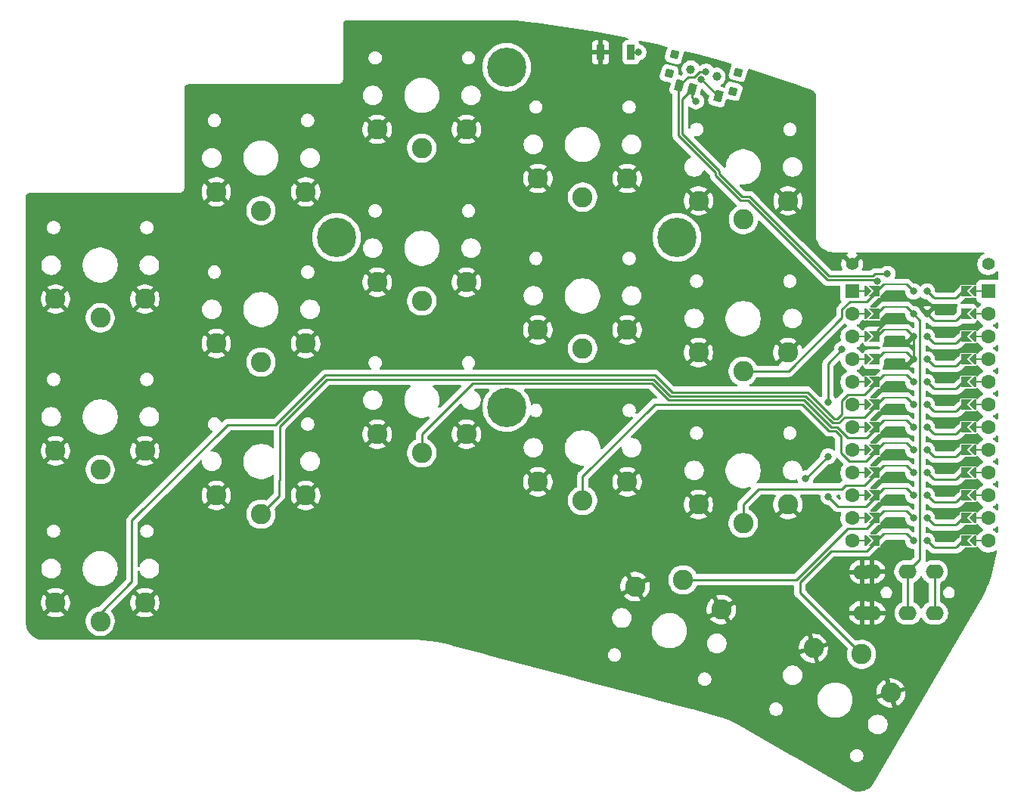
<source format=gbr>
%TF.GenerationSoftware,KiCad,Pcbnew,9.0.7*%
%TF.CreationDate,2026-02-19T17:59:38+01:00*%
%TF.ProjectId,half-swept,68616c66-2d73-4776-9570-742e6b696361,rev?*%
%TF.SameCoordinates,Original*%
%TF.FileFunction,Copper,L1,Top*%
%TF.FilePolarity,Positive*%
%FSLAX46Y46*%
G04 Gerber Fmt 4.6, Leading zero omitted, Abs format (unit mm)*
G04 Created by KiCad (PCBNEW 9.0.7) date 2026-02-19 17:59:38*
%MOMM*%
%LPD*%
G01*
G04 APERTURE LIST*
G04 Aperture macros list*
%AMRotRect*
0 Rectangle, with rotation*
0 The origin of the aperture is its center*
0 $1 length*
0 $2 width*
0 $3 Rotation angle, in degrees counterclockwise*
0 Add horizontal line*
21,1,$1,$2,0,0,$3*%
%AMFreePoly0*
4,1,5,0.125000,-0.500000,-0.125000,-0.500000,-0.125000,0.500000,0.125000,0.500000,0.125000,-0.500000,0.125000,-0.500000,$1*%
%AMFreePoly1*
4,1,6,0.600000,0.200000,0.000000,-0.400000,-0.600000,0.200000,-0.600000,0.400000,0.600000,0.400000,0.600000,0.200000,0.600000,0.200000,$1*%
%AMFreePoly2*
4,1,6,0.600000,-0.250000,-0.600000,-0.250000,-0.600000,1.000000,0.000000,0.400000,0.600000,1.000000,0.600000,-0.250000,0.600000,-0.250000,$1*%
%AMFreePoly3*
4,1,34,0.069446,4.167933,0.088388,4.152388,0.850389,3.390388,0.865934,3.371446,0.884598,3.326386,0.887000,3.302000,0.887000,0.762000,0.884598,0.737613,0.865934,0.692554,0.850389,0.673612,0.088388,-0.088388,0.069456,-0.103923,0.069446,-0.103934,0.024386,-0.122598,-0.024386,-0.122598,-0.024387,-0.122598,-0.069446,-0.103934,-0.103934,-0.069446,-0.122598,-0.024386,-0.122598,0.024386,
-0.103934,0.069446,-0.103923,0.069456,-0.088388,0.088388,0.637000,0.813776,0.637000,3.250223,-0.088388,3.975612,-0.103933,3.994554,-0.122598,4.039613,-0.122598,4.088387,-0.103933,4.133446,-0.069446,4.167933,-0.024387,4.186598,0.024387,4.186598,0.069446,4.167933,0.069446,4.167933,$1*%
%AMFreePoly4*
4,1,34,0.069446,4.167933,0.088388,4.152388,0.854389,3.386388,0.869934,3.367446,0.888598,3.322386,0.891000,3.298000,0.891000,0.766000,0.888598,0.741614,0.869934,0.696554,0.854389,0.677612,0.088388,-0.088388,0.069456,-0.103923,0.069446,-0.103934,0.024386,-0.122598,-0.024386,-0.122598,-0.024387,-0.122598,-0.069446,-0.103934,-0.103934,-0.069446,-0.122598,-0.024386,-0.122598,0.024386,
-0.103934,0.069446,-0.103923,0.069456,-0.088388,0.088388,0.641000,0.817776,0.641000,3.246223,-0.088388,3.975612,-0.103933,3.994554,-0.122598,4.039613,-0.122598,4.088387,-0.103933,4.133446,-0.069446,4.167933,-0.024387,4.186598,0.024387,4.186598,0.069446,4.167933,0.069446,4.167933,$1*%
G04 Aperture macros list end*
%TA.AperFunction,WasherPad*%
%ADD10C,1.000000*%
%TD*%
%TA.AperFunction,SMDPad,CuDef*%
%ADD11RotRect,0.900000X0.900000X344.500000*%
%TD*%
%TA.AperFunction,SMDPad,CuDef*%
%ADD12RotRect,0.900000X1.250000X344.500000*%
%TD*%
%TA.AperFunction,ComponentPad*%
%ADD13C,4.400000*%
%TD*%
%TA.AperFunction,ComponentPad*%
%ADD14C,2.262000*%
%TD*%
%TA.AperFunction,ComponentPad*%
%ADD15C,1.397000*%
%TD*%
%TA.AperFunction,SMDPad,CuDef*%
%ADD16FreePoly0,270.000000*%
%TD*%
%TA.AperFunction,ComponentPad*%
%ADD17C,1.600000*%
%TD*%
%TA.AperFunction,SMDPad,CuDef*%
%ADD18FreePoly1,270.000000*%
%TD*%
%TA.AperFunction,SMDPad,CuDef*%
%ADD19FreePoly0,90.000000*%
%TD*%
%TA.AperFunction,SMDPad,CuDef*%
%ADD20FreePoly1,90.000000*%
%TD*%
%TA.AperFunction,ComponentPad*%
%ADD21R,1.600000X1.600000*%
%TD*%
%TA.AperFunction,ComponentPad*%
%ADD22C,0.800000*%
%TD*%
%TA.AperFunction,SMDPad,CuDef*%
%ADD23FreePoly2,90.000000*%
%TD*%
%TA.AperFunction,SMDPad,CuDef*%
%ADD24FreePoly3,90.000000*%
%TD*%
%TA.AperFunction,SMDPad,CuDef*%
%ADD25FreePoly4,270.000000*%
%TD*%
%TA.AperFunction,SMDPad,CuDef*%
%ADD26FreePoly2,270.000000*%
%TD*%
%TA.AperFunction,ComponentPad*%
%ADD27O,2.000000X1.600000*%
%TD*%
%TA.AperFunction,SMDPad,CuDef*%
%ADD28R,0.900000X1.700000*%
%TD*%
%TA.AperFunction,ViaPad*%
%ADD29C,0.800000*%
%TD*%
%TA.AperFunction,Conductor*%
%ADD30C,0.250000*%
%TD*%
G04 APERTURE END LIST*
D10*
%TO.P,POWER SW,*%
%TO.N,*%
X93194954Y-24169715D03*
X96085846Y-24971431D03*
D11*
%TO.P,POWER SW,0*%
%TO.N,N/C*%
X98499795Y-24499361D03*
X90781005Y-24641785D03*
X97911870Y-26619348D03*
X91368930Y-22521798D03*
D12*
%TO.P,POWER SW,1*%
%TO.N,Net-(SW_POWERR1-Pad1)*%
X96254049Y-27171393D03*
%TO.P,POWER SW,2*%
%TO.N,BT+_r*%
X93363158Y-26369676D03*
%TO.P,POWER SW,3*%
%TO.N,raw*%
X91917712Y-25968820D03*
%TD*%
D13*
%TO.P,REF\u002A\u002A,1*%
%TO.N,N/C*%
X72580000Y-23930000D03*
X72580000Y-62030000D03*
X91630000Y-42980000D03*
X53530000Y-42980000D03*
%TD*%
D14*
%TO.P,SW15,1*%
%TO.N,Switch15*%
X99060000Y-74988000D03*
%TO.P,SW15,2*%
%TO.N,gnd*%
X94060000Y-72888000D03*
X104060000Y-72888000D03*
%TD*%
%TO.P,SW17,1*%
%TO.N,Switch17*%
X112306000Y-89670450D03*
%TO.P,SW17,2*%
%TO.N,gnd*%
X115586127Y-93989103D03*
X106925873Y-88989103D03*
%TD*%
%TO.P,SW5,1*%
%TO.N,Switch5*%
X99080000Y-40980000D03*
%TO.P,SW5,2*%
%TO.N,gnd*%
X104080000Y-38880000D03*
X94080000Y-38880000D03*
%TD*%
D15*
%TO.P,B-,1*%
%TO.N,gnd*%
X111252000Y-45974000D03*
%TD*%
D14*
%TO.P,SW2,1*%
%TO.N,Switch2*%
X45080000Y-39980000D03*
%TO.P,SW2,2*%
%TO.N,gnd*%
X40080000Y-37880000D03*
X50080000Y-37880000D03*
%TD*%
D16*
%TO.P,U1,*%
%TO.N,*%
X125222000Y-69342000D03*
D17*
X111252000Y-74422000D03*
D18*
X124714000Y-69342000D03*
X124714000Y-54102000D03*
D19*
X112522000Y-74422000D03*
D17*
X126492000Y-64262000D03*
X111252000Y-51562000D03*
D20*
X113030000Y-51562000D03*
D19*
X112522000Y-66802000D03*
D16*
X125222000Y-61722000D03*
D20*
X113030000Y-59182000D03*
D17*
X126492000Y-49022000D03*
D21*
X126492000Y-49022000D03*
D20*
X113030000Y-74422000D03*
D19*
X112522000Y-61722000D03*
D17*
X111252000Y-54102000D03*
X126492000Y-51562000D03*
D18*
X124714000Y-64262000D03*
D17*
X126492000Y-69342000D03*
D21*
X111252000Y-49022000D03*
D16*
X125222000Y-56642000D03*
D20*
X113030000Y-56642000D03*
D16*
X125222000Y-71882000D03*
D17*
X111252000Y-59182000D03*
D16*
X125222000Y-66802000D03*
D20*
X113030000Y-49022000D03*
D17*
X126492000Y-66802000D03*
D16*
X125222000Y-59182000D03*
D17*
X126492000Y-56642000D03*
D16*
X125222000Y-76962000D03*
D17*
X126492000Y-74422000D03*
X111252000Y-61722000D03*
D18*
X124714000Y-74422000D03*
D20*
X113030000Y-54102000D03*
D18*
X124714000Y-59182000D03*
X124714000Y-61722000D03*
X124714000Y-71882000D03*
D20*
X113030000Y-76962000D03*
D19*
X112522000Y-59182000D03*
X112522000Y-76962000D03*
X112522000Y-69342000D03*
D20*
X113030000Y-71882000D03*
D17*
X111252000Y-69342000D03*
X126492000Y-76962000D03*
D16*
X125222000Y-74422000D03*
D20*
X113030000Y-69342000D03*
D19*
X112522000Y-54102000D03*
D17*
X111252000Y-66802000D03*
D19*
X112522000Y-56642000D03*
D16*
X125222000Y-54102000D03*
D18*
X124714000Y-51562000D03*
D20*
X113030000Y-64262000D03*
D17*
X111252000Y-56642000D03*
D19*
X112522000Y-64262000D03*
X112522000Y-49022000D03*
D17*
X126492000Y-61722000D03*
X126492000Y-54102000D03*
D16*
X125222000Y-51562000D03*
D18*
X124714000Y-49022000D03*
D17*
X126492000Y-71882000D03*
X126492000Y-59182000D03*
D20*
X113030000Y-61722000D03*
D17*
X111252000Y-64262000D03*
D16*
X125222000Y-49022000D03*
D17*
X111252000Y-76962000D03*
D19*
X112522000Y-51562000D03*
D20*
X113030000Y-66802000D03*
D18*
X124714000Y-76962000D03*
X124714000Y-66802000D03*
D16*
X125222000Y-64262000D03*
D17*
X111252000Y-71882000D03*
D18*
X124714000Y-56642000D03*
D17*
X111252000Y-49022000D03*
D19*
X112522000Y-71882000D03*
D22*
%TO.P,U1,1*%
%TO.N,Switch10*%
X118110000Y-49022000D03*
D23*
X114046000Y-49022000D03*
D24*
X118110000Y-49022000D03*
%TO.P,U1,2*%
%TO.N,Switch18*%
X118110000Y-51562000D03*
D23*
X114046000Y-51562000D03*
D22*
X118110000Y-51562000D03*
%TO.P,U1,3*%
%TO.N,gnd*%
X118110000Y-54102000D03*
D23*
X114046000Y-54102000D03*
D24*
X118110000Y-54102000D03*
%TO.P,U1,4*%
X118110000Y-56642000D03*
D22*
X118110000Y-56642000D03*
D23*
X114046000Y-56642000D03*
D22*
%TO.P,U1,5*%
%TO.N,Switch11*%
X118110000Y-59182000D03*
D24*
X118110000Y-59182000D03*
D23*
X114046000Y-59182000D03*
D24*
%TO.P,U1,6*%
%TO.N,Switch12*%
X118110000Y-61722000D03*
D22*
X118110000Y-61722000D03*
D23*
X114046000Y-61722000D03*
%TO.P,U1,7*%
%TO.N,Switch13*%
X114046000Y-64262000D03*
D24*
X118110000Y-64262000D03*
D22*
X118110000Y-64262000D03*
D24*
%TO.P,U1,8*%
%TO.N,Switch14*%
X118110000Y-66802000D03*
D23*
X114046000Y-66802000D03*
D22*
X118110000Y-66802000D03*
%TO.P,U1,9*%
%TO.N,Switch15*%
X118110000Y-69342000D03*
D24*
X118110000Y-69342000D03*
D23*
X114046000Y-69342000D03*
%TO.P,U1,10*%
%TO.N,Switch1*%
X114046000Y-71882000D03*
D24*
X118110000Y-71882000D03*
D22*
X118110000Y-71882000D03*
D23*
%TO.P,U1,11*%
%TO.N,Switch16*%
X114046000Y-74422000D03*
D22*
X118110000Y-74422000D03*
D24*
X118110000Y-74422000D03*
D23*
%TO.P,U1,12*%
%TO.N,Switch17*%
X114046000Y-76962000D03*
D22*
X118110000Y-76962000D03*
D24*
X118110000Y-76962000D03*
D25*
%TO.P,U1,13*%
%TO.N,Switch9*%
X119634000Y-76962000D03*
D22*
X119634000Y-76962000D03*
D26*
X123698000Y-76962000D03*
%TO.P,U1,14*%
%TO.N,Switch8*%
X123698000Y-74422000D03*
D25*
X119634000Y-74422000D03*
D22*
X119634000Y-74422000D03*
D25*
%TO.P,U1,15*%
%TO.N,Switch7*%
X119634000Y-71882000D03*
D26*
X123698000Y-71882000D03*
D22*
X119634000Y-71882000D03*
D25*
%TO.P,U1,16*%
%TO.N,Switch6*%
X119634000Y-69342000D03*
D22*
X119634000Y-69342000D03*
D26*
X123698000Y-69342000D03*
D22*
%TO.P,U1,17*%
%TO.N,Switch2*%
X119634000Y-66802000D03*
D25*
X119634000Y-66802000D03*
D26*
X123698000Y-66802000D03*
%TO.P,U1,18*%
%TO.N,Switch3*%
X123698000Y-64262000D03*
D25*
X119634000Y-64262000D03*
D22*
X119634000Y-64262000D03*
D26*
%TO.P,U1,19*%
%TO.N,Switch4*%
X123698000Y-61722000D03*
D22*
X119634000Y-61722000D03*
D25*
X119634000Y-61722000D03*
D26*
%TO.P,U1,20*%
%TO.N,Switch5*%
X123698000Y-59182000D03*
D22*
X119634000Y-59182000D03*
D25*
X119634000Y-59182000D03*
%TO.P,U1,21*%
%TO.N,vcc*%
X119634000Y-56642000D03*
D26*
X123698000Y-56642000D03*
D22*
X119634000Y-56642000D03*
D26*
%TO.P,U1,22*%
%TO.N,reset*%
X123698000Y-54102000D03*
D25*
X119634000Y-54102000D03*
D22*
X119634000Y-54102000D03*
%TO.P,U1,23*%
%TO.N,gnd*%
X119634000Y-51562000D03*
D25*
X119634000Y-51562000D03*
D26*
X123698000Y-51562000D03*
D25*
%TO.P,U1,24*%
%TO.N,raw*%
X119634000Y-49022000D03*
D26*
X123698000Y-49022000D03*
D22*
X119634000Y-49022000D03*
%TD*%
D14*
%TO.P,SW6,1*%
%TO.N,Switch6*%
X27080000Y-68980000D03*
%TO.P,SW6,2*%
%TO.N,gnd*%
X32080000Y-66880000D03*
X22080000Y-66880000D03*
%TD*%
%TO.P,SW3,1*%
%TO.N,Switch3*%
X63080000Y-32980000D03*
%TO.P,SW3,2*%
%TO.N,gnd*%
X58080000Y-30880000D03*
X68080000Y-30880000D03*
%TD*%
%TO.P,SW1,1*%
%TO.N,Switch1*%
X27080000Y-51980000D03*
%TO.P,SW1,2*%
%TO.N,gnd*%
X32080000Y-49880000D03*
X22080000Y-49880000D03*
%TD*%
D27*
%TO.P,J2,R1*%
%TO.N,Switch18*%
X117478000Y-80420000D03*
X117498000Y-85050000D03*
%TO.P,J2,R2*%
%TO.N,vcc*%
X120498000Y-85050000D03*
X120478000Y-80420000D03*
%TO.P,J2,S*%
%TO.N,gnd*%
X112398000Y-80450000D03*
X112378000Y-85020000D03*
%TO.P,J2,T*%
X113478000Y-80420000D03*
X113498000Y-85050000D03*
%TD*%
D14*
%TO.P,SW4,1*%
%TO.N,Switch4*%
X81080000Y-38480000D03*
%TO.P,SW4,2*%
%TO.N,gnd*%
X76080000Y-36380000D03*
X86080000Y-36380000D03*
%TD*%
D28*
%TO.P,RSW2,1*%
%TO.N,gnd*%
X83085200Y-22250400D03*
%TO.P,RSW2,2*%
%TO.N,reset*%
X86485200Y-22250400D03*
%TD*%
D14*
%TO.P,SW16,1*%
%TO.N,Switch16*%
X92323032Y-81331038D03*
%TO.P,SW16,2*%
%TO.N,gnd*%
X86949883Y-82065387D03*
X96609142Y-84653577D03*
%TD*%
%TO.P,SW7,1*%
%TO.N,Switch7*%
X45080000Y-56954000D03*
%TO.P,SW7,2*%
%TO.N,gnd*%
X40080000Y-54854000D03*
X50080000Y-54854000D03*
%TD*%
%TO.P,SW12,1*%
%TO.N,Switch12*%
X45080000Y-73972000D03*
%TO.P,SW12,2*%
%TO.N,gnd*%
X50080000Y-71872000D03*
X40080000Y-71872000D03*
%TD*%
%TO.P,SW8,1*%
%TO.N,Switch8*%
X63080000Y-50096000D03*
%TO.P,SW8,2*%
%TO.N,gnd*%
X68080000Y-47996000D03*
X58080000Y-47996000D03*
%TD*%
%TO.P,SW13,1*%
%TO.N,Switch13*%
X63080000Y-67114000D03*
%TO.P,SW13,2*%
%TO.N,gnd*%
X58080000Y-65014000D03*
X68080000Y-65014000D03*
%TD*%
%TO.P,SW9,1*%
%TO.N,Switch9*%
X81080000Y-55430000D03*
%TO.P,SW9,2*%
%TO.N,gnd*%
X86080000Y-53330000D03*
X76080000Y-53330000D03*
%TD*%
%TO.P,SW10,1*%
%TO.N,Switch10*%
X99060000Y-57970000D03*
%TO.P,SW10,2*%
%TO.N,gnd*%
X94060000Y-55870000D03*
X104060000Y-55870000D03*
%TD*%
D15*
%TO.P,B+,1*%
%TO.N,BT+_r*%
X126492000Y-45974000D03*
%TD*%
D14*
%TO.P,SW14,1*%
%TO.N,Switch14*%
X81080000Y-72448000D03*
%TO.P,SW14,2*%
%TO.N,gnd*%
X76080000Y-70348000D03*
X86080000Y-70348000D03*
%TD*%
%TO.P,SW11,1*%
%TO.N,Switch11*%
X27080000Y-85980000D03*
%TO.P,SW11,2*%
%TO.N,gnd*%
X22080000Y-83880000D03*
X32080000Y-83880000D03*
%TD*%
D29*
%TO.N,gnd*%
X115163600Y-52273200D03*
X109372400Y-45669200D03*
X89357200Y-22453600D03*
%TO.N,vcc*%
X106019600Y-70002400D03*
X110134400Y-55524400D03*
X108559600Y-67513200D03*
X108559600Y-61417200D03*
%TO.N,reset*%
X87325200Y-22250400D03*
%TO.N,Switch1*%
X108610400Y-72034400D03*
%TO.N,raw*%
X94894400Y-24434800D03*
X114046000Y-47853600D03*
%TO.N,BT+_r*%
X115214400Y-47072415D03*
X93776800Y-27736800D03*
%TO.N,Net-(SW_POWERR1-Pad1)*%
X94335600Y-25298400D03*
%TD*%
D30*
%TO.N,gnd*%
X114046000Y-53390800D02*
X115163600Y-52273200D01*
X118110000Y-56642000D02*
X118110000Y-54102000D01*
X114046000Y-54102000D02*
X114046000Y-53390800D01*
%TO.N,vcc*%
X120498000Y-85050000D02*
X120498000Y-80440000D01*
X108559600Y-57099200D02*
X108559600Y-61417200D01*
X106019600Y-70002400D02*
X106070400Y-70002400D01*
X106070400Y-70002400D02*
X108559600Y-67513200D01*
X120498000Y-80440000D02*
X120478000Y-80420000D01*
X110134400Y-55524400D02*
X108559600Y-57099200D01*
%TO.N,Switch18*%
X118110000Y-51562000D02*
X118834511Y-52286511D01*
X118834511Y-52286511D02*
X118834511Y-79063489D01*
X117498000Y-80440000D02*
X117478000Y-80420000D01*
X118834511Y-79063489D02*
X117478000Y-80420000D01*
X117498000Y-85050000D02*
X117498000Y-80440000D01*
%TO.N,reset*%
X87325200Y-22250400D02*
X86485200Y-22250400D01*
%TO.N,Switch1*%
X108610400Y-72034400D02*
X109677200Y-73101200D01*
X112826800Y-73101200D02*
X114046000Y-71882000D01*
X109677200Y-73101200D02*
X112826800Y-73101200D01*
%TO.N,Switch10*%
X112921489Y-50146511D02*
X114046000Y-49022000D01*
X110127489Y-51060911D02*
X111041889Y-50146511D01*
X104132800Y-57970000D02*
X110127489Y-51975311D01*
X111041889Y-50146511D02*
X112921489Y-50146511D01*
X110127489Y-51975311D02*
X110127489Y-51060911D01*
X99060000Y-57970000D02*
X104132800Y-57970000D01*
%TO.N,Switch11*%
X106257265Y-60306511D02*
X109255234Y-63304480D01*
X30632400Y-74676000D02*
X41360819Y-63947581D01*
X112630511Y-60597489D02*
X114046000Y-59182000D01*
X27080000Y-85086400D02*
X30632400Y-81534000D01*
X41360819Y-63947581D02*
X46719501Y-63947581D01*
X110083600Y-61300100D02*
X110786211Y-60597489D01*
X91088481Y-60306511D02*
X106257265Y-60306511D01*
X109255234Y-63304480D02*
X109592602Y-63304480D01*
X109592602Y-63304480D02*
X110083600Y-62813482D01*
X46719501Y-63947581D02*
X52247082Y-58420000D01*
X30632400Y-81534000D02*
X30632400Y-74676000D01*
X110786211Y-60597489D02*
X112630511Y-60597489D01*
X52247082Y-58420000D02*
X89201970Y-58420000D01*
X27080000Y-85980000D02*
X27080000Y-85086400D01*
X89201970Y-58420000D02*
X91088481Y-60306511D01*
X110083600Y-62813482D02*
X110083600Y-61300100D01*
%TO.N,Switch12*%
X112630511Y-63137489D02*
X114046000Y-61722000D01*
X47142400Y-71909600D02*
X47142400Y-70161021D01*
X52433280Y-58869520D02*
X89015773Y-58869520D01*
X47169021Y-70161021D02*
X47169021Y-64133779D01*
X109778800Y-63754000D02*
X110395311Y-63137489D01*
X47142400Y-70161021D02*
X47169021Y-70161021D01*
X110395311Y-63137489D02*
X112630511Y-63137489D01*
X47169021Y-64133779D02*
X52433280Y-58869520D01*
X90902284Y-60756031D02*
X106071067Y-60756031D01*
X45080000Y-73972000D02*
X47142400Y-71909600D01*
X106071067Y-60756031D02*
X109069036Y-63754000D01*
X89015773Y-58869520D02*
X90902284Y-60756031D01*
X109069036Y-63754000D02*
X109778800Y-63754000D01*
%TO.N,Switch13*%
X63080000Y-64980992D02*
X68741952Y-59319040D01*
X90716086Y-61205551D02*
X105884869Y-61205551D01*
X112877600Y-65430400D02*
X114046000Y-64262000D01*
X63080000Y-67114000D02*
X63080000Y-64980992D01*
X110794800Y-65430400D02*
X112877600Y-65430400D01*
X88829575Y-59319040D02*
X90716086Y-61205551D01*
X108882839Y-64203520D02*
X109567920Y-64203520D01*
X109567920Y-64203520D02*
X110794800Y-65430400D01*
X68741952Y-59319040D02*
X88829575Y-59319040D01*
X105884869Y-61205551D02*
X108882839Y-64203520D01*
%TO.N,Switch14*%
X89170129Y-61655071D02*
X105698671Y-61655071D01*
X109381722Y-64653040D02*
X109982000Y-65253318D01*
X109982000Y-67122300D02*
X110931700Y-68072000D01*
X108696642Y-64653040D02*
X109381722Y-64653040D01*
X81080000Y-69745200D02*
X89170129Y-61655071D01*
X109982000Y-65253318D02*
X109982000Y-67122300D01*
X105698671Y-61655071D02*
X108696642Y-64653040D01*
X81080000Y-72448000D02*
X81080000Y-69745200D01*
X112776000Y-68072000D02*
X114046000Y-66802000D01*
X110931700Y-68072000D02*
X112776000Y-68072000D01*
%TO.N,Switch15*%
X110126650Y-71170800D02*
X110539961Y-70757489D01*
X99060000Y-74988000D02*
X99060000Y-72854992D01*
X100744192Y-71170800D02*
X110126650Y-71170800D01*
X112630511Y-70757489D02*
X114046000Y-69342000D01*
X99060000Y-72854992D02*
X100744192Y-71170800D01*
X110539961Y-70757489D02*
X112630511Y-70757489D01*
%TO.N,Switch16*%
X110786211Y-75546511D02*
X112921489Y-75546511D01*
X112921489Y-75546511D02*
X114046000Y-74422000D01*
X105001684Y-81331038D02*
X110786211Y-75546511D01*
X92323032Y-81331038D02*
X105001684Y-81331038D01*
%TO.N,Switch17*%
X108881929Y-78086511D02*
X112921489Y-78086511D01*
X105410000Y-82774450D02*
X105410000Y-81558440D01*
X105410000Y-81558440D02*
X108881929Y-78086511D01*
X112921489Y-78086511D02*
X114046000Y-76962000D01*
X112306000Y-89670450D02*
X105410000Y-82774450D01*
%TO.N,raw*%
X108458000Y-47752000D02*
X99568000Y-38862000D01*
X114046000Y-47853600D02*
X113944400Y-47752000D01*
X99568000Y-38862000D02*
X98755200Y-38862000D01*
X92888235Y-24998297D02*
X93611089Y-24998297D01*
X113944400Y-47752000D02*
X108458000Y-47752000D01*
X95968880Y-36075680D02*
X95968880Y-35735872D01*
X93611089Y-24998297D02*
X94174586Y-24434800D01*
X91803280Y-26083252D02*
X91917712Y-25968820D01*
X91803280Y-31570272D02*
X91803280Y-26083252D01*
X95968880Y-35735872D02*
X91803280Y-31570272D01*
X98755200Y-38862000D02*
X95968880Y-36075680D01*
X94174586Y-24434800D02*
X94894400Y-24434800D01*
X91917712Y-25968820D02*
X92888235Y-24998297D01*
%TO.N,BT+_r*%
X98941398Y-38412480D02*
X96418400Y-35889482D01*
X96418400Y-35549674D02*
X92252800Y-31384074D01*
X115214400Y-47072415D02*
X113802571Y-47072415D01*
X113572506Y-47302480D02*
X108644198Y-47302480D01*
X99754198Y-38412480D02*
X98941398Y-38412480D01*
X92252800Y-27480034D02*
X93363158Y-26369676D01*
X93363158Y-27323158D02*
X93776800Y-27736800D01*
X92252800Y-31384074D02*
X92252800Y-27480034D01*
X108644198Y-47302480D02*
X99754198Y-38412480D01*
X113802571Y-47072415D02*
X113572506Y-47302480D01*
X93363158Y-26369676D02*
X93363158Y-27323158D01*
X96418400Y-35889482D02*
X96418400Y-35549674D01*
%TO.N,Net-(SW_POWERR1-Pad1)*%
X94381056Y-25298400D02*
X96254049Y-27171393D01*
X94335600Y-25298400D02*
X94381056Y-25298400D01*
%TD*%
%TA.AperFunction,Conductor*%
%TO.N,gnd*%
G36*
X73607634Y-18662421D02*
G01*
X75617659Y-18906885D01*
X75859121Y-18936252D01*
X75861094Y-18936507D01*
X78116013Y-19247028D01*
X78117846Y-19247296D01*
X80367483Y-19593436D01*
X80369417Y-19593749D01*
X82613404Y-19975452D01*
X82615211Y-19975775D01*
X84852835Y-20392921D01*
X84854791Y-20393302D01*
X86082897Y-20642415D01*
X86145682Y-20675560D01*
X86180580Y-20737387D01*
X86176513Y-20808267D01*
X86134770Y-20865696D01*
X86068605Y-20891440D01*
X86057849Y-20891900D01*
X85986550Y-20891900D01*
X85926003Y-20898409D01*
X85925995Y-20898411D01*
X85788997Y-20949510D01*
X85788992Y-20949512D01*
X85671938Y-21037138D01*
X85584312Y-21154192D01*
X85584310Y-21154197D01*
X85533211Y-21291195D01*
X85533209Y-21291203D01*
X85526700Y-21351750D01*
X85526700Y-23149049D01*
X85533209Y-23209596D01*
X85533211Y-23209604D01*
X85584310Y-23346602D01*
X85584312Y-23346607D01*
X85671938Y-23463661D01*
X85788992Y-23551287D01*
X85788994Y-23551288D01*
X85788996Y-23551289D01*
X85815606Y-23561214D01*
X85925995Y-23602388D01*
X85926003Y-23602390D01*
X85986550Y-23608899D01*
X85986555Y-23608899D01*
X85986562Y-23608900D01*
X85986568Y-23608900D01*
X86983832Y-23608900D01*
X86983838Y-23608900D01*
X86983845Y-23608899D01*
X86983849Y-23608899D01*
X87044396Y-23602390D01*
X87044399Y-23602389D01*
X87044401Y-23602389D01*
X87181404Y-23551289D01*
X87181999Y-23550844D01*
X87298461Y-23463661D01*
X87386087Y-23346607D01*
X87386087Y-23346606D01*
X87386089Y-23346604D01*
X87434863Y-23215835D01*
X87477408Y-23159003D01*
X87528338Y-23136292D01*
X87590193Y-23123989D01*
X87590193Y-23123988D01*
X87590200Y-23123987D01*
X87755536Y-23055502D01*
X87904335Y-22956078D01*
X88030878Y-22829535D01*
X88130302Y-22680736D01*
X88198787Y-22515400D01*
X88233700Y-22339879D01*
X88233700Y-22160921D01*
X88198787Y-21985400D01*
X88130302Y-21820064D01*
X88030878Y-21671265D01*
X87904335Y-21544722D01*
X87755536Y-21445298D01*
X87638629Y-21396873D01*
X87590203Y-21376814D01*
X87590201Y-21376813D01*
X87590200Y-21376813D01*
X87545912Y-21368003D01*
X87528334Y-21364507D01*
X87522528Y-21361470D01*
X87515980Y-21361392D01*
X87491455Y-21345215D01*
X87465425Y-21331598D01*
X87460819Y-21325007D01*
X87456716Y-21322300D01*
X87445294Y-21302787D01*
X87437688Y-21291900D01*
X87436173Y-21288475D01*
X87386089Y-21154196D01*
X87363317Y-21123777D01*
X87357529Y-21110691D01*
X87354687Y-21089107D01*
X87347079Y-21068709D01*
X87350146Y-21054608D01*
X87348263Y-21040302D01*
X87357542Y-21020607D01*
X87362170Y-20999335D01*
X87372372Y-20989131D01*
X87378524Y-20976077D01*
X87396979Y-20964524D01*
X87412372Y-20949132D01*
X87426470Y-20946064D01*
X87438703Y-20938408D01*
X87460473Y-20938667D01*
X87481746Y-20934040D01*
X87499755Y-20936645D01*
X89310605Y-21333890D01*
X89312455Y-21334310D01*
X90491726Y-21612629D01*
X90553429Y-21647742D01*
X90586354Y-21710643D01*
X90580046Y-21781359D01*
X90579910Y-21781703D01*
X90578544Y-21785147D01*
X90578543Y-21785150D01*
X90312038Y-22746138D01*
X90312032Y-22746164D01*
X90302124Y-22806250D01*
X90302124Y-22806259D01*
X90314752Y-22951930D01*
X90314753Y-22951931D01*
X90367909Y-23088142D01*
X90367915Y-23088151D01*
X90457292Y-23203868D01*
X90457295Y-23203870D01*
X90575659Y-23289724D01*
X90575662Y-23289725D01*
X90632279Y-23312183D01*
X90632282Y-23312184D01*
X91593270Y-23578689D01*
X91593273Y-23578689D01*
X91593285Y-23578693D01*
X91593293Y-23578694D01*
X91593296Y-23578695D01*
X91609463Y-23581360D01*
X91653385Y-23588604D01*
X91776771Y-23577907D01*
X91799062Y-23575975D01*
X91799062Y-23575974D01*
X91935279Y-23522816D01*
X92035788Y-23445184D01*
X92051000Y-23433435D01*
X92051000Y-23433433D01*
X92051002Y-23433433D01*
X92136856Y-23315069D01*
X92159315Y-23258449D01*
X92425825Y-22297443D01*
X92435736Y-22237343D01*
X92435735Y-22237341D01*
X92437018Y-22229567D01*
X92440023Y-22230062D01*
X92458088Y-22176245D01*
X92513482Y-22131837D01*
X92584090Y-22124427D01*
X92592262Y-22126205D01*
X93736447Y-22415426D01*
X93738237Y-22415893D01*
X95935949Y-23008560D01*
X95937710Y-23009050D01*
X97668690Y-23505355D01*
X97728658Y-23543357D01*
X97758562Y-23607748D01*
X97748906Y-23678085D01*
X97735958Y-23700451D01*
X97731872Y-23706084D01*
X97731867Y-23706093D01*
X97709409Y-23762710D01*
X97709408Y-23762713D01*
X97442903Y-24723701D01*
X97442897Y-24723727D01*
X97432989Y-24783813D01*
X97432989Y-24783822D01*
X97445617Y-24929493D01*
X97445618Y-24929494D01*
X97498774Y-25065705D01*
X97498780Y-25065714D01*
X97588157Y-25181431D01*
X97588160Y-25181433D01*
X97706524Y-25267287D01*
X97706527Y-25267288D01*
X97763144Y-25289746D01*
X97763147Y-25289747D01*
X98724135Y-25556252D01*
X98724138Y-25556252D01*
X98724150Y-25556256D01*
X98724158Y-25556257D01*
X98724161Y-25556258D01*
X98740328Y-25558923D01*
X98784250Y-25566167D01*
X98907636Y-25555470D01*
X98929927Y-25553538D01*
X98929927Y-25553537D01*
X99066144Y-25500379D01*
X99151821Y-25434203D01*
X99181865Y-25410998D01*
X99181865Y-25410996D01*
X99181867Y-25410996D01*
X99267721Y-25292632D01*
X99290180Y-25236012D01*
X99556690Y-24275006D01*
X99565288Y-24222863D01*
X99596106Y-24158906D01*
X99656611Y-24121763D01*
X99726247Y-24122809D01*
X100305329Y-24298804D01*
X100307194Y-24299386D01*
X102474358Y-24995664D01*
X102476052Y-24996223D01*
X104631921Y-25726695D01*
X104633713Y-25727318D01*
X105548879Y-26053632D01*
X106771740Y-26489658D01*
X106783115Y-26494352D01*
X106822443Y-26512877D01*
X106838966Y-26522242D01*
X106935808Y-26587236D01*
X106955107Y-26603183D01*
X107040222Y-26689112D01*
X107057372Y-26710719D01*
X107120956Y-26811868D01*
X107133433Y-26837948D01*
X107173993Y-26955886D01*
X107180144Y-26983618D01*
X107195845Y-27132154D01*
X107196543Y-27145399D01*
X107196504Y-41499383D01*
X107196501Y-42676204D01*
X107196227Y-42676611D01*
X107196501Y-42684434D01*
X107196501Y-42712706D01*
X107197703Y-42718235D01*
X107201190Y-42816151D01*
X107201190Y-42816156D01*
X107201191Y-42816158D01*
X107203138Y-42827892D01*
X107244191Y-43075316D01*
X107244193Y-43075323D01*
X107320280Y-43326740D01*
X107320287Y-43326760D01*
X107428195Y-43566263D01*
X107428199Y-43566269D01*
X107566119Y-43789838D01*
X107566121Y-43789840D01*
X107566122Y-43789842D01*
X107731753Y-43993747D01*
X107922319Y-44174567D01*
X107971998Y-44210767D01*
X108134625Y-44329271D01*
X108134627Y-44329272D01*
X108134631Y-44329275D01*
X108365137Y-44455283D01*
X108609979Y-44550484D01*
X108865062Y-44613283D01*
X108865064Y-44613283D01*
X108865074Y-44613285D01*
X109126106Y-44642630D01*
X109126109Y-44642630D01*
X109126117Y-44642631D01*
X109126123Y-44642630D01*
X109126125Y-44642631D01*
X109143903Y-44642330D01*
X109256243Y-44640433D01*
X109258150Y-44640416D01*
X110687375Y-44640180D01*
X110755498Y-44660171D01*
X110802000Y-44713819D01*
X110812115Y-44784091D01*
X110782633Y-44848677D01*
X110744598Y-44878447D01*
X110619654Y-44942109D01*
X110596293Y-44959082D01*
X110596293Y-44959083D01*
X111204810Y-45567600D01*
X111198496Y-45567600D01*
X111095135Y-45595295D01*
X111002464Y-45648799D01*
X110926799Y-45724464D01*
X110873295Y-45817135D01*
X110845600Y-45920496D01*
X110845600Y-45926810D01*
X110237082Y-45318293D01*
X110220109Y-45341654D01*
X110133893Y-45510863D01*
X110133890Y-45510869D01*
X110075209Y-45691471D01*
X110045500Y-45879049D01*
X110045500Y-46068950D01*
X110075209Y-46256528D01*
X110133890Y-46437130D01*
X110133893Y-46437136D01*
X110158677Y-46485777D01*
X110171781Y-46555554D01*
X110145081Y-46621338D01*
X110087054Y-46662245D01*
X110046410Y-46668980D01*
X108958793Y-46668980D01*
X108890672Y-46648978D01*
X108869698Y-46632075D01*
X105716106Y-43478483D01*
X100988633Y-38751011D01*
X102441000Y-38751011D01*
X102441000Y-39008988D01*
X102481359Y-39263805D01*
X102561077Y-39509153D01*
X102561080Y-39509159D01*
X102678204Y-39739026D01*
X102755446Y-39845341D01*
X102755448Y-39845341D01*
X103400764Y-39200024D01*
X103415359Y-39235258D01*
X103497437Y-39358097D01*
X103601903Y-39462563D01*
X103724742Y-39544641D01*
X103759973Y-39559234D01*
X103114657Y-40204550D01*
X103114657Y-40204552D01*
X103220973Y-40281795D01*
X103450840Y-40398919D01*
X103450846Y-40398922D01*
X103696195Y-40478640D01*
X103696192Y-40478640D01*
X103951011Y-40519000D01*
X104208989Y-40519000D01*
X104463805Y-40478640D01*
X104709153Y-40398922D01*
X104709159Y-40398919D01*
X104939022Y-40281797D01*
X105045341Y-40204551D01*
X105045341Y-40204550D01*
X104400025Y-39559234D01*
X104435258Y-39544641D01*
X104558097Y-39462563D01*
X104662563Y-39358097D01*
X104744641Y-39235258D01*
X104759234Y-39200025D01*
X105404550Y-39845341D01*
X105404551Y-39845341D01*
X105481797Y-39739022D01*
X105598919Y-39509159D01*
X105598922Y-39509153D01*
X105678640Y-39263805D01*
X105719000Y-39008988D01*
X105719000Y-38751011D01*
X105678640Y-38496194D01*
X105598922Y-38250846D01*
X105598919Y-38250840D01*
X105481795Y-38020973D01*
X105404552Y-37914657D01*
X105404550Y-37914657D01*
X104759234Y-38559973D01*
X104744641Y-38524742D01*
X104662563Y-38401903D01*
X104558097Y-38297437D01*
X104435258Y-38215359D01*
X104400025Y-38200765D01*
X105045341Y-37555448D01*
X105045341Y-37555446D01*
X104939026Y-37478204D01*
X104709159Y-37361080D01*
X104709153Y-37361077D01*
X104463804Y-37281359D01*
X104463807Y-37281359D01*
X104208989Y-37241000D01*
X103951011Y-37241000D01*
X103696194Y-37281359D01*
X103450846Y-37361077D01*
X103450840Y-37361080D01*
X103220978Y-37478201D01*
X103220977Y-37478202D01*
X103114657Y-37555447D01*
X103114657Y-37555448D01*
X103759974Y-38200765D01*
X103724742Y-38215359D01*
X103601903Y-38297437D01*
X103497437Y-38401903D01*
X103415359Y-38524742D01*
X103400765Y-38559974D01*
X102755448Y-37914657D01*
X102755447Y-37914657D01*
X102678202Y-38020977D01*
X102678201Y-38020978D01*
X102561080Y-38250840D01*
X102561077Y-38250846D01*
X102481359Y-38496194D01*
X102441000Y-38751011D01*
X100988633Y-38751011D01*
X100158031Y-37920409D01*
X100054273Y-37851080D01*
X99938983Y-37803325D01*
X99865284Y-37788665D01*
X99816594Y-37778980D01*
X99816592Y-37778980D01*
X99255992Y-37778980D01*
X99226076Y-37770196D01*
X99195607Y-37763568D01*
X99190511Y-37759753D01*
X99187871Y-37758978D01*
X99166897Y-37742075D01*
X98659303Y-37234481D01*
X98625277Y-37172169D01*
X98630342Y-37101354D01*
X98672889Y-37044518D01*
X98739409Y-37019707D01*
X98764837Y-37020463D01*
X98951207Y-37045000D01*
X98951214Y-37045000D01*
X99208786Y-37045000D01*
X99208793Y-37045000D01*
X99464175Y-37011378D01*
X99712984Y-36944710D01*
X99950962Y-36846136D01*
X100174038Y-36717343D01*
X100174038Y-36717342D01*
X100174043Y-36717340D01*
X100292717Y-36626277D01*
X100378394Y-36560535D01*
X100560535Y-36378394D01*
X100651025Y-36260465D01*
X100717340Y-36174043D01*
X100759680Y-36100709D01*
X100846136Y-35950962D01*
X100944710Y-35712984D01*
X101011378Y-35464175D01*
X101045000Y-35208793D01*
X101045000Y-34993318D01*
X103478600Y-34993318D01*
X103478600Y-35166682D01*
X103491733Y-35249599D01*
X103505721Y-35337917D01*
X103559290Y-35502786D01*
X103559292Y-35502791D01*
X103637998Y-35657260D01*
X103638000Y-35657263D01*
X103739900Y-35797516D01*
X103862483Y-35920099D01*
X103862486Y-35920101D01*
X104002740Y-36022002D01*
X104157209Y-36100708D01*
X104322082Y-36154278D01*
X104322083Y-36154278D01*
X104322088Y-36154280D01*
X104493318Y-36181400D01*
X104493321Y-36181400D01*
X104666679Y-36181400D01*
X104666682Y-36181400D01*
X104837912Y-36154280D01*
X105002791Y-36100708D01*
X105157260Y-36022002D01*
X105297514Y-35920101D01*
X105420101Y-35797514D01*
X105522002Y-35657260D01*
X105600708Y-35502791D01*
X105654280Y-35337912D01*
X105681400Y-35166682D01*
X105681400Y-34993318D01*
X105654280Y-34822088D01*
X105600708Y-34657209D01*
X105522002Y-34502740D01*
X105420101Y-34362486D01*
X105420099Y-34362483D01*
X105297516Y-34239900D01*
X105157263Y-34138000D01*
X105157262Y-34137999D01*
X105157260Y-34137998D01*
X105002791Y-34059292D01*
X105002788Y-34059291D01*
X105002786Y-34059290D01*
X104837915Y-34005721D01*
X104837919Y-34005721D01*
X104806041Y-34000672D01*
X104666682Y-33978600D01*
X104493318Y-33978600D01*
X104322088Y-34005720D01*
X104322082Y-34005721D01*
X104157213Y-34059290D01*
X104157207Y-34059293D01*
X104002736Y-34138000D01*
X103862483Y-34239900D01*
X103739900Y-34362483D01*
X103638000Y-34502736D01*
X103559293Y-34657207D01*
X103559290Y-34657213D01*
X103505721Y-34822082D01*
X103505720Y-34822087D01*
X103505720Y-34822088D01*
X103478600Y-34993318D01*
X101045000Y-34993318D01*
X101045000Y-34951207D01*
X101011378Y-34695825D01*
X100944710Y-34447016D01*
X100846136Y-34209038D01*
X100846130Y-34209029D01*
X100846129Y-34209025D01*
X100717340Y-33985956D01*
X100560539Y-33781611D01*
X100560537Y-33781609D01*
X100560535Y-33781606D01*
X100560529Y-33781600D01*
X100560520Y-33781590D01*
X100378409Y-33599479D01*
X100378388Y-33599460D01*
X100174043Y-33442659D01*
X99950974Y-33313870D01*
X99950966Y-33313866D01*
X99950962Y-33313864D01*
X99712984Y-33215290D01*
X99464175Y-33148622D01*
X99464173Y-33148621D01*
X99464167Y-33148620D01*
X99208795Y-33115000D01*
X99208793Y-33115000D01*
X98951207Y-33115000D01*
X98951204Y-33115000D01*
X98695832Y-33148620D01*
X98695825Y-33148622D01*
X98447016Y-33215290D01*
X98248506Y-33297516D01*
X98209036Y-33313865D01*
X98209025Y-33313870D01*
X97985956Y-33442659D01*
X97781611Y-33599460D01*
X97781590Y-33599479D01*
X97599479Y-33781590D01*
X97599460Y-33781611D01*
X97442659Y-33985956D01*
X97313870Y-34209025D01*
X97313865Y-34209036D01*
X97313864Y-34209038D01*
X97260480Y-34337917D01*
X97215290Y-34447016D01*
X97148620Y-34695832D01*
X97115000Y-34951204D01*
X97115000Y-35046180D01*
X97094998Y-35114301D01*
X97041342Y-35160794D01*
X96971068Y-35170898D01*
X96906488Y-35141404D01*
X96899905Y-35135275D01*
X93585781Y-31821151D01*
X93551755Y-31758839D01*
X93556820Y-31688024D01*
X93599367Y-31631188D01*
X93665887Y-31606377D01*
X93699452Y-31608476D01*
X93786545Y-31625800D01*
X93786546Y-31625800D01*
X93933454Y-31625800D01*
X93933455Y-31625800D01*
X94077542Y-31597140D01*
X94213269Y-31540920D01*
X94335420Y-31459301D01*
X94439301Y-31355420D01*
X94520920Y-31233269D01*
X94577140Y-31097542D01*
X94605800Y-30953455D01*
X94605800Y-30806545D01*
X94605799Y-30806539D01*
X103554200Y-30806539D01*
X103554200Y-30953460D01*
X103574671Y-31056374D01*
X103582860Y-31097542D01*
X103582861Y-31097546D01*
X103582862Y-31097547D01*
X103583662Y-31099479D01*
X103639080Y-31233269D01*
X103643050Y-31239210D01*
X103720698Y-31355419D01*
X103720703Y-31355425D01*
X103824574Y-31459296D01*
X103824580Y-31459301D01*
X103946731Y-31540920D01*
X104082458Y-31597140D01*
X104206521Y-31621817D01*
X104226539Y-31625799D01*
X104226542Y-31625799D01*
X104226545Y-31625800D01*
X104226546Y-31625800D01*
X104373454Y-31625800D01*
X104373455Y-31625800D01*
X104517542Y-31597140D01*
X104653269Y-31540920D01*
X104775420Y-31459301D01*
X104879301Y-31355420D01*
X104960920Y-31233269D01*
X105017140Y-31097542D01*
X105045800Y-30953455D01*
X105045800Y-30806545D01*
X105017140Y-30662458D01*
X104960920Y-30526731D01*
X104879301Y-30404580D01*
X104879296Y-30404574D01*
X104775425Y-30300703D01*
X104775419Y-30300698D01*
X104674504Y-30233269D01*
X104653269Y-30219080D01*
X104517542Y-30162860D01*
X104476374Y-30154671D01*
X104373460Y-30134200D01*
X104373455Y-30134200D01*
X104226545Y-30134200D01*
X104226539Y-30134200D01*
X104103041Y-30158765D01*
X104082458Y-30162860D01*
X104082455Y-30162860D01*
X104082452Y-30162862D01*
X103946731Y-30219080D01*
X103824580Y-30300698D01*
X103824574Y-30300703D01*
X103720703Y-30404574D01*
X103720698Y-30404580D01*
X103639080Y-30526731D01*
X103588592Y-30648620D01*
X103582861Y-30662457D01*
X103582860Y-30662459D01*
X103554200Y-30806539D01*
X94605799Y-30806539D01*
X94577140Y-30662458D01*
X94520920Y-30526731D01*
X94439301Y-30404580D01*
X94439296Y-30404574D01*
X94335425Y-30300703D01*
X94335419Y-30300698D01*
X94234504Y-30233269D01*
X94213269Y-30219080D01*
X94077542Y-30162860D01*
X94036374Y-30154671D01*
X93933460Y-30134200D01*
X93933455Y-30134200D01*
X93786545Y-30134200D01*
X93786539Y-30134200D01*
X93663041Y-30158765D01*
X93642458Y-30162860D01*
X93642455Y-30162860D01*
X93642452Y-30162862D01*
X93506731Y-30219080D01*
X93384580Y-30300698D01*
X93384574Y-30300703D01*
X93280703Y-30404574D01*
X93280698Y-30404580D01*
X93199080Y-30526731D01*
X93142862Y-30662452D01*
X93142860Y-30662457D01*
X93135879Y-30697556D01*
X93102971Y-30760465D01*
X93041276Y-30795597D01*
X92970381Y-30791797D01*
X92912795Y-30750271D01*
X92886801Y-30684204D01*
X92886300Y-30672974D01*
X92886300Y-28435303D01*
X92906302Y-28367182D01*
X92959958Y-28320689D01*
X93030232Y-28310585D01*
X93094812Y-28340079D01*
X93101395Y-28346208D01*
X93197665Y-28442478D01*
X93346464Y-28541902D01*
X93511800Y-28610387D01*
X93687321Y-28645300D01*
X93687322Y-28645300D01*
X93866278Y-28645300D01*
X93866279Y-28645300D01*
X94041800Y-28610387D01*
X94207136Y-28541902D01*
X94355935Y-28442478D01*
X94482478Y-28315935D01*
X94581902Y-28167136D01*
X94650387Y-28001800D01*
X94685300Y-27826279D01*
X94685300Y-27647321D01*
X94650387Y-27471800D01*
X94581902Y-27306464D01*
X94482478Y-27157665D01*
X94355935Y-27031122D01*
X94355932Y-27031120D01*
X94355926Y-27031115D01*
X94278546Y-26979412D01*
X94233018Y-26924936D01*
X94224169Y-26854493D01*
X94227127Y-26840984D01*
X94343214Y-26422391D01*
X94380691Y-26362097D01*
X94444819Y-26331634D01*
X94515238Y-26340677D01*
X94553724Y-26366972D01*
X95228858Y-27042106D01*
X95262884Y-27104418D01*
X95261180Y-27164873D01*
X95150391Y-27564365D01*
X95150385Y-27564394D01*
X95140476Y-27624480D01*
X95140476Y-27624484D01*
X95153105Y-27770160D01*
X95175007Y-27826281D01*
X95206265Y-27906377D01*
X95295647Y-28022100D01*
X95368407Y-28074875D01*
X95414006Y-28107951D01*
X95414008Y-28107952D01*
X95414011Y-28107954D01*
X95470632Y-28130413D01*
X95470635Y-28130414D01*
X96431622Y-28396919D01*
X96431625Y-28396919D01*
X96431637Y-28396923D01*
X96431645Y-28396924D01*
X96431648Y-28396925D01*
X96447815Y-28399590D01*
X96491737Y-28406834D01*
X96637414Y-28394205D01*
X96773631Y-28341046D01*
X96889354Y-28251664D01*
X96975208Y-28133299D01*
X96997667Y-28076679D01*
X97148427Y-27533053D01*
X97185904Y-27472759D01*
X97250033Y-27442296D01*
X97303515Y-27445312D01*
X98136210Y-27676239D01*
X98136213Y-27676239D01*
X98136225Y-27676243D01*
X98136233Y-27676244D01*
X98136236Y-27676245D01*
X98152403Y-27678910D01*
X98196325Y-27686154D01*
X98319711Y-27675457D01*
X98342002Y-27673525D01*
X98342002Y-27673524D01*
X98478219Y-27620366D01*
X98591257Y-27533057D01*
X98593940Y-27530985D01*
X98593940Y-27530983D01*
X98593942Y-27530983D01*
X98679796Y-27412619D01*
X98702255Y-27355999D01*
X98968765Y-26394993D01*
X98978676Y-26334893D01*
X98966047Y-26189217D01*
X98966047Y-26189215D01*
X98966046Y-26189214D01*
X98912890Y-26053003D01*
X98912888Y-26053001D01*
X98912888Y-26052999D01*
X98876371Y-26005721D01*
X98823507Y-25937277D01*
X98705144Y-25851424D01*
X98705142Y-25851423D01*
X98705141Y-25851422D01*
X98705139Y-25851421D01*
X98705137Y-25851420D01*
X98648520Y-25828962D01*
X98648517Y-25828961D01*
X97687529Y-25562456D01*
X97687503Y-25562450D01*
X97627417Y-25552542D01*
X97627408Y-25552542D01*
X97481737Y-25565170D01*
X97481736Y-25565171D01*
X97345525Y-25618327D01*
X97345516Y-25618333D01*
X97229799Y-25707710D01*
X97143946Y-25826073D01*
X97143942Y-25826080D01*
X97121484Y-25882696D01*
X97064257Y-26089049D01*
X97026778Y-26149346D01*
X96962649Y-26179809D01*
X96909168Y-26176793D01*
X96810198Y-26149346D01*
X96600212Y-26091111D01*
X96539914Y-26053632D01*
X96509451Y-25989503D01*
X96518495Y-25919085D01*
X96563882Y-25864930D01*
X96728727Y-25754784D01*
X96869199Y-25614312D01*
X96979567Y-25449135D01*
X97055590Y-25265600D01*
X97094346Y-25070760D01*
X97094346Y-24872102D01*
X97055590Y-24677262D01*
X96979567Y-24493727D01*
X96869199Y-24328550D01*
X96728727Y-24188078D01*
X96563550Y-24077710D01*
X96380015Y-24001687D01*
X96185177Y-23962931D01*
X96185175Y-23962931D01*
X95986517Y-23962931D01*
X95986514Y-23962931D01*
X95851065Y-23989873D01*
X95791677Y-24001687D01*
X95791675Y-24001687D01*
X95791251Y-24001772D01*
X95720537Y-23995444D01*
X95664469Y-23951890D01*
X95661921Y-23948221D01*
X95600078Y-23855665D01*
X95473535Y-23729122D01*
X95324736Y-23629698D01*
X95201600Y-23578693D01*
X95159403Y-23561214D01*
X95159401Y-23561213D01*
X95159400Y-23561213D01*
X95069631Y-23543357D01*
X94983881Y-23526300D01*
X94983879Y-23526300D01*
X94804921Y-23526300D01*
X94804918Y-23526300D01*
X94681529Y-23550844D01*
X94629400Y-23561213D01*
X94629399Y-23561213D01*
X94629396Y-23561214D01*
X94464062Y-23629699D01*
X94315269Y-23729119D01*
X94315266Y-23729121D01*
X94299249Y-23745138D01*
X94236936Y-23779161D01*
X94166121Y-23774095D01*
X94109286Y-23731547D01*
X94093749Y-23704261D01*
X94088675Y-23692011D01*
X93978307Y-23526834D01*
X93837835Y-23386362D01*
X93672658Y-23275994D01*
X93489123Y-23199971D01*
X93294285Y-23161215D01*
X93294283Y-23161215D01*
X93095625Y-23161215D01*
X93095622Y-23161215D01*
X92900784Y-23199971D01*
X92900779Y-23199973D01*
X92717250Y-23275994D01*
X92552077Y-23386359D01*
X92552070Y-23386364D01*
X92411603Y-23526831D01*
X92411598Y-23526838D01*
X92301233Y-23692011D01*
X92225212Y-23875540D01*
X92225210Y-23875545D01*
X92186454Y-24070383D01*
X92186454Y-24269046D01*
X92209401Y-24384406D01*
X92225210Y-24463884D01*
X92281309Y-24599319D01*
X92283480Y-24619514D01*
X92290579Y-24638546D01*
X92287197Y-24654090D01*
X92288898Y-24669906D01*
X92279806Y-24688069D01*
X92275488Y-24707920D01*
X92258532Y-24730568D01*
X92257119Y-24733393D01*
X92253995Y-24736630D01*
X92189172Y-24801453D01*
X92126860Y-24835479D01*
X92066405Y-24833775D01*
X91868419Y-24778868D01*
X91808121Y-24741389D01*
X91777658Y-24677260D01*
X91780674Y-24623779D01*
X91837896Y-24417443D01*
X91837900Y-24417430D01*
X91847811Y-24357330D01*
X91835182Y-24211654D01*
X91835182Y-24211652D01*
X91835181Y-24211651D01*
X91782025Y-24075440D01*
X91782023Y-24075438D01*
X91782023Y-24075436D01*
X91750545Y-24034682D01*
X91692642Y-23959714D01*
X91574279Y-23873861D01*
X91574277Y-23873860D01*
X91574276Y-23873859D01*
X91574274Y-23873858D01*
X91574272Y-23873857D01*
X91517655Y-23851399D01*
X91517652Y-23851398D01*
X90556664Y-23584893D01*
X90556638Y-23584887D01*
X90496552Y-23574979D01*
X90496543Y-23574979D01*
X90350872Y-23587607D01*
X90350871Y-23587608D01*
X90214660Y-23640764D01*
X90214651Y-23640770D01*
X90098934Y-23730147D01*
X90013081Y-23848510D01*
X90013077Y-23848517D01*
X89990619Y-23905134D01*
X89990618Y-23905137D01*
X89724113Y-24866125D01*
X89724107Y-24866151D01*
X89714199Y-24926237D01*
X89714199Y-24926246D01*
X89726827Y-25071917D01*
X89726828Y-25071918D01*
X89779984Y-25208129D01*
X89779990Y-25208138D01*
X89869367Y-25323855D01*
X89945219Y-25378873D01*
X89987734Y-25409711D01*
X90044354Y-25432170D01*
X90877067Y-25663101D01*
X90937362Y-25700578D01*
X90967825Y-25764707D01*
X90964809Y-25818189D01*
X90814054Y-26361792D01*
X90814048Y-26361821D01*
X90804139Y-26421907D01*
X90804139Y-26421911D01*
X90816768Y-26567587D01*
X90858972Y-26675730D01*
X90869928Y-26703804D01*
X90959310Y-26819527D01*
X91077674Y-26905381D01*
X91090238Y-26910364D01*
X91146182Y-26954071D01*
X91169617Y-27021088D01*
X91169780Y-27027486D01*
X91169780Y-31632668D01*
X91170841Y-31638000D01*
X91194125Y-31755057D01*
X91241880Y-31870347D01*
X91311209Y-31974105D01*
X91311211Y-31974107D01*
X93193031Y-33855927D01*
X93227057Y-33918239D01*
X93221992Y-33989054D01*
X93179445Y-34045890D01*
X93161139Y-34057288D01*
X93002742Y-34137996D01*
X93002741Y-34137996D01*
X92862483Y-34239900D01*
X92739900Y-34362483D01*
X92638000Y-34502736D01*
X92559293Y-34657207D01*
X92559290Y-34657213D01*
X92505721Y-34822082D01*
X92505720Y-34822087D01*
X92505720Y-34822088D01*
X92478600Y-34993318D01*
X92478600Y-35166682D01*
X92491733Y-35249599D01*
X92505721Y-35337917D01*
X92559290Y-35502786D01*
X92559292Y-35502791D01*
X92637998Y-35657260D01*
X92638000Y-35657263D01*
X92739900Y-35797516D01*
X92862483Y-35920099D01*
X92862486Y-35920101D01*
X93002740Y-36022002D01*
X93157209Y-36100708D01*
X93322082Y-36154278D01*
X93322083Y-36154278D01*
X93322088Y-36154280D01*
X93493318Y-36181400D01*
X93493321Y-36181400D01*
X93666679Y-36181400D01*
X93666682Y-36181400D01*
X93837912Y-36154280D01*
X94002791Y-36100708D01*
X94157260Y-36022002D01*
X94297514Y-35920101D01*
X94420101Y-35797514D01*
X94522002Y-35657260D01*
X94600708Y-35502791D01*
X94600709Y-35502785D01*
X94602710Y-35498860D01*
X94651458Y-35447245D01*
X94720373Y-35430179D01*
X94787575Y-35453080D01*
X94804072Y-35466968D01*
X95298475Y-35961371D01*
X95332501Y-36023683D01*
X95335380Y-36050466D01*
X95335380Y-36138076D01*
X95342534Y-36174038D01*
X95359725Y-36260465D01*
X95407480Y-36375755D01*
X95476809Y-36479513D01*
X95476811Y-36479515D01*
X98332830Y-39335536D01*
X98366856Y-39397848D01*
X98361791Y-39468664D01*
X98319244Y-39525499D01*
X98300939Y-39536897D01*
X98220714Y-39577774D01*
X98011934Y-39729461D01*
X98011931Y-39729463D01*
X97829463Y-39911931D01*
X97829461Y-39911934D01*
X97677776Y-40120711D01*
X97560616Y-40350648D01*
X97560613Y-40350654D01*
X97480871Y-40596077D01*
X97480870Y-40596082D01*
X97480870Y-40596083D01*
X97440500Y-40850969D01*
X97440500Y-41109031D01*
X97470858Y-41300703D01*
X97480871Y-41363922D01*
X97550795Y-41579128D01*
X97560615Y-41609350D01*
X97677774Y-41839285D01*
X97829459Y-42048063D01*
X97829461Y-42048065D01*
X97829463Y-42048068D01*
X98011931Y-42230536D01*
X98011934Y-42230538D01*
X98011937Y-42230541D01*
X98220715Y-42382226D01*
X98450650Y-42499385D01*
X98696077Y-42579128D01*
X98696078Y-42579128D01*
X98696083Y-42579130D01*
X98950969Y-42619500D01*
X98950972Y-42619500D01*
X99209028Y-42619500D01*
X99209031Y-42619500D01*
X99463917Y-42579130D01*
X99709350Y-42499385D01*
X99939285Y-42382226D01*
X100148063Y-42230541D01*
X100330541Y-42048063D01*
X100482226Y-41839285D01*
X100599385Y-41609350D01*
X100679130Y-41363917D01*
X100708111Y-41180937D01*
X100738521Y-41116789D01*
X100798789Y-41079261D01*
X100869778Y-41080275D01*
X100921652Y-41111556D01*
X108054167Y-48244072D01*
X108157925Y-48313401D01*
X108239447Y-48347168D01*
X108273215Y-48361155D01*
X108395606Y-48385500D01*
X108395607Y-48385500D01*
X108520394Y-48385500D01*
X109817500Y-48385500D01*
X109885621Y-48405502D01*
X109932114Y-48459158D01*
X109943500Y-48511500D01*
X109943500Y-49870649D01*
X109950009Y-49931196D01*
X109950011Y-49931204D01*
X110001110Y-50068202D01*
X110001112Y-50068207D01*
X110031227Y-50108435D01*
X110056038Y-50174955D01*
X110040947Y-50244329D01*
X110019455Y-50273039D01*
X109723656Y-50568840D01*
X109635416Y-50657080D01*
X109635415Y-50657082D01*
X109568424Y-50757342D01*
X109566089Y-50760836D01*
X109556974Y-50782842D01*
X109519234Y-50873954D01*
X109518334Y-50876126D01*
X109511212Y-50911931D01*
X109493989Y-50998514D01*
X109493989Y-51660716D01*
X109473987Y-51728837D01*
X109457084Y-51749811D01*
X105819250Y-55387644D01*
X105756938Y-55421670D01*
X105686122Y-55416605D01*
X105629287Y-55374058D01*
X105610322Y-55337485D01*
X105578922Y-55240846D01*
X105578919Y-55240840D01*
X105461795Y-55010973D01*
X105384552Y-54904657D01*
X105384551Y-54904657D01*
X104739235Y-55549974D01*
X104724641Y-55514742D01*
X104642563Y-55391903D01*
X104538097Y-55287437D01*
X104415258Y-55205359D01*
X104380025Y-55190765D01*
X105025341Y-54545448D01*
X105025341Y-54545446D01*
X104919026Y-54468204D01*
X104689159Y-54351080D01*
X104689153Y-54351077D01*
X104443804Y-54271359D01*
X104443807Y-54271359D01*
X104188989Y-54231000D01*
X103931011Y-54231000D01*
X103676194Y-54271359D01*
X103430846Y-54351077D01*
X103430840Y-54351080D01*
X103200978Y-54468201D01*
X103200977Y-54468202D01*
X103094657Y-54545447D01*
X103094657Y-54545448D01*
X103739974Y-55190765D01*
X103704742Y-55205359D01*
X103581903Y-55287437D01*
X103477437Y-55391903D01*
X103395359Y-55514742D01*
X103380765Y-55549974D01*
X102735448Y-54904657D01*
X102735447Y-54904657D01*
X102658202Y-55010977D01*
X102658201Y-55010978D01*
X102541080Y-55240840D01*
X102541077Y-55240846D01*
X102461359Y-55486194D01*
X102421000Y-55741011D01*
X102421000Y-55998988D01*
X102461359Y-56253805D01*
X102541077Y-56499153D01*
X102541080Y-56499159D01*
X102658204Y-56729026D01*
X102735446Y-56835341D01*
X102735448Y-56835341D01*
X103380764Y-56190024D01*
X103395359Y-56225258D01*
X103477437Y-56348097D01*
X103581903Y-56452563D01*
X103704742Y-56534641D01*
X103739974Y-56549235D01*
X103094657Y-57194551D01*
X103095135Y-57200613D01*
X103080539Y-57270093D01*
X103030697Y-57320653D01*
X102969523Y-57336500D01*
X100654483Y-57336500D01*
X100586362Y-57316498D01*
X100542216Y-57267703D01*
X100523467Y-57230907D01*
X100462226Y-57110715D01*
X100310541Y-56901937D01*
X100310538Y-56901934D01*
X100310536Y-56901931D01*
X100128068Y-56719463D01*
X100128065Y-56719461D01*
X100128063Y-56719459D01*
X99919285Y-56567774D01*
X99689350Y-56450615D01*
X99689347Y-56450614D01*
X99689345Y-56450613D01*
X99443921Y-56370871D01*
X99443924Y-56370871D01*
X99396471Y-56363355D01*
X99189031Y-56330500D01*
X98930969Y-56330500D01*
X98676083Y-56370870D01*
X98676077Y-56370871D01*
X98430654Y-56450613D01*
X98430648Y-56450616D01*
X98200711Y-56567776D01*
X97991934Y-56719461D01*
X97991931Y-56719463D01*
X97809463Y-56901931D01*
X97809461Y-56901934D01*
X97657776Y-57110711D01*
X97540616Y-57340648D01*
X97540613Y-57340654D01*
X97460871Y-57586077D01*
X97460870Y-57586082D01*
X97460870Y-57586083D01*
X97420500Y-57840969D01*
X97420500Y-58099031D01*
X97457014Y-58329570D01*
X97460871Y-58353922D01*
X97538714Y-58593500D01*
X97540615Y-58599350D01*
X97657774Y-58829285D01*
X97809459Y-59038063D01*
X97809461Y-59038065D01*
X97809463Y-59038068D01*
X97991931Y-59220536D01*
X97991934Y-59220538D01*
X97991937Y-59220541D01*
X98200715Y-59372226D01*
X98323413Y-59434744D01*
X98375028Y-59483493D01*
X98392094Y-59552408D01*
X98369193Y-59619609D01*
X98313595Y-59663761D01*
X98266210Y-59673011D01*
X91403075Y-59673011D01*
X91334954Y-59653009D01*
X91313980Y-59636106D01*
X89605805Y-57927931D01*
X89605803Y-57927929D01*
X89502045Y-57858600D01*
X89386755Y-57810845D01*
X89313056Y-57796185D01*
X89264366Y-57786500D01*
X89264364Y-57786500D01*
X68886412Y-57786500D01*
X68818291Y-57766498D01*
X68771798Y-57712842D01*
X68761694Y-57642568D01*
X68791188Y-57577988D01*
X68797317Y-57571405D01*
X68879296Y-57489425D01*
X68879301Y-57489420D01*
X68960920Y-57367269D01*
X69017140Y-57231542D01*
X69045800Y-57087455D01*
X69045800Y-56940545D01*
X69017140Y-56796458D01*
X68960920Y-56660731D01*
X68879301Y-56538580D01*
X68879296Y-56538574D01*
X68775425Y-56434703D01*
X68775419Y-56434698D01*
X68734887Y-56407615D01*
X68653269Y-56353080D01*
X68517542Y-56296860D01*
X68476374Y-56288671D01*
X68373460Y-56268200D01*
X68373455Y-56268200D01*
X68226545Y-56268200D01*
X68226539Y-56268200D01*
X68103041Y-56292765D01*
X68082458Y-56296860D01*
X68082455Y-56296860D01*
X68082452Y-56296862D01*
X67946731Y-56353080D01*
X67824580Y-56434698D01*
X67824574Y-56434703D01*
X67720703Y-56538574D01*
X67720698Y-56538580D01*
X67639080Y-56660731D01*
X67587523Y-56785201D01*
X67582860Y-56796458D01*
X67579858Y-56811552D01*
X67554200Y-56940539D01*
X67554200Y-57087460D01*
X67574671Y-57190374D01*
X67582860Y-57231542D01*
X67639080Y-57367269D01*
X67670167Y-57413794D01*
X67720698Y-57489419D01*
X67720703Y-57489425D01*
X67802683Y-57571405D01*
X67836709Y-57633717D01*
X67831644Y-57704532D01*
X67789097Y-57761368D01*
X67722577Y-57786179D01*
X67713588Y-57786500D01*
X58446412Y-57786500D01*
X58378291Y-57766498D01*
X58331798Y-57712842D01*
X58321694Y-57642568D01*
X58351188Y-57577988D01*
X58357317Y-57571405D01*
X58439296Y-57489425D01*
X58439301Y-57489420D01*
X58520920Y-57367269D01*
X58577140Y-57231542D01*
X58605800Y-57087455D01*
X58605800Y-56940545D01*
X58577140Y-56796458D01*
X58520920Y-56660731D01*
X58439301Y-56538580D01*
X58439296Y-56538574D01*
X58335425Y-56434703D01*
X58335419Y-56434698D01*
X58294887Y-56407615D01*
X58213269Y-56353080D01*
X58077542Y-56296860D01*
X58036374Y-56288671D01*
X57933460Y-56268200D01*
X57933455Y-56268200D01*
X57786545Y-56268200D01*
X57786539Y-56268200D01*
X57663041Y-56292765D01*
X57642458Y-56296860D01*
X57642455Y-56296860D01*
X57642452Y-56296862D01*
X57506731Y-56353080D01*
X57384580Y-56434698D01*
X57384574Y-56434703D01*
X57280703Y-56538574D01*
X57280698Y-56538580D01*
X57199080Y-56660731D01*
X57147523Y-56785201D01*
X57142860Y-56796458D01*
X57139858Y-56811552D01*
X57114200Y-56940539D01*
X57114200Y-57087460D01*
X57134671Y-57190374D01*
X57142860Y-57231542D01*
X57199080Y-57367269D01*
X57230167Y-57413794D01*
X57280698Y-57489419D01*
X57280703Y-57489425D01*
X57362683Y-57571405D01*
X57396709Y-57633717D01*
X57391644Y-57704532D01*
X57349097Y-57761368D01*
X57282577Y-57786179D01*
X57273588Y-57786500D01*
X52184685Y-57786500D01*
X52118161Y-57799733D01*
X52062297Y-57810845D01*
X52062295Y-57810845D01*
X52062294Y-57810846D01*
X52056406Y-57813285D01*
X51989565Y-57840972D01*
X51947005Y-57858601D01*
X51843253Y-57927926D01*
X51843246Y-57927931D01*
X46494002Y-63277176D01*
X46431690Y-63311202D01*
X46404907Y-63314081D01*
X41298422Y-63314081D01*
X41225387Y-63328609D01*
X41176034Y-63338426D01*
X41176032Y-63338426D01*
X41176031Y-63338427D01*
X41147689Y-63350167D01*
X41147688Y-63350167D01*
X41060742Y-63386181D01*
X40956990Y-63455506D01*
X40956988Y-63455507D01*
X40763464Y-63649031D01*
X40701152Y-63683056D01*
X40630336Y-63677991D01*
X40573501Y-63635444D01*
X40557960Y-63608153D01*
X40544209Y-63574956D01*
X40520920Y-63518731D01*
X40439301Y-63396580D01*
X40439296Y-63396574D01*
X40335425Y-63292703D01*
X40335419Y-63292698D01*
X40287170Y-63260459D01*
X40213269Y-63211080D01*
X40077542Y-63154860D01*
X40036374Y-63146671D01*
X39933460Y-63126200D01*
X39933455Y-63126200D01*
X39786545Y-63126200D01*
X39786539Y-63126200D01*
X39663041Y-63150765D01*
X39642458Y-63154860D01*
X39642455Y-63154860D01*
X39642452Y-63154862D01*
X39506731Y-63211080D01*
X39384580Y-63292698D01*
X39384574Y-63292703D01*
X39280703Y-63396574D01*
X39280698Y-63396580D01*
X39199080Y-63518731D01*
X39142862Y-63654452D01*
X39142860Y-63654459D01*
X39114200Y-63798539D01*
X39114200Y-63945460D01*
X39129425Y-64021999D01*
X39142860Y-64089542D01*
X39142861Y-64089546D01*
X39142862Y-64089547D01*
X39151095Y-64109423D01*
X39199080Y-64225269D01*
X39227315Y-64267525D01*
X39280698Y-64347419D01*
X39280703Y-64347425D01*
X39384574Y-64451296D01*
X39384580Y-64451301D01*
X39506731Y-64532920D01*
X39573409Y-64560539D01*
X39596153Y-64569960D01*
X39651434Y-64614509D01*
X39673855Y-64681872D01*
X39656297Y-64750663D01*
X39637030Y-64775464D01*
X30228567Y-74183929D01*
X30140331Y-74272164D01*
X30140326Y-74272171D01*
X30082543Y-74358650D01*
X30071000Y-74375925D01*
X30058162Y-74406919D01*
X30023246Y-74491212D01*
X29998900Y-74613603D01*
X29998900Y-81219405D01*
X29978898Y-81287526D01*
X29961995Y-81308500D01*
X26954998Y-84315496D01*
X26892686Y-84349522D01*
X26885615Y-84350850D01*
X26696077Y-84380871D01*
X26450654Y-84460613D01*
X26450648Y-84460616D01*
X26220711Y-84577776D01*
X26011934Y-84729461D01*
X26011931Y-84729463D01*
X25829463Y-84911931D01*
X25829461Y-84911934D01*
X25677776Y-85120711D01*
X25560616Y-85350648D01*
X25560613Y-85350654D01*
X25480871Y-85596077D01*
X25480870Y-85596082D01*
X25480870Y-85596083D01*
X25440500Y-85850969D01*
X25440500Y-86109031D01*
X25479933Y-86358000D01*
X25480871Y-86363922D01*
X25560613Y-86609345D01*
X25560615Y-86609350D01*
X25677774Y-86839285D01*
X25829459Y-87048063D01*
X25829461Y-87048065D01*
X25829463Y-87048068D01*
X26011931Y-87230536D01*
X26011934Y-87230538D01*
X26011937Y-87230541D01*
X26220715Y-87382226D01*
X26450650Y-87499385D01*
X26696077Y-87579128D01*
X26696078Y-87579128D01*
X26696083Y-87579130D01*
X26950969Y-87619500D01*
X26950972Y-87619500D01*
X27209028Y-87619500D01*
X27209031Y-87619500D01*
X27463917Y-87579130D01*
X27709350Y-87499385D01*
X27939285Y-87382226D01*
X28148063Y-87230541D01*
X28330541Y-87048063D01*
X28437240Y-86901204D01*
X88831000Y-86901204D01*
X88831000Y-87158795D01*
X88864620Y-87414167D01*
X88864621Y-87414173D01*
X88864622Y-87414175D01*
X88931290Y-87662984D01*
X89029864Y-87900962D01*
X89029865Y-87900963D01*
X89029870Y-87900974D01*
X89158659Y-88124043D01*
X89315460Y-88328388D01*
X89315479Y-88328409D01*
X89497590Y-88510520D01*
X89497600Y-88510529D01*
X89497606Y-88510535D01*
X89497609Y-88510537D01*
X89497611Y-88510539D01*
X89701956Y-88667340D01*
X89925025Y-88796129D01*
X89925029Y-88796130D01*
X89925038Y-88796136D01*
X90163016Y-88894710D01*
X90411825Y-88961378D01*
X90411831Y-88961378D01*
X90411832Y-88961379D01*
X90441134Y-88965236D01*
X90667207Y-88995000D01*
X90667214Y-88995000D01*
X90924786Y-88995000D01*
X90924793Y-88995000D01*
X91180175Y-88961378D01*
X91428984Y-88894710D01*
X91666962Y-88796136D01*
X91890038Y-88667343D01*
X91890038Y-88667342D01*
X91890043Y-88667340D01*
X92008717Y-88576277D01*
X92094394Y-88510535D01*
X92238106Y-88366823D01*
X95007192Y-88366823D01*
X95007192Y-88540187D01*
X95028284Y-88673355D01*
X95034313Y-88711422D01*
X95082626Y-88860114D01*
X95087884Y-88876296D01*
X95165793Y-89029200D01*
X95166592Y-89030768D01*
X95268492Y-89171021D01*
X95391075Y-89293604D01*
X95460936Y-89344361D01*
X95531332Y-89395507D01*
X95685801Y-89474213D01*
X95850674Y-89527783D01*
X95850675Y-89527783D01*
X95850680Y-89527785D01*
X96021910Y-89554905D01*
X96021913Y-89554905D01*
X96195271Y-89554905D01*
X96195274Y-89554905D01*
X96366504Y-89527785D01*
X96531383Y-89474213D01*
X96685852Y-89395507D01*
X96826106Y-89293606D01*
X96948693Y-89171019D01*
X97050594Y-89030765D01*
X97129300Y-88876296D01*
X97134558Y-88860114D01*
X105286873Y-88860114D01*
X105286873Y-89118093D01*
X105294046Y-89163388D01*
X105794845Y-89029200D01*
X106175873Y-88927103D01*
X106175873Y-89062972D01*
X106204695Y-89207870D01*
X106261232Y-89344361D01*
X106309850Y-89417123D01*
X105425241Y-89654155D01*
X105524077Y-89848129D01*
X105675716Y-90056842D01*
X105675718Y-90056845D01*
X105858130Y-90239257D01*
X105858133Y-90239259D01*
X106066846Y-90390898D01*
X106296713Y-90508022D01*
X106296719Y-90508025D01*
X106542068Y-90587743D01*
X106542065Y-90587743D01*
X106796884Y-90628103D01*
X107054862Y-90628103D01*
X107100158Y-90620928D01*
X106863874Y-89739103D01*
X106999742Y-89739103D01*
X107144640Y-89710281D01*
X107281131Y-89653744D01*
X107353894Y-89605125D01*
X107590924Y-90489732D01*
X107784899Y-90390898D01*
X107993612Y-90239259D01*
X107993615Y-90239257D01*
X108176027Y-90056845D01*
X108176029Y-90056842D01*
X108327668Y-89848129D01*
X108444792Y-89618262D01*
X108444795Y-89618256D01*
X108524513Y-89372908D01*
X108564873Y-89118091D01*
X108564873Y-88860113D01*
X108557698Y-88814816D01*
X107675873Y-89051099D01*
X107675873Y-88915234D01*
X107647051Y-88770336D01*
X107590514Y-88633845D01*
X107541893Y-88561079D01*
X108426503Y-88324049D01*
X108327668Y-88130076D01*
X108176029Y-87921363D01*
X108176027Y-87921360D01*
X107993615Y-87738948D01*
X107993612Y-87738946D01*
X107784899Y-87587307D01*
X107555032Y-87470183D01*
X107555026Y-87470180D01*
X107309677Y-87390462D01*
X107309680Y-87390462D01*
X107054862Y-87350103D01*
X106796882Y-87350103D01*
X106751586Y-87357276D01*
X106987871Y-88239103D01*
X106852004Y-88239103D01*
X106707106Y-88267925D01*
X106570615Y-88324462D01*
X106497850Y-88373081D01*
X106260820Y-87488471D01*
X106066846Y-87587306D01*
X105858133Y-87738946D01*
X105858130Y-87738948D01*
X105675718Y-87921360D01*
X105675716Y-87921363D01*
X105524077Y-88130076D01*
X105406953Y-88359943D01*
X105406950Y-88359949D01*
X105327232Y-88605297D01*
X105286873Y-88860114D01*
X97134558Y-88860114D01*
X97182872Y-88711417D01*
X97209992Y-88540187D01*
X97209992Y-88366823D01*
X97182872Y-88195593D01*
X97129300Y-88030714D01*
X97050594Y-87876245D01*
X97011628Y-87822613D01*
X96948691Y-87735988D01*
X96826108Y-87613405D01*
X96743186Y-87553159D01*
X96685852Y-87511503D01*
X96531383Y-87432797D01*
X96531380Y-87432796D01*
X96531378Y-87432795D01*
X96366507Y-87379226D01*
X96366511Y-87379226D01*
X96299811Y-87368662D01*
X96195274Y-87352105D01*
X96021910Y-87352105D01*
X95850680Y-87379225D01*
X95850674Y-87379226D01*
X95685805Y-87432795D01*
X95685799Y-87432798D01*
X95531328Y-87511505D01*
X95391075Y-87613405D01*
X95268492Y-87735988D01*
X95166592Y-87876241D01*
X95087885Y-88030712D01*
X95087882Y-88030718D01*
X95034313Y-88195587D01*
X95034312Y-88195592D01*
X95034312Y-88195593D01*
X95007192Y-88366823D01*
X92238106Y-88366823D01*
X92276535Y-88328394D01*
X92378437Y-88195593D01*
X92433340Y-88124043D01*
X92442995Y-88107321D01*
X92562136Y-87900962D01*
X92660710Y-87662984D01*
X92727378Y-87414175D01*
X92761000Y-87158793D01*
X92761000Y-86901207D01*
X92727378Y-86645825D01*
X92660710Y-86397016D01*
X92562136Y-86159038D01*
X92562130Y-86159029D01*
X92562129Y-86159025D01*
X92433342Y-85935960D01*
X92394860Y-85885811D01*
X92279755Y-85735803D01*
X92276539Y-85731611D01*
X92276537Y-85731609D01*
X92276535Y-85731606D01*
X92276529Y-85731600D01*
X92276520Y-85731590D01*
X92094409Y-85549479D01*
X92094388Y-85549460D01*
X91890043Y-85392659D01*
X91666974Y-85263870D01*
X91666966Y-85263866D01*
X91666962Y-85263864D01*
X91428984Y-85165290D01*
X91180175Y-85098622D01*
X91180173Y-85098621D01*
X91180167Y-85098620D01*
X90924795Y-85065000D01*
X90924793Y-85065000D01*
X90667207Y-85065000D01*
X90667204Y-85065000D01*
X90411832Y-85098620D01*
X90163016Y-85165290D01*
X89971983Y-85244419D01*
X89925036Y-85263865D01*
X89925025Y-85263870D01*
X89701956Y-85392659D01*
X89497611Y-85549460D01*
X89497590Y-85549479D01*
X89315479Y-85731590D01*
X89315460Y-85731611D01*
X89158659Y-85935956D01*
X89029870Y-86159025D01*
X89029865Y-86159036D01*
X89029864Y-86159038D01*
X88998392Y-86235019D01*
X88931290Y-86397016D01*
X88864620Y-86645832D01*
X88831000Y-86901204D01*
X28437240Y-86901204D01*
X28482226Y-86839285D01*
X28599385Y-86609350D01*
X28679130Y-86363917D01*
X28719500Y-86109031D01*
X28719500Y-85850969D01*
X28679130Y-85596083D01*
X28654349Y-85519813D01*
X84382008Y-85519813D01*
X84382008Y-85693177D01*
X84397279Y-85789593D01*
X84409129Y-85864412D01*
X84458930Y-86017684D01*
X84462700Y-86029286D01*
X84535671Y-86172499D01*
X84541408Y-86183758D01*
X84643308Y-86324011D01*
X84765891Y-86446594D01*
X84858026Y-86513534D01*
X84906148Y-86548497D01*
X85060617Y-86627203D01*
X85225490Y-86680773D01*
X85225491Y-86680773D01*
X85225496Y-86680775D01*
X85396726Y-86707895D01*
X85396729Y-86707895D01*
X85570087Y-86707895D01*
X85570090Y-86707895D01*
X85741320Y-86680775D01*
X85906199Y-86627203D01*
X86060668Y-86548497D01*
X86200922Y-86446596D01*
X86323509Y-86324009D01*
X86425410Y-86183755D01*
X86504116Y-86029286D01*
X86557688Y-85864407D01*
X86584808Y-85693177D01*
X86584808Y-85519813D01*
X86557688Y-85348583D01*
X86504116Y-85183704D01*
X86425410Y-85029235D01*
X86375657Y-84960756D01*
X86323507Y-84888978D01*
X86200924Y-84766395D01*
X86060670Y-84664494D01*
X86042486Y-84655229D01*
X85906199Y-84585787D01*
X85906196Y-84585786D01*
X85906194Y-84585785D01*
X85741323Y-84532216D01*
X85741327Y-84532216D01*
X85709449Y-84527167D01*
X85693166Y-84524588D01*
X94970142Y-84524588D01*
X94970142Y-84782565D01*
X95010501Y-85037382D01*
X95077770Y-85244419D01*
X95077771Y-85244420D01*
X95870891Y-84786512D01*
X95887964Y-84872344D01*
X95944501Y-85008835D01*
X96026579Y-85131674D01*
X96122649Y-85227744D01*
X95332027Y-85684211D01*
X95332027Y-85684212D01*
X95358985Y-85721316D01*
X95358987Y-85721319D01*
X95541399Y-85903731D01*
X95541402Y-85903733D01*
X95750115Y-86055372D01*
X95979982Y-86172496D01*
X95979988Y-86172499D01*
X96225337Y-86252217D01*
X96225334Y-86252217D01*
X96480153Y-86292577D01*
X96738131Y-86292577D01*
X96992947Y-86252217D01*
X97199985Y-86184947D01*
X96742077Y-85391827D01*
X96827909Y-85374755D01*
X96964400Y-85318218D01*
X97087239Y-85236140D01*
X97183310Y-85140068D01*
X97639776Y-85930690D01*
X97676876Y-85903737D01*
X97859300Y-85721314D01*
X98010937Y-85512603D01*
X98128061Y-85282736D01*
X98128064Y-85282730D01*
X98207782Y-85037382D01*
X98248142Y-84782565D01*
X98248142Y-84524588D01*
X98207782Y-84269771D01*
X98140512Y-84062733D01*
X98140511Y-84062732D01*
X97347392Y-84520639D01*
X97330320Y-84434810D01*
X97273783Y-84298319D01*
X97191705Y-84175480D01*
X97095632Y-84079407D01*
X97886255Y-83622941D01*
X97859302Y-83585843D01*
X97859290Y-83585828D01*
X97676884Y-83403422D01*
X97676881Y-83403420D01*
X97468168Y-83251781D01*
X97238301Y-83134657D01*
X97238295Y-83134654D01*
X96992946Y-83054936D01*
X96992949Y-83054936D01*
X96738131Y-83014577D01*
X96480153Y-83014577D01*
X96225336Y-83054936D01*
X96018298Y-83122205D01*
X96018297Y-83122206D01*
X96476205Y-83915326D01*
X96390375Y-83932399D01*
X96253884Y-83988936D01*
X96131045Y-84071014D01*
X96034973Y-84167085D01*
X95578506Y-83376462D01*
X95578505Y-83376462D01*
X95541405Y-83403416D01*
X95358987Y-83585834D01*
X95358985Y-83585837D01*
X95207346Y-83794550D01*
X95090222Y-84024417D01*
X95090219Y-84024423D01*
X95010501Y-84269771D01*
X94970142Y-84524588D01*
X85693166Y-84524588D01*
X85570090Y-84505095D01*
X85396726Y-84505095D01*
X85225496Y-84532215D01*
X85225490Y-84532216D01*
X85060621Y-84585785D01*
X85060615Y-84585788D01*
X84906144Y-84664495D01*
X84765891Y-84766395D01*
X84643308Y-84888978D01*
X84541408Y-85029231D01*
X84462701Y-85183702D01*
X84462698Y-85183708D01*
X84409129Y-85348577D01*
X84409128Y-85348582D01*
X84409128Y-85348583D01*
X84382008Y-85519813D01*
X28654349Y-85519813D01*
X28599385Y-85350650D01*
X28482226Y-85120715D01*
X28330541Y-84911937D01*
X28330538Y-84911934D01*
X28330536Y-84911931D01*
X28329549Y-84910944D01*
X28329293Y-84910476D01*
X28327324Y-84908170D01*
X28327808Y-84907756D01*
X28295523Y-84848632D01*
X28300588Y-84777817D01*
X28329547Y-84732756D01*
X29311292Y-83751011D01*
X30441000Y-83751011D01*
X30441000Y-84008988D01*
X30481359Y-84263805D01*
X30561077Y-84509153D01*
X30561080Y-84509159D01*
X30678204Y-84739026D01*
X30755446Y-84845341D01*
X30755448Y-84845341D01*
X31400764Y-84200024D01*
X31415359Y-84235258D01*
X31497437Y-84358097D01*
X31601903Y-84462563D01*
X31724742Y-84544641D01*
X31759973Y-84559234D01*
X31114657Y-85204550D01*
X31114657Y-85204552D01*
X31220973Y-85281795D01*
X31450840Y-85398919D01*
X31450846Y-85398922D01*
X31696195Y-85478640D01*
X31696192Y-85478640D01*
X31951011Y-85519000D01*
X32208989Y-85519000D01*
X32463805Y-85478640D01*
X32709152Y-85398922D01*
X32709160Y-85398919D01*
X32939022Y-85281797D01*
X33045341Y-85204551D01*
X33045341Y-85204550D01*
X32400025Y-84559234D01*
X32435258Y-84544641D01*
X32558097Y-84462563D01*
X32662563Y-84358097D01*
X32744641Y-84235258D01*
X32759234Y-84200025D01*
X33404550Y-84845341D01*
X33404551Y-84845341D01*
X33481797Y-84739022D01*
X33598919Y-84509159D01*
X33598922Y-84509153D01*
X33678640Y-84263805D01*
X33719000Y-84008988D01*
X33719000Y-83751011D01*
X33678640Y-83496194D01*
X33598922Y-83250846D01*
X33598919Y-83250840D01*
X33563793Y-83181901D01*
X33481795Y-83020973D01*
X33404552Y-82914657D01*
X33404550Y-82914657D01*
X32759234Y-83559973D01*
X32744641Y-83524742D01*
X32662563Y-83401903D01*
X32558097Y-83297437D01*
X32435258Y-83215359D01*
X32400025Y-83200765D01*
X33045341Y-82555448D01*
X33045341Y-82555446D01*
X32939026Y-82478204D01*
X32709159Y-82361080D01*
X32709153Y-82361077D01*
X32463804Y-82281359D01*
X32463807Y-82281359D01*
X32208989Y-82241000D01*
X31951011Y-82241000D01*
X31696194Y-82281359D01*
X31450846Y-82361077D01*
X31450840Y-82361080D01*
X31220978Y-82478201D01*
X31220977Y-82478202D01*
X31114657Y-82555447D01*
X31114657Y-82555448D01*
X31759974Y-83200765D01*
X31724742Y-83215359D01*
X31601903Y-83297437D01*
X31497437Y-83401903D01*
X31415359Y-83524742D01*
X31400765Y-83559974D01*
X30755448Y-82914657D01*
X30755447Y-82914657D01*
X30678202Y-83020977D01*
X30678201Y-83020978D01*
X30561080Y-83250840D01*
X30561077Y-83250846D01*
X30481359Y-83496194D01*
X30441000Y-83751011D01*
X29311292Y-83751011D01*
X31124471Y-81937833D01*
X31125430Y-81936398D01*
X85310883Y-81936398D01*
X85310883Y-82194375D01*
X85351242Y-82449192D01*
X85418511Y-82656229D01*
X85418512Y-82656230D01*
X86211632Y-82198322D01*
X86228705Y-82284154D01*
X86285242Y-82420645D01*
X86367320Y-82543484D01*
X86463390Y-82639554D01*
X85672768Y-83096021D01*
X85672768Y-83096022D01*
X85699726Y-83133126D01*
X85699728Y-83133129D01*
X85882140Y-83315541D01*
X85882143Y-83315543D01*
X86090856Y-83467182D01*
X86320723Y-83584306D01*
X86320729Y-83584309D01*
X86566078Y-83664027D01*
X86566075Y-83664027D01*
X86820894Y-83704387D01*
X87078872Y-83704387D01*
X87333688Y-83664027D01*
X87540726Y-83596757D01*
X87082818Y-82803637D01*
X87168650Y-82786565D01*
X87305141Y-82730028D01*
X87427980Y-82647950D01*
X87524051Y-82551878D01*
X87980517Y-83342500D01*
X88017617Y-83315547D01*
X88200041Y-83133124D01*
X88253825Y-83059098D01*
X88351678Y-82924413D01*
X88468802Y-82694546D01*
X88468805Y-82694540D01*
X88548523Y-82449192D01*
X88588883Y-82194375D01*
X88588883Y-81936398D01*
X88548523Y-81681581D01*
X88481253Y-81474543D01*
X88481252Y-81474542D01*
X87688133Y-81932449D01*
X87671061Y-81846620D01*
X87614524Y-81710129D01*
X87532446Y-81587290D01*
X87436373Y-81491217D01*
X88226996Y-81034751D01*
X88200043Y-80997653D01*
X88200031Y-80997638D01*
X88017625Y-80815232D01*
X88017622Y-80815230D01*
X87808909Y-80663591D01*
X87579042Y-80546467D01*
X87579036Y-80546464D01*
X87333687Y-80466746D01*
X87333690Y-80466746D01*
X87078872Y-80426387D01*
X86820894Y-80426387D01*
X86566077Y-80466746D01*
X86359039Y-80534015D01*
X86359038Y-80534016D01*
X86816946Y-81327136D01*
X86731116Y-81344209D01*
X86594625Y-81400746D01*
X86471786Y-81482824D01*
X86375714Y-81578895D01*
X85919247Y-80788272D01*
X85919246Y-80788272D01*
X85882146Y-80815226D01*
X85699728Y-80997644D01*
X85699726Y-80997647D01*
X85548087Y-81206360D01*
X85430963Y-81436227D01*
X85430960Y-81436233D01*
X85351242Y-81681581D01*
X85310883Y-81936398D01*
X31125430Y-81936398D01*
X31193800Y-81834075D01*
X31241555Y-81718785D01*
X31265900Y-81596394D01*
X31265900Y-81471606D01*
X31265900Y-80395354D01*
X31285902Y-80327233D01*
X31339558Y-80280740D01*
X31409832Y-80270636D01*
X31474412Y-80300130D01*
X31511733Y-80356418D01*
X31551677Y-80479356D01*
X31559292Y-80502791D01*
X31623467Y-80628741D01*
X31638000Y-80657263D01*
X31739900Y-80797516D01*
X31862483Y-80920099D01*
X31899667Y-80947115D01*
X32002740Y-81022002D01*
X32157209Y-81100708D01*
X32322082Y-81154278D01*
X32322083Y-81154278D01*
X32322088Y-81154280D01*
X32493318Y-81181400D01*
X32493321Y-81181400D01*
X32666679Y-81181400D01*
X32666682Y-81181400D01*
X32837912Y-81154280D01*
X33002791Y-81100708D01*
X33157260Y-81022002D01*
X33297514Y-80920101D01*
X33420101Y-80797514D01*
X33522002Y-80657260D01*
X33600708Y-80502791D01*
X33654280Y-80337912D01*
X33681400Y-80166682D01*
X33681400Y-79993318D01*
X33654280Y-79822088D01*
X33600708Y-79657209D01*
X33522002Y-79502740D01*
X33420101Y-79362486D01*
X33420099Y-79362483D01*
X33297516Y-79239900D01*
X33157263Y-79138000D01*
X33157262Y-79137999D01*
X33157260Y-79137998D01*
X33002791Y-79059292D01*
X33002788Y-79059291D01*
X33002786Y-79059290D01*
X32837915Y-79005721D01*
X32837919Y-79005721D01*
X32796481Y-78999158D01*
X32666682Y-78978600D01*
X32493318Y-78978600D01*
X32328143Y-79004761D01*
X32322082Y-79005721D01*
X32157213Y-79059290D01*
X32157207Y-79059293D01*
X32002736Y-79138000D01*
X31862483Y-79239900D01*
X31739900Y-79362483D01*
X31638000Y-79502736D01*
X31559293Y-79657207D01*
X31559290Y-79657213D01*
X31511733Y-79803581D01*
X31471659Y-79862187D01*
X31406263Y-79889824D01*
X31336306Y-79877717D01*
X31284000Y-79829711D01*
X31265900Y-79764645D01*
X31265900Y-75806539D01*
X31554200Y-75806539D01*
X31554200Y-75953460D01*
X31571694Y-76041404D01*
X31582860Y-76097542D01*
X31639080Y-76233269D01*
X31683661Y-76299989D01*
X31720698Y-76355419D01*
X31720703Y-76355425D01*
X31824574Y-76459296D01*
X31824580Y-76459301D01*
X31946731Y-76540920D01*
X32082458Y-76597140D01*
X32206521Y-76621817D01*
X32226539Y-76625799D01*
X32226542Y-76625799D01*
X32226545Y-76625800D01*
X32226546Y-76625800D01*
X32373454Y-76625800D01*
X32373455Y-76625800D01*
X32517542Y-76597140D01*
X32653269Y-76540920D01*
X32775420Y-76459301D01*
X32879301Y-76355420D01*
X32960920Y-76233269D01*
X33017140Y-76097542D01*
X33045800Y-75953455D01*
X33045800Y-75806545D01*
X33017140Y-75662458D01*
X32960920Y-75526731D01*
X32879301Y-75404580D01*
X32879296Y-75404574D01*
X32775425Y-75300703D01*
X32775419Y-75300698D01*
X32730021Y-75270364D01*
X32653269Y-75219080D01*
X32517542Y-75162860D01*
X32476374Y-75154671D01*
X32373460Y-75134200D01*
X32373455Y-75134200D01*
X32226545Y-75134200D01*
X32226539Y-75134200D01*
X32103041Y-75158765D01*
X32082458Y-75162860D01*
X32082455Y-75162860D01*
X32082452Y-75162862D01*
X31946731Y-75219080D01*
X31824580Y-75300698D01*
X31824574Y-75300703D01*
X31720703Y-75404574D01*
X31720698Y-75404580D01*
X31639080Y-75526731D01*
X31582862Y-75662452D01*
X31582860Y-75662459D01*
X31554200Y-75806539D01*
X31265900Y-75806539D01*
X31265900Y-74990594D01*
X31285902Y-74922473D01*
X31302805Y-74901499D01*
X34461293Y-71743011D01*
X38441000Y-71743011D01*
X38441000Y-72000988D01*
X38481359Y-72255805D01*
X38561077Y-72501153D01*
X38561080Y-72501159D01*
X38678204Y-72731026D01*
X38755446Y-72837341D01*
X38755448Y-72837341D01*
X39400764Y-72192024D01*
X39415359Y-72227258D01*
X39497437Y-72350097D01*
X39601903Y-72454563D01*
X39724742Y-72536641D01*
X39759973Y-72551234D01*
X39114657Y-73196550D01*
X39114657Y-73196552D01*
X39220973Y-73273795D01*
X39450840Y-73390919D01*
X39450846Y-73390922D01*
X39696195Y-73470640D01*
X39696192Y-73470640D01*
X39951011Y-73511000D01*
X40208989Y-73511000D01*
X40463805Y-73470640D01*
X40709153Y-73390922D01*
X40709159Y-73390919D01*
X40939022Y-73273797D01*
X41045341Y-73196551D01*
X41045341Y-73196550D01*
X40400025Y-72551234D01*
X40435258Y-72536641D01*
X40558097Y-72454563D01*
X40662563Y-72350097D01*
X40744641Y-72227258D01*
X40759234Y-72192025D01*
X41404550Y-72837341D01*
X41404551Y-72837341D01*
X41481797Y-72731022D01*
X41598919Y-72501159D01*
X41598922Y-72501153D01*
X41678640Y-72255805D01*
X41719000Y-72000988D01*
X41719000Y-71743011D01*
X41678640Y-71488194D01*
X41598922Y-71242846D01*
X41598919Y-71242840D01*
X41481795Y-71012973D01*
X41404552Y-70906657D01*
X41404550Y-70906657D01*
X40759234Y-71551973D01*
X40744641Y-71516742D01*
X40662563Y-71393903D01*
X40558097Y-71289437D01*
X40435258Y-71207359D01*
X40400025Y-71192765D01*
X41045341Y-70547448D01*
X41045341Y-70547446D01*
X40939026Y-70470204D01*
X40709159Y-70353080D01*
X40709153Y-70353077D01*
X40463804Y-70273359D01*
X40463807Y-70273359D01*
X40208989Y-70233000D01*
X39951011Y-70233000D01*
X39696194Y-70273359D01*
X39450846Y-70353077D01*
X39450840Y-70353080D01*
X39220978Y-70470201D01*
X39220977Y-70470202D01*
X39114657Y-70547447D01*
X39114657Y-70547448D01*
X39759974Y-71192765D01*
X39724742Y-71207359D01*
X39601903Y-71289437D01*
X39497437Y-71393903D01*
X39415359Y-71516742D01*
X39400765Y-71551974D01*
X38755448Y-70906657D01*
X38755447Y-70906657D01*
X38678202Y-71012977D01*
X38678201Y-71012978D01*
X38561080Y-71242840D01*
X38561077Y-71242846D01*
X38481359Y-71488194D01*
X38441000Y-71743011D01*
X34461293Y-71743011D01*
X38263505Y-67940799D01*
X38325817Y-67906773D01*
X38396632Y-67911838D01*
X38453468Y-67954385D01*
X38478279Y-68020905D01*
X38478600Y-68029894D01*
X38478600Y-68158682D01*
X38505720Y-68329912D01*
X38505721Y-68329917D01*
X38559290Y-68494786D01*
X38559292Y-68494791D01*
X38634128Y-68641664D01*
X38638000Y-68649263D01*
X38739900Y-68789516D01*
X38862483Y-68912099D01*
X38927331Y-68959214D01*
X39002740Y-69014002D01*
X39157209Y-69092708D01*
X39322082Y-69146278D01*
X39322083Y-69146278D01*
X39322088Y-69146280D01*
X39493318Y-69173400D01*
X39493321Y-69173400D01*
X39666679Y-69173400D01*
X39666682Y-69173400D01*
X39837912Y-69146280D01*
X40002791Y-69092708D01*
X40157260Y-69014002D01*
X40297514Y-68912101D01*
X40420101Y-68789514D01*
X40522002Y-68649260D01*
X40600708Y-68494791D01*
X40654280Y-68329912D01*
X40681400Y-68158682D01*
X40681400Y-67985318D01*
X40654280Y-67814088D01*
X40600708Y-67649209D01*
X40522002Y-67494740D01*
X40444524Y-67388101D01*
X40420099Y-67354483D01*
X40297516Y-67231900D01*
X40157263Y-67130000D01*
X40157262Y-67129999D01*
X40157260Y-67129998D01*
X40002791Y-67051292D01*
X40002788Y-67051291D01*
X40002786Y-67051290D01*
X39837915Y-66997721D01*
X39837919Y-66997721D01*
X39806041Y-66992672D01*
X39666682Y-66970600D01*
X39537894Y-66970600D01*
X39469773Y-66950598D01*
X39423280Y-66896942D01*
X39413176Y-66826668D01*
X39442670Y-66762088D01*
X39448799Y-66755505D01*
X40393742Y-65810563D01*
X41586319Y-64617986D01*
X41648631Y-64583960D01*
X41675414Y-64581081D01*
X46409521Y-64581081D01*
X46477642Y-64601083D01*
X46524135Y-64654739D01*
X46535521Y-64707081D01*
X46535521Y-66456530D01*
X46515519Y-66524651D01*
X46461863Y-66571144D01*
X46391589Y-66581248D01*
X46332817Y-66556492D01*
X46174043Y-66434659D01*
X45950974Y-66305870D01*
X45950966Y-66305866D01*
X45950962Y-66305864D01*
X45712984Y-66207290D01*
X45464175Y-66140622D01*
X45464173Y-66140621D01*
X45464167Y-66140620D01*
X45208795Y-66107000D01*
X45208793Y-66107000D01*
X44951207Y-66107000D01*
X44951204Y-66107000D01*
X44695832Y-66140620D01*
X44610443Y-66163500D01*
X44447016Y-66207290D01*
X44404133Y-66225053D01*
X44209036Y-66305865D01*
X44209025Y-66305870D01*
X43985956Y-66434659D01*
X43781611Y-66591460D01*
X43781590Y-66591479D01*
X43599479Y-66773590D01*
X43599460Y-66773611D01*
X43442659Y-66977956D01*
X43313870Y-67201025D01*
X43313865Y-67201036D01*
X43313864Y-67201038D01*
X43270592Y-67305505D01*
X43215290Y-67439016D01*
X43148620Y-67687832D01*
X43115000Y-67943204D01*
X43115000Y-68200795D01*
X43148620Y-68456167D01*
X43148621Y-68456173D01*
X43148622Y-68456175D01*
X43215290Y-68704984D01*
X43313864Y-68942962D01*
X43313865Y-68942963D01*
X43313870Y-68942974D01*
X43442659Y-69166043D01*
X43599460Y-69370388D01*
X43599479Y-69370409D01*
X43781590Y-69552520D01*
X43781600Y-69552529D01*
X43781606Y-69552535D01*
X43781609Y-69552537D01*
X43781611Y-69552539D01*
X43985956Y-69709340D01*
X44209025Y-69838129D01*
X44209029Y-69838130D01*
X44209038Y-69838136D01*
X44447016Y-69936710D01*
X44695825Y-70003378D01*
X44695831Y-70003378D01*
X44695832Y-70003379D01*
X44698263Y-70003699D01*
X44951207Y-70037000D01*
X44951214Y-70037000D01*
X45208786Y-70037000D01*
X45208793Y-70037000D01*
X45464175Y-70003378D01*
X45712984Y-69936710D01*
X45950962Y-69838136D01*
X46174038Y-69709343D01*
X46332819Y-69587505D01*
X46399036Y-69561906D01*
X46468585Y-69576170D01*
X46519382Y-69625771D01*
X46535521Y-69687469D01*
X46535521Y-69952385D01*
X46533100Y-69976967D01*
X46508900Y-70098624D01*
X46508900Y-71595004D01*
X46488898Y-71663125D01*
X46471995Y-71684100D01*
X45759516Y-72396578D01*
X45697204Y-72430603D01*
X45631486Y-72427315D01*
X45463922Y-72372871D01*
X45463918Y-72372870D01*
X45463917Y-72372870D01*
X45209031Y-72332500D01*
X44950969Y-72332500D01*
X44696083Y-72372870D01*
X44696077Y-72372871D01*
X44450654Y-72452613D01*
X44450648Y-72452616D01*
X44220711Y-72569776D01*
X44011934Y-72721461D01*
X44011931Y-72721463D01*
X43829463Y-72903931D01*
X43829461Y-72903934D01*
X43677776Y-73112711D01*
X43560616Y-73342648D01*
X43560613Y-73342654D01*
X43480871Y-73588077D01*
X43480870Y-73588082D01*
X43480870Y-73588083D01*
X43440500Y-73842969D01*
X43440500Y-74101031D01*
X43477165Y-74332522D01*
X43480871Y-74355922D01*
X43540914Y-74540716D01*
X43560615Y-74601350D01*
X43677774Y-74831285D01*
X43829459Y-75040063D01*
X43829461Y-75040065D01*
X43829463Y-75040068D01*
X44011931Y-75222536D01*
X44011934Y-75222538D01*
X44011937Y-75222541D01*
X44220715Y-75374226D01*
X44450650Y-75491385D01*
X44696077Y-75571128D01*
X44696078Y-75571128D01*
X44696083Y-75571130D01*
X44950969Y-75611500D01*
X44950972Y-75611500D01*
X45209028Y-75611500D01*
X45209031Y-75611500D01*
X45463917Y-75571130D01*
X45709350Y-75491385D01*
X45939285Y-75374226D01*
X46148063Y-75222541D01*
X46330541Y-75040063D01*
X46482226Y-74831285D01*
X46599385Y-74601350D01*
X46679130Y-74355917D01*
X46719500Y-74101031D01*
X46719500Y-73842969D01*
X46679130Y-73588083D01*
X46624682Y-73420510D01*
X46622655Y-73349545D01*
X46655418Y-73292484D01*
X47634471Y-72313433D01*
X47703800Y-72209675D01*
X47751555Y-72094385D01*
X47775900Y-71971994D01*
X47775900Y-71847206D01*
X47775900Y-71743011D01*
X48441000Y-71743011D01*
X48441000Y-72000988D01*
X48481359Y-72255805D01*
X48561077Y-72501153D01*
X48561080Y-72501159D01*
X48678204Y-72731026D01*
X48755446Y-72837341D01*
X48755448Y-72837341D01*
X49400764Y-72192024D01*
X49415359Y-72227258D01*
X49497437Y-72350097D01*
X49601903Y-72454563D01*
X49724742Y-72536641D01*
X49759973Y-72551234D01*
X49114657Y-73196550D01*
X49114657Y-73196552D01*
X49220973Y-73273795D01*
X49450840Y-73390919D01*
X49450846Y-73390922D01*
X49696195Y-73470640D01*
X49696192Y-73470640D01*
X49951011Y-73511000D01*
X50208989Y-73511000D01*
X50463805Y-73470640D01*
X50709153Y-73390922D01*
X50709159Y-73390919D01*
X50939022Y-73273797D01*
X51045341Y-73196551D01*
X51045341Y-73196550D01*
X50400025Y-72551234D01*
X50435258Y-72536641D01*
X50558097Y-72454563D01*
X50662563Y-72350097D01*
X50744641Y-72227258D01*
X50759234Y-72192025D01*
X51404550Y-72837341D01*
X51404551Y-72837341D01*
X51481797Y-72731022D01*
X51598919Y-72501159D01*
X51598922Y-72501153D01*
X51678640Y-72255805D01*
X51719000Y-72000988D01*
X51719000Y-71743011D01*
X51703356Y-71644241D01*
X51678640Y-71488194D01*
X51598922Y-71242846D01*
X51598919Y-71242840D01*
X51481795Y-71012973D01*
X51404552Y-70906657D01*
X51404550Y-70906657D01*
X50759234Y-71551973D01*
X50744641Y-71516742D01*
X50662563Y-71393903D01*
X50558097Y-71289437D01*
X50435258Y-71207359D01*
X50400025Y-71192765D01*
X51045341Y-70547448D01*
X51045341Y-70547446D01*
X50939026Y-70470204D01*
X50709159Y-70353080D01*
X50709153Y-70353077D01*
X50650099Y-70333890D01*
X50463803Y-70273359D01*
X50463807Y-70273359D01*
X50208989Y-70233000D01*
X49951011Y-70233000D01*
X49696194Y-70273359D01*
X49450846Y-70353077D01*
X49450840Y-70353080D01*
X49220978Y-70470201D01*
X49220977Y-70470202D01*
X49114657Y-70547447D01*
X49114657Y-70547448D01*
X49759974Y-71192765D01*
X49724742Y-71207359D01*
X49601903Y-71289437D01*
X49497437Y-71393903D01*
X49415359Y-71516742D01*
X49400765Y-71551974D01*
X48755448Y-70906657D01*
X48755447Y-70906657D01*
X48678202Y-71012977D01*
X48678201Y-71012978D01*
X48561080Y-71242840D01*
X48561077Y-71242846D01*
X48481359Y-71488194D01*
X48441000Y-71743011D01*
X47775900Y-71743011D01*
X47775900Y-70369658D01*
X47778321Y-70345076D01*
X47779317Y-70340068D01*
X47802521Y-70223415D01*
X47802521Y-70219011D01*
X74441000Y-70219011D01*
X74441000Y-70476988D01*
X74481359Y-70731805D01*
X74561077Y-70977153D01*
X74561080Y-70977159D01*
X74678204Y-71207026D01*
X74755446Y-71313341D01*
X74755448Y-71313341D01*
X75400764Y-70668024D01*
X75415359Y-70703258D01*
X75497437Y-70826097D01*
X75601903Y-70930563D01*
X75724742Y-71012641D01*
X75759973Y-71027234D01*
X75114657Y-71672550D01*
X75114657Y-71672552D01*
X75220973Y-71749795D01*
X75450840Y-71866919D01*
X75450846Y-71866922D01*
X75696195Y-71946640D01*
X75696192Y-71946640D01*
X75951011Y-71987000D01*
X76208989Y-71987000D01*
X76463805Y-71946640D01*
X76709153Y-71866922D01*
X76709159Y-71866919D01*
X76939022Y-71749797D01*
X77045341Y-71672551D01*
X77045341Y-71672550D01*
X76400025Y-71027234D01*
X76435258Y-71012641D01*
X76558097Y-70930563D01*
X76662563Y-70826097D01*
X76744641Y-70703258D01*
X76759234Y-70668025D01*
X77404550Y-71313341D01*
X77404551Y-71313341D01*
X77481797Y-71207022D01*
X77598919Y-70977159D01*
X77598922Y-70977153D01*
X77678640Y-70731805D01*
X77719000Y-70476988D01*
X77719000Y-70219011D01*
X77678640Y-69964194D01*
X77598922Y-69718846D01*
X77598919Y-69718840D01*
X77481795Y-69488973D01*
X77404552Y-69382657D01*
X77404550Y-69382657D01*
X76759234Y-70027973D01*
X76744641Y-69992742D01*
X76662563Y-69869903D01*
X76558097Y-69765437D01*
X76435258Y-69683359D01*
X76400025Y-69668765D01*
X77045341Y-69023448D01*
X77045341Y-69023446D01*
X76939026Y-68946204D01*
X76709159Y-68829080D01*
X76709153Y-68829077D01*
X76463804Y-68749359D01*
X76463807Y-68749359D01*
X76208989Y-68709000D01*
X75951011Y-68709000D01*
X75696194Y-68749359D01*
X75450846Y-68829077D01*
X75450840Y-68829080D01*
X75220978Y-68946201D01*
X75220977Y-68946202D01*
X75114657Y-69023447D01*
X75114657Y-69023448D01*
X75759974Y-69668765D01*
X75724742Y-69683359D01*
X75601903Y-69765437D01*
X75497437Y-69869903D01*
X75415359Y-69992742D01*
X75400765Y-70027974D01*
X74755448Y-69382657D01*
X74755447Y-69382657D01*
X74678202Y-69488977D01*
X74678201Y-69488978D01*
X74561080Y-69718840D01*
X74561077Y-69718846D01*
X74481359Y-69964194D01*
X74441000Y-70219011D01*
X47802521Y-70219011D01*
X47802521Y-67985318D01*
X49478600Y-67985318D01*
X49478600Y-68158682D01*
X49505720Y-68329912D01*
X49505721Y-68329917D01*
X49559290Y-68494786D01*
X49559292Y-68494791D01*
X49634128Y-68641664D01*
X49638000Y-68649263D01*
X49739900Y-68789516D01*
X49862483Y-68912099D01*
X49927331Y-68959214D01*
X50002740Y-69014002D01*
X50157209Y-69092708D01*
X50322082Y-69146278D01*
X50322083Y-69146278D01*
X50322088Y-69146280D01*
X50493318Y-69173400D01*
X50493321Y-69173400D01*
X50666679Y-69173400D01*
X50666682Y-69173400D01*
X50837912Y-69146280D01*
X51002791Y-69092708D01*
X51157260Y-69014002D01*
X51297514Y-68912101D01*
X51420101Y-68789514D01*
X51522002Y-68649260D01*
X51600708Y-68494791D01*
X51654280Y-68329912D01*
X51681400Y-68158682D01*
X51681400Y-67985318D01*
X51654280Y-67814088D01*
X51600708Y-67649209D01*
X51522002Y-67494740D01*
X51444524Y-67388101D01*
X51420099Y-67354483D01*
X51297516Y-67231900D01*
X51157263Y-67130000D01*
X51157262Y-67129999D01*
X51157260Y-67129998D01*
X51002791Y-67051292D01*
X51002788Y-67051291D01*
X51002786Y-67051290D01*
X50837915Y-66997721D01*
X50837919Y-66997721D01*
X50806041Y-66992672D01*
X50666682Y-66970600D01*
X50493318Y-66970600D01*
X50322088Y-66997720D01*
X50322082Y-66997721D01*
X50157213Y-67051290D01*
X50157207Y-67051293D01*
X50002736Y-67130000D01*
X49862483Y-67231900D01*
X49739900Y-67354483D01*
X49638000Y-67494736D01*
X49559293Y-67649207D01*
X49559290Y-67649213D01*
X49505721Y-67814082D01*
X49505720Y-67814087D01*
X49505720Y-67814088D01*
X49478600Y-67985318D01*
X47802521Y-67985318D01*
X47802521Y-64885011D01*
X56441000Y-64885011D01*
X56441000Y-65142988D01*
X56481359Y-65397805D01*
X56561077Y-65643153D01*
X56561080Y-65643159D01*
X56678204Y-65873026D01*
X56755446Y-65979341D01*
X56755448Y-65979341D01*
X57400764Y-65334024D01*
X57415359Y-65369258D01*
X57497437Y-65492097D01*
X57601903Y-65596563D01*
X57724742Y-65678641D01*
X57759973Y-65693234D01*
X57114657Y-66338550D01*
X57114657Y-66338552D01*
X57220973Y-66415795D01*
X57450840Y-66532919D01*
X57450846Y-66532922D01*
X57696195Y-66612640D01*
X57696192Y-66612640D01*
X57951011Y-66653000D01*
X58208989Y-66653000D01*
X58463805Y-66612640D01*
X58709153Y-66532922D01*
X58709159Y-66532919D01*
X58939022Y-66415797D01*
X59045341Y-66338551D01*
X59045341Y-66338550D01*
X58400025Y-65693234D01*
X58435258Y-65678641D01*
X58558097Y-65596563D01*
X58662563Y-65492097D01*
X58744641Y-65369258D01*
X58759234Y-65334025D01*
X59404550Y-65979341D01*
X59404551Y-65979341D01*
X59481797Y-65873022D01*
X59598919Y-65643159D01*
X59598922Y-65643153D01*
X59678640Y-65397805D01*
X59719000Y-65142988D01*
X59719000Y-64885011D01*
X59678640Y-64630194D01*
X59598922Y-64384846D01*
X59598919Y-64384840D01*
X59481795Y-64154973D01*
X59404552Y-64048657D01*
X59404550Y-64048657D01*
X58759234Y-64693973D01*
X58744641Y-64658742D01*
X58662563Y-64535903D01*
X58558097Y-64431437D01*
X58435258Y-64349359D01*
X58400025Y-64334765D01*
X59045341Y-63689448D01*
X59045341Y-63689446D01*
X58939026Y-63612204D01*
X58709159Y-63495080D01*
X58709153Y-63495077D01*
X58463804Y-63415359D01*
X58463807Y-63415359D01*
X58208989Y-63375000D01*
X57951011Y-63375000D01*
X57696194Y-63415359D01*
X57450846Y-63495077D01*
X57450840Y-63495080D01*
X57220978Y-63612201D01*
X57220977Y-63612202D01*
X57114657Y-63689447D01*
X57114657Y-63689448D01*
X57759974Y-64334765D01*
X57724742Y-64349359D01*
X57601903Y-64431437D01*
X57497437Y-64535903D01*
X57415359Y-64658742D01*
X57400765Y-64693974D01*
X56755448Y-64048657D01*
X56755447Y-64048657D01*
X56678202Y-64154977D01*
X56678201Y-64154978D01*
X56561080Y-64384840D01*
X56561077Y-64384846D01*
X56481359Y-64630194D01*
X56441000Y-64885011D01*
X47802521Y-64885011D01*
X47802521Y-64448373D01*
X47822523Y-64380252D01*
X47839426Y-64359278D01*
X48400165Y-63798539D01*
X49554200Y-63798539D01*
X49554200Y-63945460D01*
X49569425Y-64021999D01*
X49582860Y-64089542D01*
X49582861Y-64089546D01*
X49582862Y-64089547D01*
X49591095Y-64109423D01*
X49639080Y-64225269D01*
X49667315Y-64267525D01*
X49720698Y-64347419D01*
X49720703Y-64347425D01*
X49824574Y-64451296D01*
X49824580Y-64451301D01*
X49946731Y-64532920D01*
X50082458Y-64589140D01*
X50206521Y-64613817D01*
X50226539Y-64617799D01*
X50226542Y-64617799D01*
X50226545Y-64617800D01*
X50226546Y-64617800D01*
X50373454Y-64617800D01*
X50373455Y-64617800D01*
X50517542Y-64589140D01*
X50653269Y-64532920D01*
X50775420Y-64451301D01*
X50879301Y-64347420D01*
X50960920Y-64225269D01*
X51017140Y-64089542D01*
X51045800Y-63945455D01*
X51045800Y-63798545D01*
X51038075Y-63759710D01*
X51028781Y-63712983D01*
X51017140Y-63654458D01*
X50960920Y-63518731D01*
X50879301Y-63396580D01*
X50879296Y-63396574D01*
X50775425Y-63292703D01*
X50775419Y-63292698D01*
X50727170Y-63260459D01*
X50653269Y-63211080D01*
X50517542Y-63154860D01*
X50476374Y-63146671D01*
X50373460Y-63126200D01*
X50373455Y-63126200D01*
X50226545Y-63126200D01*
X50226539Y-63126200D01*
X50103041Y-63150765D01*
X50082458Y-63154860D01*
X50082455Y-63154860D01*
X50082452Y-63154862D01*
X49946731Y-63211080D01*
X49824580Y-63292698D01*
X49824574Y-63292703D01*
X49720703Y-63396574D01*
X49720698Y-63396580D01*
X49639080Y-63518731D01*
X49582862Y-63654452D01*
X49582860Y-63654459D01*
X49554200Y-63798539D01*
X48400165Y-63798539D01*
X51071386Y-61127318D01*
X56478600Y-61127318D01*
X56478600Y-61300682D01*
X56501087Y-61442659D01*
X56505721Y-61471917D01*
X56559290Y-61636786D01*
X56559292Y-61636791D01*
X56633082Y-61781611D01*
X56638000Y-61791263D01*
X56739900Y-61931516D01*
X56862483Y-62054099D01*
X56862486Y-62054101D01*
X57002740Y-62156002D01*
X57157209Y-62234708D01*
X57322082Y-62288278D01*
X57322083Y-62288278D01*
X57322088Y-62288280D01*
X57493318Y-62315400D01*
X57493321Y-62315400D01*
X57666679Y-62315400D01*
X57666682Y-62315400D01*
X57837912Y-62288280D01*
X58002791Y-62234708D01*
X58157260Y-62156002D01*
X58297514Y-62054101D01*
X58420101Y-61931514D01*
X58522002Y-61791260D01*
X58600708Y-61636791D01*
X58654280Y-61471912D01*
X58681400Y-61300682D01*
X58681400Y-61127318D01*
X58654280Y-60956088D01*
X58600708Y-60791209D01*
X58522002Y-60636740D01*
X58420101Y-60496486D01*
X58420099Y-60496483D01*
X58297516Y-60373900D01*
X58157263Y-60272000D01*
X58157262Y-60271999D01*
X58157260Y-60271998D01*
X58002791Y-60193292D01*
X58002788Y-60193291D01*
X58002786Y-60193290D01*
X57837915Y-60139721D01*
X57837919Y-60139721D01*
X57802725Y-60134147D01*
X57666682Y-60112600D01*
X57493318Y-60112600D01*
X57322088Y-60139720D01*
X57322082Y-60139721D01*
X57157213Y-60193290D01*
X57157207Y-60193293D01*
X57002736Y-60272000D01*
X56862483Y-60373900D01*
X56739900Y-60496483D01*
X56638000Y-60636736D01*
X56559293Y-60791207D01*
X56559290Y-60791213D01*
X56505721Y-60956082D01*
X56505720Y-60956087D01*
X56505720Y-60956088D01*
X56478600Y-61127318D01*
X51071386Y-61127318D01*
X52658779Y-59539925D01*
X52721091Y-59505899D01*
X52747874Y-59503020D01*
X61710745Y-59503020D01*
X61778866Y-59523022D01*
X61825359Y-59576678D01*
X61835463Y-59646952D01*
X61805969Y-59711532D01*
X61787457Y-59728974D01*
X61781606Y-59733465D01*
X61781603Y-59733467D01*
X61781599Y-59733471D01*
X61781590Y-59733479D01*
X61599479Y-59915590D01*
X61599460Y-59915611D01*
X61442659Y-60119956D01*
X61313870Y-60343025D01*
X61313865Y-60343036D01*
X61313864Y-60343038D01*
X61242420Y-60515519D01*
X61215290Y-60581016D01*
X61148620Y-60829832D01*
X61115000Y-61085204D01*
X61115000Y-61342795D01*
X61148620Y-61598167D01*
X61148621Y-61598173D01*
X61148622Y-61598175D01*
X61215290Y-61846984D01*
X61313864Y-62084962D01*
X61313865Y-62084963D01*
X61313870Y-62084974D01*
X61442659Y-62308043D01*
X61599460Y-62512388D01*
X61599479Y-62512409D01*
X61781590Y-62694520D01*
X61781600Y-62694529D01*
X61781606Y-62694535D01*
X61781609Y-62694537D01*
X61781611Y-62694539D01*
X61985956Y-62851340D01*
X62209025Y-62980129D01*
X62209029Y-62980130D01*
X62209038Y-62980136D01*
X62447016Y-63078710D01*
X62695825Y-63145378D01*
X62695831Y-63145378D01*
X62695832Y-63145379D01*
X62699372Y-63145845D01*
X62951207Y-63179000D01*
X62951214Y-63179000D01*
X63208786Y-63179000D01*
X63208793Y-63179000D01*
X63464175Y-63145378D01*
X63712984Y-63078710D01*
X63765185Y-63057087D01*
X63835771Y-63049498D01*
X63899258Y-63081276D01*
X63935487Y-63142334D01*
X63932954Y-63213285D01*
X63902496Y-63262591D01*
X62676167Y-64488921D01*
X62587931Y-64577156D01*
X62587926Y-64577163D01*
X62525588Y-64670459D01*
X62518600Y-64680917D01*
X62503513Y-64717340D01*
X62473783Y-64789115D01*
X62470845Y-64796207D01*
X62467197Y-64814546D01*
X62446500Y-64918595D01*
X62446500Y-65519516D01*
X62426498Y-65587637D01*
X62377704Y-65631782D01*
X62220714Y-65711774D01*
X62011934Y-65863461D01*
X62011931Y-65863463D01*
X61829463Y-66045931D01*
X61829461Y-66045934D01*
X61677776Y-66254711D01*
X61560616Y-66484648D01*
X61560613Y-66484654D01*
X61480871Y-66730077D01*
X61480870Y-66730082D01*
X61480870Y-66730083D01*
X61440500Y-66984969D01*
X61440500Y-67243031D01*
X61480165Y-67493463D01*
X61480871Y-67497922D01*
X61560613Y-67743345D01*
X61560615Y-67743350D01*
X61672177Y-67962300D01*
X61677776Y-67973288D01*
X61707152Y-68013721D01*
X61829459Y-68182063D01*
X61829461Y-68182065D01*
X61829463Y-68182068D01*
X62011931Y-68364536D01*
X62011934Y-68364538D01*
X62011937Y-68364541D01*
X62220715Y-68516226D01*
X62450650Y-68633385D01*
X62696077Y-68713128D01*
X62696078Y-68713128D01*
X62696083Y-68713130D01*
X62950969Y-68753500D01*
X62950972Y-68753500D01*
X63209028Y-68753500D01*
X63209031Y-68753500D01*
X63463917Y-68713130D01*
X63709350Y-68633385D01*
X63939285Y-68516226D01*
X64148063Y-68364541D01*
X64330541Y-68182063D01*
X64482226Y-67973285D01*
X64599385Y-67743350D01*
X64679130Y-67497917D01*
X64719500Y-67243031D01*
X64719500Y-66984969D01*
X64679130Y-66730083D01*
X64599385Y-66484650D01*
X64482226Y-66254715D01*
X64330541Y-66045937D01*
X64330538Y-66045934D01*
X64330536Y-66045931D01*
X64148068Y-65863463D01*
X64148065Y-65863461D01*
X64148063Y-65863459D01*
X63939285Y-65711774D01*
X63931680Y-65707899D01*
X63782296Y-65631782D01*
X63771053Y-65621163D01*
X63756988Y-65614740D01*
X63745770Y-65597285D01*
X63730681Y-65583034D01*
X63726370Y-65567099D01*
X63718604Y-65555014D01*
X63713500Y-65519516D01*
X63713500Y-65295585D01*
X63733502Y-65227464D01*
X63750400Y-65206495D01*
X64071884Y-64885011D01*
X66441000Y-64885011D01*
X66441000Y-65142988D01*
X66481359Y-65397805D01*
X66561077Y-65643153D01*
X66561080Y-65643159D01*
X66678204Y-65873026D01*
X66755446Y-65979341D01*
X66755448Y-65979341D01*
X67400764Y-65334024D01*
X67415359Y-65369258D01*
X67497437Y-65492097D01*
X67601903Y-65596563D01*
X67724742Y-65678641D01*
X67759973Y-65693234D01*
X67114657Y-66338550D01*
X67114657Y-66338552D01*
X67220973Y-66415795D01*
X67450840Y-66532919D01*
X67450846Y-66532922D01*
X67696195Y-66612640D01*
X67696192Y-66612640D01*
X67951011Y-66653000D01*
X68208989Y-66653000D01*
X68463805Y-66612640D01*
X68709153Y-66532922D01*
X68709159Y-66532919D01*
X68849683Y-66461318D01*
X74478600Y-66461318D01*
X74478600Y-66634682D01*
X74505720Y-66805912D01*
X74505721Y-66805917D01*
X74559230Y-66970600D01*
X74559292Y-66970791D01*
X74637998Y-67125260D01*
X74638000Y-67125263D01*
X74739900Y-67265516D01*
X74862483Y-67388099D01*
X74862486Y-67388101D01*
X75002740Y-67490002D01*
X75157209Y-67568708D01*
X75322082Y-67622278D01*
X75322083Y-67622278D01*
X75322088Y-67622280D01*
X75493318Y-67649400D01*
X75493321Y-67649400D01*
X75666679Y-67649400D01*
X75666682Y-67649400D01*
X75837912Y-67622280D01*
X76002791Y-67568708D01*
X76157260Y-67490002D01*
X76297514Y-67388101D01*
X76420101Y-67265514D01*
X76522002Y-67125260D01*
X76600708Y-66970791D01*
X76654280Y-66805912D01*
X76681400Y-66634682D01*
X76681400Y-66461318D01*
X76654280Y-66290088D01*
X76600708Y-66125209D01*
X76522002Y-65970740D01*
X76466908Y-65894910D01*
X76420099Y-65830483D01*
X76297516Y-65707900D01*
X76157263Y-65606000D01*
X76157262Y-65605999D01*
X76157260Y-65605998D01*
X76002791Y-65527292D01*
X76002788Y-65527291D01*
X76002786Y-65527290D01*
X75837915Y-65473721D01*
X75837919Y-65473721D01*
X75797352Y-65467296D01*
X75666682Y-65446600D01*
X75493318Y-65446600D01*
X75355160Y-65468482D01*
X75322082Y-65473721D01*
X75157213Y-65527290D01*
X75157207Y-65527293D01*
X75002736Y-65606000D01*
X74862483Y-65707900D01*
X74739900Y-65830483D01*
X74638000Y-65970736D01*
X74559293Y-66125207D01*
X74559290Y-66125213D01*
X74505721Y-66290082D01*
X74505720Y-66290087D01*
X74505720Y-66290088D01*
X74478600Y-66461318D01*
X68849683Y-66461318D01*
X68939025Y-66415796D01*
X69023487Y-66354431D01*
X69023487Y-66354430D01*
X69045341Y-66338552D01*
X69045341Y-66338550D01*
X68400025Y-65693234D01*
X68435258Y-65678641D01*
X68558097Y-65596563D01*
X68662563Y-65492097D01*
X68744641Y-65369258D01*
X68759234Y-65334025D01*
X69404550Y-65979341D01*
X69404551Y-65979341D01*
X69481797Y-65873022D01*
X69598919Y-65643159D01*
X69598922Y-65643153D01*
X69678640Y-65397805D01*
X69719000Y-65142988D01*
X69719000Y-64885011D01*
X69678640Y-64630194D01*
X69598922Y-64384846D01*
X69598919Y-64384840D01*
X69481795Y-64154973D01*
X69404552Y-64048657D01*
X69404550Y-64048657D01*
X68759234Y-64693973D01*
X68744641Y-64658742D01*
X68662563Y-64535903D01*
X68558097Y-64431437D01*
X68435258Y-64349359D01*
X68400025Y-64334765D01*
X69045341Y-63689448D01*
X69045341Y-63689446D01*
X68939026Y-63612204D01*
X68709159Y-63495080D01*
X68709153Y-63495077D01*
X68463804Y-63415359D01*
X68463807Y-63415359D01*
X68208989Y-63375000D01*
X67951011Y-63375000D01*
X67696194Y-63415359D01*
X67450846Y-63495077D01*
X67450840Y-63495080D01*
X67220978Y-63612201D01*
X67220977Y-63612202D01*
X67114657Y-63689447D01*
X67114657Y-63689448D01*
X67759974Y-64334765D01*
X67724742Y-64349359D01*
X67601903Y-64431437D01*
X67497437Y-64535903D01*
X67415359Y-64658742D01*
X67400765Y-64693974D01*
X66755448Y-64048657D01*
X66755447Y-64048657D01*
X66678202Y-64154977D01*
X66678201Y-64154978D01*
X66561080Y-64384840D01*
X66561077Y-64384846D01*
X66481359Y-64630194D01*
X66441000Y-64885011D01*
X64071884Y-64885011D01*
X67355929Y-61600965D01*
X67418239Y-61566942D01*
X67489054Y-61572006D01*
X67545890Y-61614553D01*
X67557289Y-61632859D01*
X67559290Y-61636786D01*
X67559292Y-61636791D01*
X67633079Y-61781606D01*
X67638000Y-61791263D01*
X67739900Y-61931516D01*
X67862483Y-62054099D01*
X67862486Y-62054101D01*
X68002740Y-62156002D01*
X68157209Y-62234708D01*
X68322082Y-62288278D01*
X68322083Y-62288278D01*
X68322088Y-62288280D01*
X68493318Y-62315400D01*
X68493321Y-62315400D01*
X68666679Y-62315400D01*
X68666682Y-62315400D01*
X68837912Y-62288280D01*
X69002791Y-62234708D01*
X69157260Y-62156002D01*
X69297514Y-62054101D01*
X69420101Y-61931514D01*
X69522002Y-61791260D01*
X69600708Y-61636791D01*
X69654280Y-61471912D01*
X69681400Y-61300682D01*
X69681400Y-61127318D01*
X69654280Y-60956088D01*
X69600708Y-60791209D01*
X69522002Y-60636740D01*
X69420101Y-60496486D01*
X69420099Y-60496483D01*
X69297516Y-60373900D01*
X69157262Y-60271999D01*
X68998860Y-60191289D01*
X68977986Y-60171574D01*
X68955039Y-60154322D01*
X68952518Y-60147520D01*
X68947245Y-60142540D01*
X68940344Y-60114673D01*
X68930366Y-60087751D01*
X68931922Y-60080665D01*
X68930179Y-60073625D01*
X68939440Y-60046448D01*
X68945601Y-60018408D01*
X68951810Y-60010147D01*
X68953080Y-60006424D01*
X68967142Y-59989753D01*
X68967636Y-59989260D01*
X69030019Y-59955364D01*
X69056547Y-59952540D01*
X70522871Y-59952540D01*
X70590992Y-59972542D01*
X70637485Y-60026198D01*
X70647589Y-60096472D01*
X70618095Y-60161052D01*
X70611966Y-60167635D01*
X70557248Y-60222352D01*
X70557241Y-60222359D01*
X70367578Y-60460191D01*
X70367575Y-60460195D01*
X70205724Y-60717778D01*
X70205719Y-60717787D01*
X70073733Y-60991859D01*
X70073722Y-60991886D01*
X69973255Y-61279002D01*
X69905561Y-61575589D01*
X69871500Y-61877892D01*
X69871500Y-62182107D01*
X69905561Y-62484410D01*
X69943028Y-62648562D01*
X69973254Y-62780991D01*
X69973256Y-62780997D01*
X69973255Y-62780997D01*
X70073722Y-63068113D01*
X70073733Y-63068140D01*
X70205719Y-63342212D01*
X70205724Y-63342221D01*
X70367575Y-63599804D01*
X70367578Y-63599808D01*
X70557241Y-63837640D01*
X70772359Y-64052758D01*
X71010191Y-64242421D01*
X71010199Y-64242427D01*
X71267783Y-64404278D01*
X71541869Y-64536271D01*
X71541885Y-64536276D01*
X71541886Y-64536277D01*
X71829002Y-64636744D01*
X71829005Y-64636744D01*
X71829009Y-64636746D01*
X72026721Y-64681872D01*
X72125589Y-64704438D01*
X72125590Y-64704438D01*
X72125594Y-64704439D01*
X72324984Y-64726904D01*
X72427892Y-64738500D01*
X72427894Y-64738500D01*
X72732108Y-64738500D01*
X72820047Y-64728591D01*
X73034406Y-64704439D01*
X73330991Y-64636746D01*
X73349716Y-64630194D01*
X73432910Y-64601083D01*
X73618131Y-64536271D01*
X73892217Y-64404278D01*
X74149801Y-64242427D01*
X74275482Y-64142200D01*
X74387640Y-64052758D01*
X74602758Y-63837640D01*
X74748839Y-63654459D01*
X74792427Y-63599801D01*
X74954278Y-63342217D01*
X75086271Y-63068131D01*
X75133872Y-62932094D01*
X75175249Y-62874406D01*
X75241249Y-62848243D01*
X75310916Y-62861915D01*
X75341895Y-62884617D01*
X75384574Y-62927296D01*
X75384580Y-62927301D01*
X75506731Y-63008920D01*
X75642458Y-63065140D01*
X75754420Y-63087410D01*
X75786539Y-63093799D01*
X75786542Y-63093799D01*
X75786545Y-63093800D01*
X75786546Y-63093800D01*
X75933454Y-63093800D01*
X75933455Y-63093800D01*
X76077542Y-63065140D01*
X76213269Y-63008920D01*
X76335420Y-62927301D01*
X76439301Y-62823420D01*
X76520920Y-62701269D01*
X76577140Y-62565542D01*
X76605800Y-62421455D01*
X76605800Y-62274545D01*
X76577140Y-62130458D01*
X76520920Y-61994731D01*
X76439301Y-61872580D01*
X76439296Y-61872574D01*
X76335425Y-61768703D01*
X76335419Y-61768698D01*
X76273799Y-61727525D01*
X76213269Y-61687080D01*
X76082368Y-61632859D01*
X76077547Y-61630862D01*
X76077546Y-61630861D01*
X76077542Y-61630860D01*
X76036374Y-61622671D01*
X75933460Y-61602200D01*
X75933455Y-61602200D01*
X75786545Y-61602200D01*
X75786539Y-61602200D01*
X75663041Y-61626765D01*
X75642458Y-61630860D01*
X75642455Y-61630860D01*
X75642452Y-61630862D01*
X75506730Y-61687080D01*
X75506728Y-61687081D01*
X75455825Y-61721093D01*
X75388072Y-61742307D01*
X75319606Y-61723523D01*
X75272163Y-61670705D01*
X75260618Y-61630436D01*
X75254439Y-61575594D01*
X75186746Y-61279009D01*
X75165996Y-61219710D01*
X75086277Y-60991886D01*
X75086276Y-60991885D01*
X75086271Y-60991869D01*
X74954278Y-60717783D01*
X74792427Y-60460199D01*
X74792421Y-60460191D01*
X74602758Y-60222359D01*
X74548034Y-60167635D01*
X74514008Y-60105323D01*
X74519073Y-60034508D01*
X74561620Y-59977672D01*
X74628140Y-59952861D01*
X74637129Y-59952540D01*
X88514981Y-59952540D01*
X88583102Y-59972542D01*
X88604076Y-59989445D01*
X89421107Y-60806476D01*
X89455133Y-60868788D01*
X89450068Y-60939603D01*
X89407521Y-60996439D01*
X89341001Y-61021250D01*
X89332012Y-61021571D01*
X89107732Y-61021571D01*
X89050815Y-61032893D01*
X88985344Y-61045916D01*
X88985342Y-61045916D01*
X88985341Y-61045917D01*
X88870052Y-61093672D01*
X88766300Y-61162997D01*
X88766293Y-61163002D01*
X87219959Y-62709336D01*
X87157647Y-62743362D01*
X87086831Y-62738297D01*
X87029996Y-62695750D01*
X87005185Y-62629230D01*
X87014456Y-62572020D01*
X87017140Y-62565542D01*
X87045800Y-62421455D01*
X87045800Y-62274545D01*
X87017140Y-62130458D01*
X86960920Y-61994731D01*
X86879301Y-61872580D01*
X86879296Y-61872574D01*
X86775425Y-61768703D01*
X86775419Y-61768698D01*
X86713799Y-61727525D01*
X86653269Y-61687080D01*
X86522368Y-61632859D01*
X86517547Y-61630862D01*
X86517546Y-61630861D01*
X86517542Y-61630860D01*
X86476374Y-61622671D01*
X86373460Y-61602200D01*
X86373455Y-61602200D01*
X86226545Y-61602200D01*
X86226539Y-61602200D01*
X86103041Y-61626765D01*
X86082458Y-61630860D01*
X86082455Y-61630860D01*
X86082452Y-61630862D01*
X85946731Y-61687080D01*
X85824580Y-61768698D01*
X85824574Y-61768703D01*
X85720703Y-61872574D01*
X85720698Y-61872580D01*
X85639080Y-61994731D01*
X85582862Y-62130452D01*
X85582860Y-62130459D01*
X85554200Y-62274539D01*
X85554200Y-62421460D01*
X85572287Y-62512388D01*
X85582860Y-62565542D01*
X85582861Y-62565544D01*
X85582862Y-62565547D01*
X85586542Y-62574432D01*
X85639080Y-62701269D01*
X85680445Y-62763176D01*
X85720698Y-62823419D01*
X85720703Y-62823425D01*
X85824574Y-62927296D01*
X85824580Y-62927301D01*
X85946731Y-63008920D01*
X86082458Y-63065140D01*
X86194420Y-63087410D01*
X86226539Y-63093799D01*
X86226542Y-63093799D01*
X86226545Y-63093800D01*
X86226546Y-63093800D01*
X86373454Y-63093800D01*
X86373455Y-63093800D01*
X86517542Y-63065140D01*
X86524019Y-63062456D01*
X86594608Y-63054865D01*
X86658096Y-63086642D01*
X86694326Y-63147698D01*
X86691795Y-63218650D01*
X86661336Y-63267959D01*
X83260095Y-66669200D01*
X83197783Y-66703226D01*
X83126968Y-66698161D01*
X83070132Y-66655614D01*
X83045321Y-66589094D01*
X83045000Y-66580105D01*
X83045000Y-66419214D01*
X83045000Y-66419207D01*
X83011378Y-66163825D01*
X82944710Y-65915016D01*
X82846136Y-65677038D01*
X82846130Y-65677029D01*
X82846129Y-65677025D01*
X82717340Y-65453956D01*
X82560539Y-65249611D01*
X82560537Y-65249609D01*
X82560535Y-65249606D01*
X82560529Y-65249600D01*
X82560520Y-65249590D01*
X82378409Y-65067479D01*
X82378388Y-65067460D01*
X82174043Y-64910659D01*
X81950974Y-64781870D01*
X81950966Y-64781866D01*
X81950962Y-64781864D01*
X81712984Y-64683290D01*
X81464175Y-64616622D01*
X81464173Y-64616621D01*
X81464167Y-64616620D01*
X81208795Y-64583000D01*
X81208793Y-64583000D01*
X80951207Y-64583000D01*
X80951204Y-64583000D01*
X80695832Y-64616620D01*
X80494928Y-64670452D01*
X80447016Y-64683290D01*
X80251466Y-64764290D01*
X80209036Y-64781865D01*
X80209025Y-64781870D01*
X79985956Y-64910659D01*
X79781611Y-65067460D01*
X79781590Y-65067479D01*
X79599479Y-65249590D01*
X79599460Y-65249611D01*
X79442659Y-65453956D01*
X79313870Y-65677025D01*
X79313865Y-65677036D01*
X79313864Y-65677038D01*
X79250305Y-65830483D01*
X79215290Y-65915016D01*
X79148620Y-66163832D01*
X79115000Y-66419204D01*
X79115000Y-66676795D01*
X79148620Y-66932167D01*
X79148621Y-66932173D01*
X79148622Y-66932175D01*
X79215290Y-67180984D01*
X79313864Y-67418962D01*
X79313865Y-67418963D01*
X79313870Y-67418974D01*
X79442659Y-67642043D01*
X79599460Y-67846388D01*
X79599479Y-67846409D01*
X79781590Y-68028520D01*
X79781600Y-68028529D01*
X79781606Y-68028535D01*
X79781609Y-68028537D01*
X79781611Y-68028539D01*
X79985956Y-68185340D01*
X80209025Y-68314129D01*
X80209029Y-68314130D01*
X80209038Y-68314136D01*
X80447016Y-68412710D01*
X80695825Y-68479378D01*
X80695831Y-68479378D01*
X80695832Y-68479379D01*
X80712239Y-68481539D01*
X80951207Y-68513000D01*
X80951214Y-68513000D01*
X81112104Y-68513000D01*
X81180225Y-68533002D01*
X81226718Y-68586658D01*
X81236822Y-68656932D01*
X81207328Y-68721512D01*
X81201200Y-68728095D01*
X80676167Y-69253129D01*
X80587927Y-69341369D01*
X80587926Y-69341371D01*
X80527717Y-69431481D01*
X80518600Y-69445125D01*
X80470845Y-69560415D01*
X80467711Y-69576170D01*
X80446500Y-69682803D01*
X80446500Y-70853516D01*
X80426498Y-70921637D01*
X80377704Y-70965782D01*
X80220714Y-71045774D01*
X80011934Y-71197461D01*
X80011931Y-71197463D01*
X79829463Y-71379931D01*
X79829461Y-71379934D01*
X79677776Y-71588711D01*
X79560616Y-71818648D01*
X79560613Y-71818654D01*
X79480871Y-72064077D01*
X79480870Y-72064082D01*
X79480870Y-72064083D01*
X79440500Y-72318969D01*
X79440500Y-72577031D01*
X79480242Y-72827952D01*
X79480871Y-72831922D01*
X79555168Y-73060587D01*
X79560615Y-73077350D01*
X79677774Y-73307285D01*
X79677776Y-73307288D01*
X79703468Y-73342650D01*
X79829459Y-73516063D01*
X79829461Y-73516065D01*
X79829463Y-73516068D01*
X80011931Y-73698536D01*
X80011934Y-73698538D01*
X80011937Y-73698541D01*
X80220715Y-73850226D01*
X80450650Y-73967385D01*
X80696077Y-74047128D01*
X80696078Y-74047128D01*
X80696083Y-74047130D01*
X80950969Y-74087500D01*
X80950972Y-74087500D01*
X81209028Y-74087500D01*
X81209031Y-74087500D01*
X81463917Y-74047130D01*
X81468127Y-74045761D01*
X81471406Y-74044697D01*
X81547315Y-74020032D01*
X81709350Y-73967385D01*
X81939285Y-73850226D01*
X82148063Y-73698541D01*
X82330541Y-73516063D01*
X82482226Y-73307285D01*
X82599385Y-73077350D01*
X82679130Y-72831917D01*
X82690677Y-72759011D01*
X92421000Y-72759011D01*
X92421000Y-73016988D01*
X92461359Y-73271805D01*
X92541077Y-73517153D01*
X92541080Y-73517159D01*
X92658204Y-73747026D01*
X92735446Y-73853341D01*
X92735448Y-73853341D01*
X93380764Y-73208024D01*
X93395359Y-73243258D01*
X93477437Y-73366097D01*
X93581903Y-73470563D01*
X93704742Y-73552641D01*
X93739973Y-73567234D01*
X93094657Y-74212550D01*
X93094657Y-74212552D01*
X93200973Y-74289795D01*
X93430840Y-74406919D01*
X93430846Y-74406922D01*
X93676195Y-74486640D01*
X93676192Y-74486640D01*
X93931011Y-74527000D01*
X94188989Y-74527000D01*
X94443805Y-74486640D01*
X94689153Y-74406922D01*
X94689159Y-74406919D01*
X94919022Y-74289797D01*
X95025341Y-74212551D01*
X95025341Y-74212550D01*
X94380025Y-73567234D01*
X94415258Y-73552641D01*
X94538097Y-73470563D01*
X94642563Y-73366097D01*
X94724641Y-73243258D01*
X94739234Y-73208025D01*
X95384550Y-73853341D01*
X95384551Y-73853341D01*
X95461797Y-73747022D01*
X95578919Y-73517159D01*
X95578922Y-73517153D01*
X95658640Y-73271805D01*
X95699000Y-73016988D01*
X95699000Y-72759011D01*
X95658640Y-72504194D01*
X95578922Y-72258846D01*
X95578919Y-72258840D01*
X95461795Y-72028973D01*
X95384552Y-71922657D01*
X95384550Y-71922657D01*
X94739234Y-72567973D01*
X94724641Y-72532742D01*
X94642563Y-72409903D01*
X94538097Y-72305437D01*
X94415258Y-72223359D01*
X94380025Y-72208765D01*
X95025341Y-71563448D01*
X95025341Y-71563446D01*
X94919026Y-71486204D01*
X94689159Y-71369080D01*
X94689153Y-71369077D01*
X94443804Y-71289359D01*
X94443807Y-71289359D01*
X94188989Y-71249000D01*
X93931011Y-71249000D01*
X93676194Y-71289359D01*
X93430846Y-71369077D01*
X93430840Y-71369080D01*
X93200978Y-71486201D01*
X93200977Y-71486202D01*
X93094657Y-71563447D01*
X93094657Y-71563448D01*
X93739974Y-72208765D01*
X93704742Y-72223359D01*
X93581903Y-72305437D01*
X93477437Y-72409903D01*
X93395359Y-72532742D01*
X93380765Y-72567974D01*
X92735448Y-71922657D01*
X92735447Y-71922657D01*
X92658202Y-72028977D01*
X92658201Y-72028978D01*
X92541080Y-72258840D01*
X92541077Y-72258846D01*
X92461359Y-72504194D01*
X92421000Y-72759011D01*
X82690677Y-72759011D01*
X82719500Y-72577031D01*
X82719500Y-72318969D01*
X82679130Y-72064083D01*
X82599385Y-71818650D01*
X82482226Y-71588715D01*
X82330541Y-71379937D01*
X82330538Y-71379934D01*
X82330536Y-71379931D01*
X82148068Y-71197463D01*
X82148065Y-71197461D01*
X82148063Y-71197459D01*
X81939285Y-71045774D01*
X81913367Y-71032568D01*
X81782296Y-70965782D01*
X81730681Y-70917034D01*
X81713500Y-70853516D01*
X81713500Y-70219011D01*
X84441000Y-70219011D01*
X84441000Y-70476988D01*
X84481359Y-70731805D01*
X84561077Y-70977153D01*
X84561080Y-70977159D01*
X84678204Y-71207026D01*
X84755446Y-71313341D01*
X84755448Y-71313341D01*
X85400764Y-70668024D01*
X85415359Y-70703258D01*
X85497437Y-70826097D01*
X85601903Y-70930563D01*
X85724742Y-71012641D01*
X85759973Y-71027234D01*
X85114657Y-71672550D01*
X85114657Y-71672552D01*
X85220973Y-71749795D01*
X85450840Y-71866919D01*
X85450846Y-71866922D01*
X85696195Y-71946640D01*
X85696192Y-71946640D01*
X85951011Y-71987000D01*
X86208989Y-71987000D01*
X86463805Y-71946640D01*
X86709153Y-71866922D01*
X86709159Y-71866919D01*
X86939022Y-71749797D01*
X87045341Y-71672551D01*
X87045341Y-71672550D01*
X86400025Y-71027234D01*
X86435258Y-71012641D01*
X86558097Y-70930563D01*
X86662563Y-70826097D01*
X86744641Y-70703258D01*
X86759234Y-70668025D01*
X87404550Y-71313341D01*
X87404551Y-71313341D01*
X87481797Y-71207022D01*
X87598919Y-70977159D01*
X87598922Y-70977153D01*
X87678640Y-70731805D01*
X87719000Y-70476988D01*
X87719000Y-70219011D01*
X87678640Y-69964194D01*
X87598922Y-69718846D01*
X87598919Y-69718840D01*
X87481795Y-69488973D01*
X87404552Y-69382657D01*
X87404550Y-69382657D01*
X86759234Y-70027973D01*
X86744641Y-69992742D01*
X86662563Y-69869903D01*
X86558097Y-69765437D01*
X86435258Y-69683359D01*
X86400025Y-69668765D01*
X87045341Y-69023448D01*
X87045341Y-69023446D01*
X87014884Y-69001318D01*
X92458600Y-69001318D01*
X92458600Y-69174682D01*
X92485001Y-69341371D01*
X92485721Y-69345917D01*
X92539290Y-69510786D01*
X92539292Y-69510791D01*
X92609414Y-69648412D01*
X92618000Y-69665263D01*
X92719900Y-69805516D01*
X92842483Y-69928099D01*
X92901115Y-69970698D01*
X92982740Y-70030002D01*
X93137209Y-70108708D01*
X93302082Y-70162278D01*
X93302083Y-70162278D01*
X93302088Y-70162280D01*
X93473318Y-70189400D01*
X93473321Y-70189400D01*
X93646679Y-70189400D01*
X93646682Y-70189400D01*
X93817912Y-70162280D01*
X93982791Y-70108708D01*
X94137260Y-70030002D01*
X94277514Y-69928101D01*
X94400101Y-69805514D01*
X94502002Y-69665260D01*
X94580708Y-69510791D01*
X94634280Y-69345912D01*
X94661400Y-69174682D01*
X94661400Y-69001318D01*
X94634280Y-68830088D01*
X94580708Y-68665209D01*
X94502002Y-68510740D01*
X94446164Y-68433886D01*
X94400099Y-68370483D01*
X94277516Y-68247900D01*
X94137263Y-68146000D01*
X94137262Y-68145999D01*
X94137260Y-68145998D01*
X93982791Y-68067292D01*
X93982788Y-68067291D01*
X93982786Y-68067290D01*
X93817915Y-68013721D01*
X93817919Y-68013721D01*
X93784840Y-68008482D01*
X93646682Y-67986600D01*
X93473318Y-67986600D01*
X93335160Y-68008482D01*
X93302082Y-68013721D01*
X93137213Y-68067290D01*
X93137207Y-68067293D01*
X92982736Y-68146000D01*
X92842483Y-68247900D01*
X92719900Y-68370483D01*
X92618000Y-68510736D01*
X92539293Y-68665207D01*
X92539290Y-68665213D01*
X92485721Y-68830082D01*
X92485720Y-68830087D01*
X92485720Y-68830088D01*
X92458600Y-69001318D01*
X87014884Y-69001318D01*
X86939026Y-68946204D01*
X86709159Y-68829080D01*
X86709153Y-68829077D01*
X86463804Y-68749359D01*
X86463807Y-68749359D01*
X86208989Y-68709000D01*
X85951011Y-68709000D01*
X85696194Y-68749359D01*
X85450846Y-68829077D01*
X85450840Y-68829080D01*
X85220978Y-68946201D01*
X85220977Y-68946202D01*
X85114657Y-69023447D01*
X85114657Y-69023448D01*
X85759974Y-69668765D01*
X85724742Y-69683359D01*
X85601903Y-69765437D01*
X85497437Y-69869903D01*
X85415359Y-69992742D01*
X85400765Y-70027974D01*
X84755448Y-69382657D01*
X84755447Y-69382657D01*
X84678202Y-69488977D01*
X84678201Y-69488978D01*
X84561080Y-69718840D01*
X84561077Y-69718846D01*
X84481359Y-69964194D01*
X84441000Y-70219011D01*
X81713500Y-70219011D01*
X81713500Y-70059793D01*
X81733502Y-69991672D01*
X81750400Y-69970703D01*
X85263505Y-66457597D01*
X85325817Y-66423572D01*
X85396632Y-66428637D01*
X85453468Y-66471184D01*
X85478279Y-66537704D01*
X85478600Y-66546693D01*
X85478600Y-66634682D01*
X85505720Y-66805912D01*
X85505721Y-66805917D01*
X85559230Y-66970600D01*
X85559292Y-66970791D01*
X85637998Y-67125260D01*
X85638000Y-67125263D01*
X85739900Y-67265516D01*
X85862483Y-67388099D01*
X85862486Y-67388101D01*
X86002740Y-67490002D01*
X86157209Y-67568708D01*
X86322082Y-67622278D01*
X86322083Y-67622278D01*
X86322088Y-67622280D01*
X86493318Y-67649400D01*
X86493321Y-67649400D01*
X86666679Y-67649400D01*
X86666682Y-67649400D01*
X86837912Y-67622280D01*
X87002791Y-67568708D01*
X87157260Y-67490002D01*
X87297514Y-67388101D01*
X87420101Y-67265514D01*
X87522002Y-67125260D01*
X87600708Y-66970791D01*
X87654280Y-66805912D01*
X87681400Y-66634682D01*
X87681400Y-66461318D01*
X87654280Y-66290088D01*
X87600708Y-66125209D01*
X87522002Y-65970740D01*
X87466908Y-65894910D01*
X87420099Y-65830483D01*
X87297516Y-65707900D01*
X87157263Y-65606000D01*
X87157262Y-65605999D01*
X87157260Y-65605998D01*
X87002791Y-65527292D01*
X87002788Y-65527291D01*
X87002786Y-65527290D01*
X86837915Y-65473721D01*
X86837919Y-65473721D01*
X86797352Y-65467296D01*
X86666682Y-65446600D01*
X86578693Y-65446600D01*
X86510572Y-65426598D01*
X86464079Y-65372942D01*
X86453975Y-65302668D01*
X86483469Y-65238088D01*
X86489598Y-65231505D01*
X86906564Y-64814539D01*
X93094200Y-64814539D01*
X93094200Y-64961460D01*
X93110818Y-65045000D01*
X93122860Y-65105542D01*
X93122861Y-65105546D01*
X93122862Y-65105547D01*
X93126542Y-65114432D01*
X93179080Y-65241269D01*
X93219627Y-65301952D01*
X93260698Y-65363419D01*
X93260703Y-65363425D01*
X93364574Y-65467296D01*
X93364580Y-65467301D01*
X93486731Y-65548920D01*
X93622458Y-65605140D01*
X93734420Y-65627410D01*
X93766539Y-65633799D01*
X93766542Y-65633799D01*
X93766545Y-65633800D01*
X93766546Y-65633800D01*
X93913454Y-65633800D01*
X93913455Y-65633800D01*
X94057542Y-65605140D01*
X94193269Y-65548920D01*
X94315420Y-65467301D01*
X94419301Y-65363420D01*
X94500920Y-65241269D01*
X94557140Y-65105542D01*
X94585800Y-64961455D01*
X94585800Y-64814545D01*
X94585799Y-64814539D01*
X103534200Y-64814539D01*
X103534200Y-64961460D01*
X103550818Y-65045000D01*
X103562860Y-65105542D01*
X103562861Y-65105546D01*
X103562862Y-65105547D01*
X103566542Y-65114432D01*
X103619080Y-65241269D01*
X103659627Y-65301952D01*
X103700698Y-65363419D01*
X103700703Y-65363425D01*
X103804574Y-65467296D01*
X103804580Y-65467301D01*
X103926731Y-65548920D01*
X104062458Y-65605140D01*
X104174420Y-65627410D01*
X104206539Y-65633799D01*
X104206542Y-65633799D01*
X104206545Y-65633800D01*
X104206546Y-65633800D01*
X104353454Y-65633800D01*
X104353455Y-65633800D01*
X104497542Y-65605140D01*
X104633269Y-65548920D01*
X104755420Y-65467301D01*
X104859301Y-65363420D01*
X104940920Y-65241269D01*
X104997140Y-65105542D01*
X105025800Y-64961455D01*
X105025800Y-64814545D01*
X104997140Y-64670458D01*
X104940920Y-64534731D01*
X104859301Y-64412580D01*
X104859296Y-64412574D01*
X104755425Y-64308703D01*
X104755419Y-64308698D01*
X104688523Y-64264000D01*
X104633269Y-64227080D01*
X104508515Y-64175405D01*
X104497547Y-64170862D01*
X104497546Y-64170861D01*
X104497542Y-64170860D01*
X104456374Y-64162671D01*
X104353460Y-64142200D01*
X104353455Y-64142200D01*
X104206545Y-64142200D01*
X104206539Y-64142200D01*
X104083041Y-64166765D01*
X104062458Y-64170860D01*
X104062455Y-64170860D01*
X104062452Y-64170862D01*
X103926731Y-64227080D01*
X103804580Y-64308698D01*
X103804574Y-64308703D01*
X103700703Y-64412574D01*
X103700698Y-64412580D01*
X103619080Y-64534731D01*
X103562862Y-64670452D01*
X103562860Y-64670459D01*
X103534200Y-64814539D01*
X94585799Y-64814539D01*
X94557140Y-64670458D01*
X94500920Y-64534731D01*
X94419301Y-64412580D01*
X94419296Y-64412574D01*
X94315425Y-64308703D01*
X94315419Y-64308698D01*
X94248523Y-64264000D01*
X94193269Y-64227080D01*
X94068515Y-64175405D01*
X94057547Y-64170862D01*
X94057546Y-64170861D01*
X94057542Y-64170860D01*
X94016374Y-64162671D01*
X93913460Y-64142200D01*
X93913455Y-64142200D01*
X93766545Y-64142200D01*
X93766539Y-64142200D01*
X93643041Y-64166765D01*
X93622458Y-64170860D01*
X93622455Y-64170860D01*
X93622452Y-64170862D01*
X93486731Y-64227080D01*
X93364580Y-64308698D01*
X93364574Y-64308703D01*
X93260703Y-64412574D01*
X93260698Y-64412580D01*
X93179080Y-64534731D01*
X93122862Y-64670452D01*
X93122860Y-64670459D01*
X93094200Y-64814539D01*
X86906564Y-64814539D01*
X87001843Y-64719260D01*
X87883460Y-63837644D01*
X89395628Y-62325476D01*
X89457940Y-62291450D01*
X89484723Y-62288571D01*
X105384077Y-62288571D01*
X105452198Y-62308573D01*
X105473172Y-62325476D01*
X106886983Y-63739286D01*
X108292809Y-65145112D01*
X108396567Y-65214441D01*
X108478089Y-65248208D01*
X108511857Y-65262195D01*
X108634248Y-65286540D01*
X108634249Y-65286540D01*
X108759036Y-65286540D01*
X109067128Y-65286540D01*
X109097043Y-65295323D01*
X109127513Y-65301952D01*
X109132608Y-65305766D01*
X109135249Y-65306542D01*
X109156223Y-65323445D01*
X109311595Y-65478817D01*
X109345621Y-65541129D01*
X109348500Y-65567912D01*
X109348500Y-66713267D01*
X109328498Y-66781388D01*
X109274842Y-66827881D01*
X109204568Y-66837985D01*
X109142566Y-66810666D01*
X109138734Y-66807521D01*
X109022830Y-66730077D01*
X108989936Y-66708098D01*
X108856919Y-66653000D01*
X108824603Y-66639614D01*
X108824601Y-66639613D01*
X108824600Y-66639613D01*
X108736245Y-66622038D01*
X108649081Y-66604700D01*
X108649079Y-66604700D01*
X108470121Y-66604700D01*
X108470118Y-66604700D01*
X108339371Y-66630707D01*
X108294600Y-66639613D01*
X108294599Y-66639613D01*
X108294596Y-66639614D01*
X108223171Y-66669200D01*
X108151183Y-66699019D01*
X108129262Y-66708099D01*
X107980469Y-66807519D01*
X107980462Y-66807524D01*
X107853924Y-66934062D01*
X107853919Y-66934069D01*
X107754499Y-67082862D01*
X107686014Y-67248196D01*
X107651100Y-67423718D01*
X107651100Y-67473606D01*
X107631098Y-67541727D01*
X107614195Y-67562701D01*
X106119901Y-69056995D01*
X106098192Y-69068848D01*
X106078915Y-69084354D01*
X106064594Y-69087195D01*
X106057589Y-69091021D01*
X106044157Y-69093191D01*
X106037504Y-69093900D01*
X105930121Y-69093900D01*
X105806210Y-69118547D01*
X105800553Y-69119150D01*
X105770993Y-69113787D01*
X105741069Y-69111110D01*
X105736449Y-69107521D01*
X105730697Y-69106478D01*
X105708730Y-69085988D01*
X105685002Y-69067555D01*
X105682938Y-69061929D01*
X105678780Y-69058051D01*
X105672605Y-69033764D01*
X105662478Y-69006159D01*
X105662174Y-69006208D01*
X105661929Y-69004662D01*
X105661590Y-69003738D01*
X105661400Y-69001332D01*
X105661400Y-69001318D01*
X105634280Y-68830088D01*
X105580708Y-68665209D01*
X105502002Y-68510740D01*
X105446164Y-68433886D01*
X105400099Y-68370483D01*
X105277516Y-68247900D01*
X105137263Y-68146000D01*
X105137262Y-68145999D01*
X105137260Y-68145998D01*
X104982791Y-68067292D01*
X104982788Y-68067291D01*
X104982786Y-68067290D01*
X104817915Y-68013721D01*
X104817919Y-68013721D01*
X104784840Y-68008482D01*
X104646682Y-67986600D01*
X104473318Y-67986600D01*
X104335160Y-68008482D01*
X104302082Y-68013721D01*
X104137213Y-68067290D01*
X104137207Y-68067293D01*
X103982736Y-68146000D01*
X103842483Y-68247900D01*
X103719900Y-68370483D01*
X103618000Y-68510736D01*
X103539293Y-68665207D01*
X103539290Y-68665213D01*
X103485721Y-68830082D01*
X103485720Y-68830087D01*
X103485720Y-68830088D01*
X103458600Y-69001318D01*
X103458600Y-69174682D01*
X103485001Y-69341371D01*
X103485721Y-69345917D01*
X103539290Y-69510786D01*
X103539292Y-69510791D01*
X103609414Y-69648412D01*
X103618000Y-69665263D01*
X103719900Y-69805516D01*
X103842483Y-69928099D01*
X103901115Y-69970698D01*
X103982740Y-70030002D01*
X104137209Y-70108708D01*
X104302082Y-70162278D01*
X104302083Y-70162278D01*
X104302088Y-70162280D01*
X104473318Y-70189400D01*
X104473321Y-70189400D01*
X104646679Y-70189400D01*
X104646682Y-70189400D01*
X104817912Y-70162280D01*
X104971603Y-70112342D01*
X104980638Y-70112084D01*
X104988740Y-70108076D01*
X105015571Y-70111086D01*
X105042569Y-70110315D01*
X105050311Y-70114984D01*
X105059294Y-70115992D01*
X105080240Y-70133031D01*
X105103367Y-70146978D01*
X105108807Y-70156271D01*
X105114368Y-70160795D01*
X105121888Y-70178616D01*
X105130273Y-70192939D01*
X105132636Y-70200151D01*
X105146013Y-70267400D01*
X105187478Y-70367506D01*
X105188972Y-70372063D01*
X105189932Y-70402949D01*
X105193235Y-70433671D01*
X105191024Y-70438087D01*
X105191178Y-70443025D01*
X105175285Y-70469529D01*
X105161456Y-70497158D01*
X105157208Y-70499678D01*
X105154668Y-70503915D01*
X105126971Y-70517619D01*
X105100398Y-70533386D01*
X105093304Y-70534276D01*
X105091035Y-70535400D01*
X105087511Y-70535004D01*
X105069237Y-70537300D01*
X100680243Y-70537300D01*
X100612122Y-70517298D01*
X100565629Y-70463642D01*
X100555525Y-70393368D01*
X100580280Y-70334597D01*
X100697343Y-70182038D01*
X100826136Y-69958962D01*
X100924710Y-69720984D01*
X100991378Y-69472175D01*
X101025000Y-69216793D01*
X101025000Y-68959207D01*
X100991531Y-68704984D01*
X100991379Y-68703832D01*
X100991378Y-68703831D01*
X100991378Y-68703825D01*
X100924710Y-68455016D01*
X100826136Y-68217038D01*
X100826130Y-68217029D01*
X100826129Y-68217025D01*
X100697340Y-67993956D01*
X100540539Y-67789611D01*
X100540537Y-67789609D01*
X100540535Y-67789606D01*
X100540529Y-67789600D01*
X100540520Y-67789590D01*
X100358409Y-67607479D01*
X100358388Y-67607460D01*
X100154043Y-67450659D01*
X99930974Y-67321870D01*
X99930966Y-67321866D01*
X99930962Y-67321864D01*
X99692984Y-67223290D01*
X99444175Y-67156622D01*
X99444173Y-67156621D01*
X99444167Y-67156620D01*
X99188795Y-67123000D01*
X99188793Y-67123000D01*
X98931207Y-67123000D01*
X98931204Y-67123000D01*
X98675832Y-67156620D01*
X98510110Y-67201025D01*
X98427016Y-67223290D01*
X98231466Y-67304290D01*
X98189036Y-67321865D01*
X98189025Y-67321870D01*
X97965956Y-67450659D01*
X97761611Y-67607460D01*
X97761590Y-67607479D01*
X97579479Y-67789590D01*
X97579460Y-67789611D01*
X97422659Y-67993956D01*
X97293870Y-68217025D01*
X97293865Y-68217036D01*
X97293864Y-68217038D01*
X97218526Y-68398919D01*
X97195290Y-68455016D01*
X97128620Y-68703832D01*
X97095000Y-68959204D01*
X97095000Y-69216795D01*
X97128620Y-69472167D01*
X97128621Y-69472173D01*
X97128622Y-69472175D01*
X97195290Y-69720984D01*
X97293864Y-69958962D01*
X97293865Y-69958963D01*
X97293870Y-69958974D01*
X97422659Y-70182043D01*
X97579460Y-70386388D01*
X97579479Y-70386409D01*
X97761590Y-70568520D01*
X97761600Y-70568529D01*
X97761606Y-70568535D01*
X97761609Y-70568537D01*
X97761611Y-70568539D01*
X97965956Y-70725340D01*
X98189025Y-70854129D01*
X98189029Y-70854130D01*
X98189038Y-70854136D01*
X98427016Y-70952710D01*
X98675825Y-71019378D01*
X98675831Y-71019378D01*
X98675832Y-71019379D01*
X98705134Y-71023236D01*
X98931207Y-71053000D01*
X98931214Y-71053000D01*
X99188786Y-71053000D01*
X99188793Y-71053000D01*
X99444175Y-71019378D01*
X99692984Y-70952710D01*
X99745185Y-70931087D01*
X99815771Y-70923498D01*
X99879258Y-70955276D01*
X99915487Y-71016334D01*
X99912954Y-71087285D01*
X99882496Y-71136591D01*
X98656167Y-72362921D01*
X98567931Y-72451156D01*
X98567926Y-72451163D01*
X98505518Y-72544564D01*
X98498600Y-72554917D01*
X98492446Y-72569774D01*
X98474322Y-72613530D01*
X98450845Y-72670207D01*
X98441028Y-72719560D01*
X98426500Y-72792595D01*
X98426500Y-73393516D01*
X98406498Y-73461637D01*
X98357704Y-73505782D01*
X98200714Y-73585774D01*
X97991934Y-73737461D01*
X97991931Y-73737463D01*
X97809463Y-73919931D01*
X97809461Y-73919934D01*
X97657776Y-74128711D01*
X97540616Y-74358648D01*
X97540613Y-74358654D01*
X97460871Y-74604077D01*
X97460870Y-74604082D01*
X97460870Y-74604083D01*
X97420500Y-74858969D01*
X97420500Y-75117031D01*
X97460870Y-75371917D01*
X97460871Y-75371922D01*
X97535168Y-75600587D01*
X97540615Y-75617350D01*
X97657774Y-75847285D01*
X97809459Y-76056063D01*
X97809461Y-76056065D01*
X97809463Y-76056068D01*
X97991931Y-76238536D01*
X97991934Y-76238538D01*
X97991937Y-76238541D01*
X98200715Y-76390226D01*
X98430650Y-76507385D01*
X98676077Y-76587128D01*
X98676078Y-76587128D01*
X98676083Y-76587130D01*
X98930969Y-76627500D01*
X98930972Y-76627500D01*
X99189028Y-76627500D01*
X99189031Y-76627500D01*
X99443917Y-76587130D01*
X99689350Y-76507385D01*
X99919285Y-76390226D01*
X100128063Y-76238541D01*
X100310541Y-76056063D01*
X100462226Y-75847285D01*
X100579385Y-75617350D01*
X100659130Y-75371917D01*
X100699500Y-75117031D01*
X100699500Y-74858969D01*
X100659130Y-74604083D01*
X100579385Y-74358650D01*
X100462226Y-74128715D01*
X100310541Y-73919937D01*
X100310538Y-73919934D01*
X100310536Y-73919931D01*
X100128068Y-73737463D01*
X100128065Y-73737461D01*
X100128063Y-73737459D01*
X99919285Y-73585774D01*
X99893367Y-73572568D01*
X99762296Y-73505782D01*
X99751053Y-73495163D01*
X99736988Y-73488740D01*
X99725770Y-73471285D01*
X99710681Y-73457034D01*
X99706370Y-73441099D01*
X99698604Y-73429014D01*
X99693500Y-73393516D01*
X99693500Y-73169586D01*
X99713502Y-73101465D01*
X99730405Y-73080491D01*
X100969691Y-71841205D01*
X101032003Y-71807179D01*
X101058786Y-71804300D01*
X102574150Y-71804300D01*
X102642271Y-71824302D01*
X102688764Y-71877958D01*
X102698868Y-71948232D01*
X102676087Y-72004360D01*
X102658203Y-72028974D01*
X102541080Y-72258840D01*
X102541077Y-72258846D01*
X102461359Y-72504194D01*
X102421000Y-72759011D01*
X102421000Y-73016988D01*
X102461359Y-73271805D01*
X102541077Y-73517153D01*
X102541080Y-73517159D01*
X102658204Y-73747026D01*
X102735446Y-73853341D01*
X102735448Y-73853341D01*
X103380764Y-73208024D01*
X103395359Y-73243258D01*
X103477437Y-73366097D01*
X103581903Y-73470563D01*
X103704742Y-73552641D01*
X103739973Y-73567234D01*
X103094657Y-74212550D01*
X103094657Y-74212552D01*
X103200973Y-74289795D01*
X103430840Y-74406919D01*
X103430846Y-74406922D01*
X103676195Y-74486640D01*
X103676192Y-74486640D01*
X103931011Y-74527000D01*
X104188989Y-74527000D01*
X104443805Y-74486640D01*
X104689153Y-74406922D01*
X104689159Y-74406919D01*
X104919022Y-74289797D01*
X105025341Y-74212551D01*
X105025341Y-74212550D01*
X104380025Y-73567234D01*
X104415258Y-73552641D01*
X104538097Y-73470563D01*
X104642563Y-73366097D01*
X104724641Y-73243258D01*
X104739234Y-73208025D01*
X105384550Y-73853341D01*
X105384551Y-73853341D01*
X105461797Y-73747022D01*
X105578919Y-73517159D01*
X105578922Y-73517153D01*
X105658640Y-73271805D01*
X105699000Y-73016988D01*
X105699000Y-72759011D01*
X105658640Y-72504194D01*
X105578922Y-72258846D01*
X105578919Y-72258840D01*
X105461796Y-72028974D01*
X105443913Y-72004360D01*
X105420055Y-71937492D01*
X105436137Y-71868341D01*
X105487051Y-71818861D01*
X105545850Y-71804300D01*
X107576730Y-71804300D01*
X107644851Y-71824302D01*
X107691344Y-71877958D01*
X107701472Y-71938731D01*
X107701900Y-71938731D01*
X107701900Y-71941300D01*
X107702124Y-71942645D01*
X107701900Y-71944920D01*
X107701900Y-72123881D01*
X107718966Y-72209675D01*
X107728746Y-72258846D01*
X107736814Y-72299403D01*
X107739891Y-72306831D01*
X107805298Y-72464736D01*
X107904722Y-72613535D01*
X108031265Y-72740078D01*
X108180064Y-72839502D01*
X108345400Y-72907987D01*
X108520921Y-72942900D01*
X108570806Y-72942900D01*
X108638927Y-72962902D01*
X108659901Y-72979805D01*
X109185129Y-73505033D01*
X109273367Y-73593271D01*
X109377125Y-73662600D01*
X109492415Y-73710355D01*
X109614806Y-73734700D01*
X109928020Y-73734700D01*
X109996141Y-73754702D01*
X110042634Y-73808358D01*
X110052738Y-73878632D01*
X110041176Y-73915098D01*
X110041262Y-73915134D01*
X110040848Y-73916132D01*
X110040288Y-73917900D01*
X110039370Y-73919701D01*
X110039364Y-73919714D01*
X109975721Y-74115587D01*
X109975720Y-74115590D01*
X109975720Y-74115592D01*
X109943500Y-74319019D01*
X109943500Y-74524981D01*
X109957537Y-74613606D01*
X109975721Y-74728412D01*
X110038775Y-74922473D01*
X110039366Y-74924290D01*
X110132871Y-75107803D01*
X110152155Y-75134346D01*
X110176013Y-75201212D01*
X110159933Y-75270364D01*
X110139314Y-75297501D01*
X104776185Y-80660633D01*
X104713873Y-80694658D01*
X104687090Y-80697538D01*
X93917515Y-80697538D01*
X93849394Y-80677536D01*
X93805248Y-80628741D01*
X93787390Y-80593694D01*
X93725258Y-80471753D01*
X93573573Y-80262975D01*
X93573570Y-80262972D01*
X93573568Y-80262969D01*
X93391100Y-80080501D01*
X93391097Y-80080499D01*
X93391095Y-80080497D01*
X93182317Y-79928812D01*
X92952382Y-79811653D01*
X92952379Y-79811652D01*
X92952377Y-79811651D01*
X92706953Y-79731909D01*
X92706956Y-79731909D01*
X92659503Y-79724393D01*
X92452063Y-79691538D01*
X92194001Y-79691538D01*
X91939115Y-79731908D01*
X91939109Y-79731909D01*
X91693686Y-79811651D01*
X91693680Y-79811654D01*
X91463743Y-79928814D01*
X91254966Y-80080499D01*
X91254963Y-80080501D01*
X91072495Y-80262969D01*
X91072493Y-80262972D01*
X90920808Y-80471749D01*
X90803648Y-80701686D01*
X90803645Y-80701692D01*
X90723903Y-80947115D01*
X90723902Y-80947120D01*
X90723902Y-80947121D01*
X90683532Y-81202007D01*
X90683532Y-81460069D01*
X90718616Y-81681581D01*
X90723903Y-81714960D01*
X90798553Y-81944710D01*
X90803647Y-81960388D01*
X90920806Y-82190323D01*
X91072491Y-82399101D01*
X91072493Y-82399103D01*
X91072495Y-82399106D01*
X91254963Y-82581574D01*
X91254966Y-82581576D01*
X91254969Y-82581579D01*
X91463747Y-82733264D01*
X91693682Y-82850423D01*
X91939109Y-82930166D01*
X91939110Y-82930166D01*
X91939115Y-82930168D01*
X92194001Y-82970538D01*
X92194004Y-82970538D01*
X92452060Y-82970538D01*
X92452063Y-82970538D01*
X92706949Y-82930168D01*
X92952382Y-82850423D01*
X93182317Y-82733264D01*
X93391095Y-82581579D01*
X93573573Y-82399101D01*
X93725258Y-82190323D01*
X93805248Y-82033335D01*
X93853997Y-81981720D01*
X93917515Y-81964538D01*
X104650500Y-81964538D01*
X104718621Y-81984540D01*
X104765114Y-82038196D01*
X104776500Y-82090538D01*
X104776500Y-82836846D01*
X104779201Y-82850423D01*
X104800845Y-82959235D01*
X104848600Y-83074525D01*
X104917929Y-83178283D01*
X104917931Y-83178285D01*
X110730577Y-88990932D01*
X110764603Y-89053244D01*
X110761315Y-89118962D01*
X110706871Y-89286527D01*
X110706870Y-89286532D01*
X110706870Y-89286533D01*
X110666500Y-89541419D01*
X110666500Y-89799481D01*
X110706870Y-90054367D01*
X110706871Y-90054372D01*
X110766944Y-90239259D01*
X110786615Y-90299800D01*
X110903774Y-90529735D01*
X111055459Y-90738513D01*
X111055461Y-90738515D01*
X111055463Y-90738518D01*
X111237931Y-90920986D01*
X111237934Y-90920988D01*
X111237937Y-90920991D01*
X111446715Y-91072676D01*
X111676650Y-91189835D01*
X111922077Y-91269578D01*
X111922078Y-91269578D01*
X111922083Y-91269580D01*
X112176969Y-91309950D01*
X112176972Y-91309950D01*
X112435028Y-91309950D01*
X112435031Y-91309950D01*
X112689917Y-91269580D01*
X112935350Y-91189835D01*
X113165285Y-91072676D01*
X113374063Y-90920991D01*
X113556541Y-90738513D01*
X113708226Y-90529735D01*
X113825385Y-90299800D01*
X113905130Y-90054367D01*
X113945500Y-89799481D01*
X113945500Y-89541419D01*
X113905130Y-89286533D01*
X113825385Y-89041100D01*
X113708226Y-88811165D01*
X113556541Y-88602387D01*
X113556538Y-88602384D01*
X113556536Y-88602381D01*
X113374068Y-88419913D01*
X113374065Y-88419911D01*
X113374063Y-88419909D01*
X113188605Y-88285167D01*
X113165288Y-88268226D01*
X113165287Y-88268225D01*
X113165285Y-88268224D01*
X112935350Y-88151065D01*
X112935347Y-88151064D01*
X112935345Y-88151063D01*
X112689921Y-88071321D01*
X112689924Y-88071321D01*
X112596511Y-88056526D01*
X112435031Y-88030950D01*
X112176969Y-88030950D01*
X111922083Y-88071320D01*
X111922077Y-88071321D01*
X111754512Y-88125765D01*
X111683544Y-88127792D01*
X111626482Y-88095027D01*
X108297455Y-84766000D01*
X110893926Y-84766000D01*
X111805032Y-84766000D01*
X111758667Y-84846306D01*
X111728000Y-84960756D01*
X111728000Y-85079244D01*
X111758667Y-85193694D01*
X111805032Y-85274000D01*
X110893926Y-85274000D01*
X110902208Y-85326295D01*
X110965826Y-85522093D01*
X110965829Y-85522099D01*
X111059300Y-85705545D01*
X111180315Y-85872107D01*
X111180317Y-85872110D01*
X111325889Y-86017682D01*
X111325892Y-86017684D01*
X111492454Y-86138699D01*
X111675900Y-86232170D01*
X111675906Y-86232173D01*
X111871705Y-86295791D01*
X111871701Y-86295791D01*
X112075061Y-86328000D01*
X112124000Y-86328000D01*
X112124000Y-85470000D01*
X112632000Y-85470000D01*
X112632000Y-86328000D01*
X112680939Y-86328000D01*
X112864555Y-86298918D01*
X112923202Y-86303534D01*
X112991705Y-86325791D01*
X112991701Y-86325791D01*
X113195061Y-86358000D01*
X113244000Y-86358000D01*
X113244000Y-85500000D01*
X113752000Y-85500000D01*
X113752000Y-86358000D01*
X113800939Y-86358000D01*
X114004296Y-86325791D01*
X114200093Y-86262173D01*
X114200099Y-86262170D01*
X114383545Y-86168699D01*
X114550107Y-86047684D01*
X114550110Y-86047682D01*
X114695682Y-85902110D01*
X114695684Y-85902107D01*
X114816699Y-85735545D01*
X114910170Y-85552099D01*
X114910173Y-85552093D01*
X114973791Y-85356295D01*
X114982074Y-85304000D01*
X114070968Y-85304000D01*
X114117333Y-85223694D01*
X114148000Y-85109244D01*
X114148000Y-84990756D01*
X114117333Y-84876306D01*
X114070968Y-84796000D01*
X114982074Y-84796000D01*
X114973791Y-84743704D01*
X114910173Y-84547906D01*
X114910170Y-84547900D01*
X114816699Y-84364454D01*
X114695684Y-84197892D01*
X114695682Y-84197889D01*
X114550110Y-84052317D01*
X114550107Y-84052315D01*
X114383545Y-83931300D01*
X114200099Y-83837829D01*
X114200093Y-83837826D01*
X114004294Y-83774208D01*
X114004298Y-83774208D01*
X113800939Y-83742000D01*
X113752000Y-83742000D01*
X113752000Y-84600000D01*
X113244000Y-84600000D01*
X113244000Y-83742000D01*
X113195060Y-83742000D01*
X113011443Y-83771081D01*
X112952798Y-83766466D01*
X112884291Y-83744207D01*
X112680939Y-83712000D01*
X112632000Y-83712000D01*
X112632000Y-84570000D01*
X112124000Y-84570000D01*
X112124000Y-83712000D01*
X112075061Y-83712000D01*
X111871703Y-83744208D01*
X111675906Y-83807826D01*
X111675900Y-83807829D01*
X111492454Y-83901300D01*
X111325892Y-84022315D01*
X111325889Y-84022317D01*
X111180317Y-84167889D01*
X111180315Y-84167892D01*
X111059300Y-84334454D01*
X110965829Y-84517900D01*
X110965826Y-84517906D01*
X110902208Y-84713704D01*
X110893926Y-84766000D01*
X108297455Y-84766000D01*
X106217386Y-82685931D01*
X114447500Y-82685931D01*
X114447500Y-82814069D01*
X114472499Y-82939744D01*
X114521535Y-83058127D01*
X114592724Y-83164669D01*
X114683331Y-83255276D01*
X114789873Y-83326465D01*
X114908256Y-83375501D01*
X115033931Y-83400500D01*
X115033936Y-83400500D01*
X115162064Y-83400500D01*
X115162069Y-83400500D01*
X115287744Y-83375501D01*
X115406127Y-83326465D01*
X115512669Y-83255276D01*
X115603276Y-83164669D01*
X115674465Y-83058127D01*
X115723501Y-82939744D01*
X115748500Y-82814069D01*
X115748500Y-82685931D01*
X115723501Y-82560256D01*
X115674465Y-82441873D01*
X115603276Y-82335331D01*
X115512669Y-82244724D01*
X115406127Y-82173535D01*
X115287745Y-82124499D01*
X115245852Y-82116166D01*
X115162069Y-82099500D01*
X115033931Y-82099500D01*
X114992039Y-82107833D01*
X114908254Y-82124499D01*
X114908253Y-82124500D01*
X114789871Y-82173536D01*
X114683335Y-82244721D01*
X114683328Y-82244726D01*
X114592726Y-82335328D01*
X114592721Y-82335335D01*
X114541258Y-82412356D01*
X114521535Y-82441873D01*
X114514087Y-82459855D01*
X114472500Y-82560253D01*
X114472499Y-82560254D01*
X114472499Y-82560256D01*
X114447500Y-82685931D01*
X106217386Y-82685931D01*
X106080405Y-82548950D01*
X106046379Y-82486638D01*
X106043500Y-82459855D01*
X106043500Y-81873034D01*
X106063502Y-81804913D01*
X106080405Y-81783939D01*
X107668344Y-80196000D01*
X110913926Y-80196000D01*
X111825032Y-80196000D01*
X111778667Y-80276306D01*
X111748000Y-80390756D01*
X111748000Y-80509244D01*
X111778667Y-80623694D01*
X111825032Y-80704000D01*
X110913926Y-80704000D01*
X110922208Y-80756295D01*
X110985826Y-80952093D01*
X110985829Y-80952099D01*
X111079300Y-81135545D01*
X111200315Y-81302107D01*
X111200317Y-81302110D01*
X111345889Y-81447682D01*
X111345892Y-81447684D01*
X111512454Y-81568699D01*
X111695900Y-81662170D01*
X111695906Y-81662173D01*
X111891705Y-81725791D01*
X111891701Y-81725791D01*
X112095061Y-81758000D01*
X112144000Y-81758000D01*
X112144000Y-80900000D01*
X112652000Y-80900000D01*
X112652000Y-81758000D01*
X112700939Y-81758000D01*
X112904294Y-81725791D01*
X112959686Y-81707793D01*
X113018335Y-81703177D01*
X113175061Y-81728000D01*
X113224000Y-81728000D01*
X113224000Y-80870000D01*
X113732000Y-80870000D01*
X113732000Y-81728000D01*
X113780939Y-81728000D01*
X113984296Y-81695791D01*
X114180093Y-81632173D01*
X114180099Y-81632170D01*
X114363545Y-81538699D01*
X114530107Y-81417684D01*
X114530110Y-81417682D01*
X114675682Y-81272110D01*
X114675684Y-81272107D01*
X114796699Y-81105545D01*
X114890170Y-80922099D01*
X114890173Y-80922093D01*
X114953791Y-80726295D01*
X114962074Y-80674000D01*
X114050968Y-80674000D01*
X114097333Y-80593694D01*
X114128000Y-80479244D01*
X114128000Y-80360756D01*
X114097333Y-80246306D01*
X114050968Y-80166000D01*
X114962074Y-80166000D01*
X114953791Y-80113704D01*
X114890173Y-79917906D01*
X114890170Y-79917900D01*
X114796699Y-79734454D01*
X114675684Y-79567892D01*
X114675682Y-79567889D01*
X114530110Y-79422317D01*
X114530107Y-79422315D01*
X114363545Y-79301300D01*
X114180099Y-79207829D01*
X114180093Y-79207826D01*
X113984294Y-79144208D01*
X113984298Y-79144208D01*
X113780939Y-79112000D01*
X113732000Y-79112000D01*
X113732000Y-79970000D01*
X113224000Y-79970000D01*
X113224000Y-79112000D01*
X113175061Y-79112000D01*
X112971703Y-79144208D01*
X112916311Y-79162206D01*
X112857666Y-79166822D01*
X112700940Y-79142000D01*
X112652000Y-79142000D01*
X112652000Y-80000000D01*
X112144000Y-80000000D01*
X112144000Y-79142000D01*
X112095061Y-79142000D01*
X111891703Y-79174208D01*
X111695906Y-79237826D01*
X111695900Y-79237829D01*
X111512454Y-79331300D01*
X111345892Y-79452315D01*
X111345889Y-79452317D01*
X111200317Y-79597889D01*
X111200315Y-79597892D01*
X111079300Y-79764454D01*
X110985829Y-79947900D01*
X110985826Y-79947906D01*
X110922208Y-80143704D01*
X110913926Y-80196000D01*
X107668344Y-80196000D01*
X109107428Y-78756916D01*
X109169740Y-78722890D01*
X109196523Y-78720011D01*
X112983882Y-78720011D01*
X112983883Y-78720011D01*
X113106274Y-78695666D01*
X113221564Y-78647911D01*
X113325322Y-78578582D01*
X114199501Y-77704404D01*
X114261813Y-77670379D01*
X114288596Y-77667500D01*
X114295994Y-77667500D01*
X114296000Y-77667500D01*
X114328601Y-77662336D01*
X114381351Y-77624011D01*
X114401500Y-77562000D01*
X114401500Y-77554594D01*
X114410284Y-77524677D01*
X114416908Y-77494217D01*
X114420725Y-77489115D01*
X114421502Y-77486473D01*
X114438393Y-77465510D01*
X114445413Y-77458490D01*
X114458984Y-77446730D01*
X114479906Y-77431069D01*
X115035571Y-76875403D01*
X115097882Y-76841380D01*
X115124665Y-76838500D01*
X117031335Y-76838500D01*
X117061250Y-76847283D01*
X117091720Y-76853912D01*
X117096815Y-76857726D01*
X117099456Y-76858502D01*
X117120430Y-76875405D01*
X117164595Y-76919570D01*
X117198621Y-76981882D01*
X117201500Y-77008665D01*
X117201500Y-77051481D01*
X117208490Y-77086620D01*
X117236413Y-77227000D01*
X117304898Y-77392336D01*
X117404322Y-77541135D01*
X117530865Y-77667678D01*
X117679664Y-77767102D01*
X117845000Y-77835587D01*
X118020521Y-77870500D01*
X118020522Y-77870500D01*
X118075011Y-77870500D01*
X118143132Y-77890502D01*
X118189625Y-77944158D01*
X118201011Y-77996500D01*
X118201011Y-78748893D01*
X118181009Y-78817014D01*
X118164106Y-78837989D01*
X117921003Y-79081091D01*
X117858691Y-79115116D01*
X117812199Y-79116444D01*
X117791794Y-79113212D01*
X117780981Y-79111500D01*
X117175019Y-79111500D01*
X116971592Y-79143720D01*
X116971590Y-79143720D01*
X116971587Y-79143721D01*
X116775714Y-79207364D01*
X116775708Y-79207367D01*
X116592193Y-79300873D01*
X116425567Y-79421934D01*
X116425564Y-79421936D01*
X116279936Y-79567564D01*
X116279934Y-79567567D01*
X116158873Y-79734193D01*
X116065367Y-79917708D01*
X116065364Y-79917714D01*
X116001721Y-80113587D01*
X116001720Y-80113590D01*
X116001720Y-80113592D01*
X115969500Y-80317019D01*
X115969500Y-80522981D01*
X115998171Y-80704000D01*
X116001721Y-80726412D01*
X116064654Y-80920101D01*
X116065366Y-80922290D01*
X116158871Y-81105803D01*
X116279932Y-81272430D01*
X116279934Y-81272432D01*
X116279936Y-81272435D01*
X116425564Y-81418063D01*
X116425567Y-81418065D01*
X116425570Y-81418068D01*
X116592197Y-81539129D01*
X116775710Y-81632634D01*
X116776923Y-81633028D01*
X116777427Y-81633192D01*
X116777997Y-81633581D01*
X116780293Y-81634533D01*
X116780093Y-81635014D01*
X116836036Y-81673261D01*
X116863678Y-81738656D01*
X116864500Y-81753028D01*
X116864500Y-83725103D01*
X116844498Y-83793224D01*
X116795704Y-83837369D01*
X116712035Y-83880001D01*
X116612193Y-83930873D01*
X116445567Y-84051934D01*
X116445564Y-84051936D01*
X116299936Y-84197564D01*
X116299934Y-84197567D01*
X116178873Y-84364193D01*
X116085367Y-84547708D01*
X116085364Y-84547714D01*
X116021721Y-84743587D01*
X116021720Y-84743590D01*
X116021720Y-84743592D01*
X115989500Y-84947019D01*
X115989500Y-85152981D01*
X116020480Y-85348577D01*
X116021721Y-85356412D01*
X116084473Y-85549544D01*
X116085366Y-85552290D01*
X116178871Y-85735803D01*
X116299932Y-85902430D01*
X116299934Y-85902432D01*
X116299936Y-85902435D01*
X116445564Y-86048063D01*
X116445567Y-86048065D01*
X116445570Y-86048068D01*
X116612197Y-86169129D01*
X116795710Y-86262634D01*
X116991592Y-86326280D01*
X117195019Y-86358500D01*
X117195022Y-86358500D01*
X117800978Y-86358500D01*
X117800981Y-86358500D01*
X118004408Y-86326280D01*
X118200290Y-86262634D01*
X118383803Y-86169129D01*
X118550430Y-86048068D01*
X118696068Y-85902430D01*
X118817129Y-85735803D01*
X118885734Y-85601156D01*
X118934481Y-85549544D01*
X119003396Y-85532478D01*
X119070598Y-85555379D01*
X119110264Y-85601156D01*
X119178871Y-85735803D01*
X119299932Y-85902430D01*
X119299934Y-85902432D01*
X119299936Y-85902435D01*
X119445564Y-86048063D01*
X119445567Y-86048065D01*
X119445570Y-86048068D01*
X119612197Y-86169129D01*
X119795710Y-86262634D01*
X119991592Y-86326280D01*
X120195019Y-86358500D01*
X120195022Y-86358500D01*
X120800978Y-86358500D01*
X120800981Y-86358500D01*
X121004408Y-86326280D01*
X121200290Y-86262634D01*
X121383803Y-86169129D01*
X121550430Y-86048068D01*
X121696068Y-85902430D01*
X121817129Y-85735803D01*
X121910634Y-85552290D01*
X121974280Y-85356408D01*
X122006500Y-85152981D01*
X122006500Y-84947019D01*
X121974280Y-84743592D01*
X121910634Y-84547710D01*
X121817129Y-84364197D01*
X121696068Y-84197570D01*
X121696065Y-84197567D01*
X121696063Y-84197564D01*
X121550435Y-84051936D01*
X121550432Y-84051934D01*
X121550430Y-84051932D01*
X121385906Y-83932399D01*
X121383806Y-83930873D01*
X121383805Y-83930872D01*
X121383803Y-83930871D01*
X121200296Y-83837369D01*
X121148682Y-83788621D01*
X121131500Y-83725103D01*
X121131500Y-82685931D01*
X121447500Y-82685931D01*
X121447500Y-82814069D01*
X121472499Y-82939744D01*
X121521535Y-83058127D01*
X121592724Y-83164669D01*
X121683331Y-83255276D01*
X121789873Y-83326465D01*
X121908256Y-83375501D01*
X122033931Y-83400500D01*
X122033936Y-83400500D01*
X122162064Y-83400500D01*
X122162069Y-83400500D01*
X122287744Y-83375501D01*
X122406127Y-83326465D01*
X122512669Y-83255276D01*
X122603276Y-83164669D01*
X122674465Y-83058127D01*
X122723501Y-82939744D01*
X122748500Y-82814069D01*
X122748500Y-82685931D01*
X122723501Y-82560256D01*
X122674465Y-82441873D01*
X122603276Y-82335331D01*
X122512669Y-82244724D01*
X122406127Y-82173535D01*
X122287745Y-82124499D01*
X122245852Y-82116166D01*
X122162069Y-82099500D01*
X122033931Y-82099500D01*
X121992039Y-82107833D01*
X121908254Y-82124499D01*
X121908253Y-82124500D01*
X121789871Y-82173536D01*
X121683335Y-82244721D01*
X121683328Y-82244726D01*
X121592726Y-82335328D01*
X121592721Y-82335335D01*
X121541258Y-82412356D01*
X121521535Y-82441873D01*
X121514087Y-82459855D01*
X121472500Y-82560253D01*
X121472499Y-82560254D01*
X121472499Y-82560256D01*
X121447500Y-82685931D01*
X121131500Y-82685931D01*
X121131500Y-81734706D01*
X121151502Y-81666585D01*
X121200294Y-81622441D01*
X121363803Y-81539129D01*
X121530430Y-81418068D01*
X121676068Y-81272430D01*
X121797129Y-81105803D01*
X121890634Y-80922290D01*
X121954280Y-80726408D01*
X121986500Y-80522981D01*
X121986500Y-80317019D01*
X121954280Y-80113592D01*
X121890634Y-79917710D01*
X121797129Y-79734197D01*
X121676068Y-79567570D01*
X121676065Y-79567567D01*
X121676063Y-79567564D01*
X121530435Y-79421936D01*
X121530432Y-79421934D01*
X121530430Y-79421932D01*
X121404999Y-79330802D01*
X121363806Y-79300873D01*
X121363805Y-79300872D01*
X121363803Y-79300871D01*
X121180290Y-79207366D01*
X121180287Y-79207365D01*
X121180285Y-79207364D01*
X120984412Y-79143721D01*
X120984410Y-79143720D01*
X120984408Y-79143720D01*
X120780981Y-79111500D01*
X120175019Y-79111500D01*
X119971592Y-79143720D01*
X119971590Y-79143720D01*
X119971587Y-79143721D01*
X119775714Y-79207364D01*
X119775708Y-79207367D01*
X119646734Y-79273083D01*
X119576957Y-79286187D01*
X119511172Y-79259487D01*
X119470266Y-79201459D01*
X119465952Y-79136233D01*
X119468011Y-79125883D01*
X119468011Y-79001095D01*
X119468011Y-78003176D01*
X119488013Y-77935055D01*
X119541669Y-77888562D01*
X119611943Y-77878458D01*
X119676523Y-77907952D01*
X119683092Y-77914067D01*
X119966094Y-78197069D01*
X119982023Y-78211377D01*
X120006980Y-78233797D01*
X120064684Y-78268035D01*
X120132678Y-78308379D01*
X120178621Y-78327410D01*
X120230466Y-78345701D01*
X120375136Y-78366501D01*
X120375139Y-78366501D01*
X120427698Y-78366501D01*
X120427742Y-78366500D01*
X122902650Y-78366500D01*
X122902678Y-78366501D01*
X122907136Y-78366501D01*
X122956875Y-78366501D01*
X123003316Y-78364010D01*
X123011762Y-78363558D01*
X123153379Y-78327410D01*
X123199322Y-78308379D01*
X123248901Y-78284658D01*
X123365906Y-78197069D01*
X123858570Y-77704405D01*
X123920882Y-77670379D01*
X123947665Y-77667500D01*
X124697998Y-77667500D01*
X124698000Y-77667500D01*
X124745896Y-77656001D01*
X124745899Y-77655997D01*
X124746531Y-77655644D01*
X124815739Y-77639807D01*
X124847042Y-77645743D01*
X124851988Y-77647350D01*
X124851989Y-77647351D01*
X124890219Y-77659773D01*
X124913999Y-77667500D01*
X124914000Y-77667500D01*
X125113994Y-77667500D01*
X125114000Y-77667500D01*
X125146601Y-77662336D01*
X125198590Y-77624564D01*
X125218960Y-77617295D01*
X125237153Y-77605604D01*
X125261565Y-77602093D01*
X125265458Y-77600705D01*
X125272651Y-77600500D01*
X125274303Y-77600500D01*
X125342424Y-77620502D01*
X125376239Y-77652439D01*
X125387309Y-77667675D01*
X125493932Y-77814430D01*
X125493934Y-77814432D01*
X125493936Y-77814435D01*
X125639564Y-77960063D01*
X125639567Y-77960065D01*
X125639570Y-77960068D01*
X125806197Y-78081129D01*
X125989710Y-78174634D01*
X126185592Y-78238280D01*
X126389019Y-78270500D01*
X126389022Y-78270500D01*
X126594978Y-78270500D01*
X126594981Y-78270500D01*
X126798408Y-78238280D01*
X126994290Y-78174634D01*
X127177803Y-78081129D01*
X127251892Y-78027300D01*
X127270992Y-78020485D01*
X127287817Y-78009145D01*
X127303751Y-78008796D01*
X127318758Y-78003442D01*
X127338514Y-78008035D01*
X127358797Y-78007592D01*
X127372388Y-78015912D01*
X127387909Y-78019521D01*
X127402046Y-78034068D01*
X127419349Y-78044660D01*
X127426284Y-78059007D01*
X127437390Y-78070435D01*
X127441418Y-78090316D01*
X127450247Y-78108580D01*
X127450868Y-78136947D01*
X127451490Y-78140017D01*
X127451032Y-78144435D01*
X127438037Y-78251377D01*
X127437221Y-78257023D01*
X127312729Y-78999158D01*
X127311658Y-79004761D01*
X127153708Y-79740490D01*
X127152385Y-79746038D01*
X126961298Y-80473873D01*
X126959725Y-80479356D01*
X126735891Y-81197806D01*
X126734071Y-81203212D01*
X126477960Y-81910771D01*
X126475898Y-81916089D01*
X126188017Y-82611357D01*
X126185716Y-82616576D01*
X125868238Y-83294739D01*
X125862816Y-83305051D01*
X113651541Y-104130330D01*
X113644667Y-104140820D01*
X113502704Y-104335561D01*
X113492062Y-104348302D01*
X113327041Y-104521315D01*
X113314818Y-104532546D01*
X113128484Y-104682365D01*
X113114889Y-104691892D01*
X112910474Y-104815916D01*
X112895746Y-104823573D01*
X112676810Y-104919644D01*
X112661203Y-104925299D01*
X112431521Y-104991760D01*
X112415306Y-104995313D01*
X112178901Y-105031000D01*
X112162358Y-105032392D01*
X111923295Y-105036691D01*
X111906715Y-105035895D01*
X111669173Y-105008731D01*
X111652840Y-105005763D01*
X111420925Y-104947606D01*
X111405124Y-104942516D01*
X111361709Y-104925299D01*
X111182867Y-104854375D01*
X111167883Y-104847258D01*
X110955342Y-104728541D01*
X110954221Y-104727906D01*
X110951257Y-104726204D01*
X110944923Y-104722097D01*
X110944170Y-104722136D01*
X110932338Y-104715344D01*
X110929100Y-104713485D01*
X110929098Y-104713483D01*
X110929091Y-104713480D01*
X104887991Y-101244854D01*
X104560697Y-101056931D01*
X104381160Y-100953846D01*
X111030853Y-100953846D01*
X111030853Y-101100767D01*
X111051324Y-101203681D01*
X111059513Y-101244849D01*
X111115733Y-101380576D01*
X111170268Y-101462194D01*
X111197351Y-101502726D01*
X111197356Y-101502732D01*
X111301227Y-101606603D01*
X111301233Y-101606608D01*
X111423384Y-101688227D01*
X111559111Y-101744447D01*
X111683174Y-101769124D01*
X111703192Y-101773106D01*
X111703195Y-101773106D01*
X111703198Y-101773107D01*
X111703199Y-101773107D01*
X111850107Y-101773107D01*
X111850108Y-101773107D01*
X111994195Y-101744447D01*
X112129922Y-101688227D01*
X112252073Y-101606608D01*
X112355954Y-101502727D01*
X112437573Y-101380576D01*
X112493793Y-101244849D01*
X112522453Y-101100762D01*
X112522453Y-100953852D01*
X112493793Y-100809765D01*
X112437573Y-100674038D01*
X112355954Y-100551887D01*
X112355949Y-100551881D01*
X112252078Y-100448010D01*
X112252072Y-100448005D01*
X112211540Y-100420922D01*
X112129922Y-100366387D01*
X111994195Y-100310167D01*
X111953027Y-100301978D01*
X111850113Y-100281507D01*
X111850108Y-100281507D01*
X111703198Y-100281507D01*
X111703192Y-100281507D01*
X111579694Y-100306072D01*
X111559111Y-100310167D01*
X111559108Y-100310167D01*
X111559105Y-100310169D01*
X111423384Y-100366387D01*
X111301233Y-100448005D01*
X111301227Y-100448010D01*
X111197356Y-100551881D01*
X111197351Y-100551887D01*
X111115733Y-100674038D01*
X111059515Y-100809759D01*
X111059513Y-100809766D01*
X111030853Y-100953846D01*
X104381160Y-100953846D01*
X98448767Y-97547636D01*
X98267083Y-97443318D01*
X113017740Y-97443318D01*
X113017740Y-97616682D01*
X113044860Y-97787912D01*
X113044861Y-97787917D01*
X113098430Y-97952786D01*
X113098432Y-97952791D01*
X113098433Y-97952792D01*
X113177140Y-98107263D01*
X113279040Y-98247516D01*
X113401623Y-98370099D01*
X113401626Y-98370101D01*
X113541880Y-98472002D01*
X113696349Y-98550708D01*
X113861222Y-98604278D01*
X113861223Y-98604278D01*
X113861228Y-98604280D01*
X114032458Y-98631400D01*
X114032461Y-98631400D01*
X114205819Y-98631400D01*
X114205822Y-98631400D01*
X114377052Y-98604280D01*
X114541931Y-98550708D01*
X114696400Y-98472002D01*
X114836654Y-98370101D01*
X114959241Y-98247514D01*
X115061142Y-98107260D01*
X115139848Y-97952791D01*
X115193420Y-97787912D01*
X115220540Y-97616682D01*
X115220540Y-97443318D01*
X115193420Y-97272088D01*
X115139848Y-97107209D01*
X115061142Y-96952740D01*
X115014235Y-96888179D01*
X114959239Y-96812483D01*
X114836656Y-96689900D01*
X114696403Y-96588000D01*
X114696402Y-96587999D01*
X114696400Y-96587998D01*
X114541931Y-96509292D01*
X114541928Y-96509291D01*
X114541926Y-96509290D01*
X114377055Y-96455721D01*
X114377059Y-96455721D01*
X114345181Y-96450672D01*
X114205822Y-96428600D01*
X114032458Y-96428600D01*
X113861228Y-96455720D01*
X113861222Y-96455721D01*
X113696353Y-96509290D01*
X113696347Y-96509293D01*
X113541876Y-96588000D01*
X113401623Y-96689900D01*
X113279040Y-96812483D01*
X113177140Y-96952736D01*
X113098433Y-97107207D01*
X113098430Y-97107213D01*
X113044861Y-97272082D01*
X113044860Y-97272087D01*
X113044860Y-97272088D01*
X113017740Y-97443318D01*
X98267083Y-97443318D01*
X97873829Y-97217523D01*
X97854357Y-97206343D01*
X97854105Y-97205578D01*
X97845292Y-97201139D01*
X97842304Y-97199423D01*
X97842302Y-97199421D01*
X97842300Y-97199420D01*
X97823685Y-97188731D01*
X97815945Y-97186355D01*
X97580278Y-97067639D01*
X97580278Y-97067638D01*
X97561302Y-97058080D01*
X97560833Y-97056971D01*
X97552010Y-97053399D01*
X97547387Y-97051071D01*
X97547385Y-97051069D01*
X97547382Y-97051068D01*
X97533430Y-97044039D01*
X97522692Y-97041532D01*
X97177606Y-96901842D01*
X97177606Y-96901841D01*
X97157016Y-96893506D01*
X97156625Y-96892717D01*
X97147354Y-96889596D01*
X97143874Y-96888187D01*
X97143858Y-96888181D01*
X97138257Y-96885914D01*
X97138256Y-96885914D01*
X97125012Y-96880553D01*
X97116414Y-96879180D01*
X96918296Y-96812483D01*
X96695104Y-96737344D01*
X96695103Y-96737344D01*
X96673251Y-96729987D01*
X96672959Y-96729454D01*
X96663321Y-96726644D01*
X96660856Y-96725814D01*
X96660854Y-96725813D01*
X96637533Y-96717964D01*
X96631170Y-96717273D01*
X96399914Y-96649871D01*
X96399914Y-96649870D01*
X96376937Y-96643174D01*
X96376764Y-96642874D01*
X96366870Y-96640241D01*
X96365448Y-96639826D01*
X96365446Y-96639826D01*
X96337579Y-96631704D01*
X96333671Y-96631406D01*
X93395017Y-95849425D01*
X92960676Y-95733846D01*
X101989547Y-95733846D01*
X101989547Y-95880767D01*
X102010018Y-95983681D01*
X102018207Y-96024849D01*
X102074427Y-96160576D01*
X102128962Y-96242194D01*
X102156045Y-96282726D01*
X102156050Y-96282732D01*
X102259921Y-96386603D01*
X102259927Y-96386608D01*
X102382078Y-96468227D01*
X102517805Y-96524447D01*
X102626836Y-96546134D01*
X102661886Y-96553106D01*
X102661889Y-96553106D01*
X102661892Y-96553107D01*
X102661893Y-96553107D01*
X102808801Y-96553107D01*
X102808802Y-96553107D01*
X102952889Y-96524447D01*
X103088616Y-96468227D01*
X103210767Y-96386608D01*
X103314648Y-96282727D01*
X103396267Y-96160576D01*
X103452487Y-96024849D01*
X103481147Y-95880762D01*
X103481147Y-95733852D01*
X103452487Y-95589765D01*
X103396267Y-95454038D01*
X103314648Y-95331887D01*
X103314643Y-95331881D01*
X103210772Y-95228010D01*
X103210766Y-95228005D01*
X103170234Y-95200922D01*
X103088616Y-95146387D01*
X102952889Y-95090167D01*
X102911721Y-95081978D01*
X102808807Y-95061507D01*
X102808802Y-95061507D01*
X102661892Y-95061507D01*
X102661886Y-95061507D01*
X102538388Y-95086072D01*
X102517805Y-95090167D01*
X102517802Y-95090167D01*
X102517799Y-95090169D01*
X102382078Y-95146387D01*
X102259927Y-95228005D01*
X102259921Y-95228010D01*
X102156050Y-95331881D01*
X102156045Y-95331887D01*
X102074427Y-95454038D01*
X102018209Y-95589759D01*
X102018207Y-95589766D01*
X101989547Y-95733846D01*
X92960676Y-95733846D01*
X89334239Y-94768845D01*
X88892149Y-94651204D01*
X107391000Y-94651204D01*
X107391000Y-94908795D01*
X107424620Y-95164167D01*
X107424621Y-95164173D01*
X107424622Y-95164175D01*
X107491290Y-95412984D01*
X107589864Y-95650962D01*
X107589865Y-95650963D01*
X107589870Y-95650974D01*
X107718659Y-95874043D01*
X107875460Y-96078388D01*
X107875479Y-96078409D01*
X108057590Y-96260520D01*
X108057600Y-96260529D01*
X108057606Y-96260535D01*
X108057609Y-96260537D01*
X108057611Y-96260539D01*
X108261956Y-96417340D01*
X108485025Y-96546129D01*
X108485029Y-96546130D01*
X108485038Y-96546136D01*
X108723016Y-96644710D01*
X108971825Y-96711378D01*
X108971831Y-96711378D01*
X108971832Y-96711379D01*
X109001134Y-96715236D01*
X109227207Y-96745000D01*
X109227214Y-96745000D01*
X109484786Y-96745000D01*
X109484793Y-96745000D01*
X109740175Y-96711378D01*
X109988984Y-96644710D01*
X110226962Y-96546136D01*
X110450038Y-96417343D01*
X110450038Y-96417342D01*
X110450043Y-96417340D01*
X110625466Y-96282732D01*
X110654394Y-96260535D01*
X110836535Y-96078394D01*
X110988180Y-95880767D01*
X110993340Y-95874043D01*
X111122129Y-95650974D01*
X111122128Y-95650974D01*
X111122136Y-95650962D01*
X111220710Y-95412984D01*
X111287378Y-95164175D01*
X111321000Y-94908793D01*
X111321000Y-94651207D01*
X111287378Y-94395825D01*
X111220710Y-94147016D01*
X111122136Y-93909038D01*
X111093890Y-93860114D01*
X113947127Y-93860114D01*
X113947127Y-94118093D01*
X113954300Y-94163388D01*
X114455099Y-94029200D01*
X114836127Y-93927103D01*
X114836127Y-94062972D01*
X114864949Y-94207870D01*
X114921486Y-94344361D01*
X114970104Y-94417123D01*
X114085495Y-94654155D01*
X114184331Y-94848129D01*
X114335970Y-95056842D01*
X114335972Y-95056845D01*
X114518384Y-95239257D01*
X114518387Y-95239259D01*
X114727100Y-95390898D01*
X114956967Y-95508022D01*
X114956973Y-95508025D01*
X115202322Y-95587743D01*
X115202319Y-95587743D01*
X115457138Y-95628103D01*
X115715116Y-95628103D01*
X115760412Y-95620928D01*
X115524128Y-94739103D01*
X115659996Y-94739103D01*
X115804894Y-94710281D01*
X115941385Y-94653744D01*
X116014148Y-94605125D01*
X116251178Y-95489732D01*
X116445153Y-95390898D01*
X116653866Y-95239259D01*
X116653869Y-95239257D01*
X116836281Y-95056845D01*
X116836283Y-95056842D01*
X116987922Y-94848129D01*
X117105046Y-94618262D01*
X117105049Y-94618256D01*
X117184767Y-94372908D01*
X117225127Y-94118091D01*
X117225127Y-93860113D01*
X117217952Y-93814816D01*
X116336127Y-94051099D01*
X116336127Y-93915234D01*
X116307305Y-93770336D01*
X116250768Y-93633845D01*
X116202147Y-93561079D01*
X117086757Y-93324049D01*
X116987922Y-93130076D01*
X116836283Y-92921363D01*
X116836281Y-92921360D01*
X116653869Y-92738948D01*
X116653866Y-92738946D01*
X116445153Y-92587307D01*
X116215286Y-92470183D01*
X116215280Y-92470180D01*
X115969931Y-92390462D01*
X115969934Y-92390462D01*
X115715116Y-92350103D01*
X115457136Y-92350103D01*
X115411840Y-92357276D01*
X115648125Y-93239103D01*
X115512258Y-93239103D01*
X115367360Y-93267925D01*
X115230869Y-93324462D01*
X115158104Y-93373081D01*
X114921074Y-92488471D01*
X114727100Y-92587306D01*
X114518387Y-92738946D01*
X114518384Y-92738948D01*
X114335972Y-92921360D01*
X114335970Y-92921363D01*
X114184331Y-93130076D01*
X114067207Y-93359943D01*
X114067204Y-93359949D01*
X113987486Y-93605297D01*
X113947127Y-93860114D01*
X111093890Y-93860114D01*
X111064666Y-93809497D01*
X110993340Y-93685956D01*
X110836539Y-93481611D01*
X110836537Y-93481609D01*
X110836535Y-93481606D01*
X110836529Y-93481600D01*
X110836520Y-93481590D01*
X110654409Y-93299479D01*
X110654388Y-93299460D01*
X110450043Y-93142659D01*
X110226974Y-93013870D01*
X110226966Y-93013866D01*
X110226962Y-93013864D01*
X109988984Y-92915290D01*
X109740175Y-92848622D01*
X109740173Y-92848621D01*
X109740167Y-92848620D01*
X109484795Y-92815000D01*
X109484793Y-92815000D01*
X109227207Y-92815000D01*
X109227204Y-92815000D01*
X108971832Y-92848620D01*
X108723016Y-92915290D01*
X108485036Y-93013865D01*
X108485025Y-93013870D01*
X108261956Y-93142659D01*
X108057611Y-93299460D01*
X108057590Y-93299479D01*
X107875479Y-93481590D01*
X107875460Y-93481611D01*
X107718659Y-93685956D01*
X107589870Y-93909025D01*
X107589865Y-93909036D01*
X107491290Y-94147016D01*
X107424620Y-94395832D01*
X107391000Y-94651204D01*
X88892149Y-94651204D01*
X80733005Y-92480042D01*
X80298664Y-92364463D01*
X94005293Y-92364463D01*
X94005293Y-92511384D01*
X94024364Y-92607260D01*
X94033953Y-92655466D01*
X94090173Y-92791193D01*
X94128545Y-92848620D01*
X94171791Y-92913343D01*
X94171796Y-92913349D01*
X94275667Y-93017220D01*
X94275673Y-93017225D01*
X94397824Y-93098844D01*
X94533551Y-93155064D01*
X94657614Y-93179741D01*
X94677632Y-93183723D01*
X94677635Y-93183723D01*
X94677638Y-93183724D01*
X94677639Y-93183724D01*
X94824547Y-93183724D01*
X94824548Y-93183724D01*
X94968635Y-93155064D01*
X95104362Y-93098844D01*
X95226513Y-93017225D01*
X95330394Y-92913344D01*
X95412013Y-92791193D01*
X95468233Y-92655466D01*
X95496893Y-92511379D01*
X95496893Y-92364469D01*
X95494035Y-92350103D01*
X95492910Y-92344445D01*
X95468233Y-92220382D01*
X95412013Y-92084655D01*
X95330394Y-91962504D01*
X95330389Y-91962498D01*
X95311209Y-91943318D01*
X103491460Y-91943318D01*
X103491460Y-92116682D01*
X103507885Y-92220383D01*
X103518581Y-92287917D01*
X103551900Y-92390462D01*
X103572152Y-92452791D01*
X103650858Y-92607260D01*
X103650860Y-92607263D01*
X103752760Y-92747516D01*
X103875343Y-92870099D01*
X103875346Y-92870101D01*
X104015600Y-92972002D01*
X104170069Y-93050708D01*
X104334942Y-93104278D01*
X104334943Y-93104278D01*
X104334948Y-93104280D01*
X104506178Y-93131400D01*
X104506181Y-93131400D01*
X104679539Y-93131400D01*
X104679542Y-93131400D01*
X104850772Y-93104280D01*
X105015651Y-93050708D01*
X105170120Y-92972002D01*
X105310374Y-92870101D01*
X105432961Y-92747514D01*
X105534862Y-92607260D01*
X105613568Y-92452791D01*
X105667140Y-92287912D01*
X105694260Y-92116682D01*
X105694260Y-91943318D01*
X105667140Y-91772088D01*
X105613568Y-91607209D01*
X105534862Y-91452740D01*
X105432961Y-91312486D01*
X105432959Y-91312483D01*
X105310376Y-91189900D01*
X105170123Y-91088000D01*
X105170122Y-91087999D01*
X105170120Y-91087998D01*
X105015651Y-91009292D01*
X105015648Y-91009291D01*
X105015646Y-91009290D01*
X104850775Y-90955721D01*
X104850779Y-90955721D01*
X104818901Y-90950672D01*
X104679542Y-90928600D01*
X104506178Y-90928600D01*
X104334948Y-90955720D01*
X104334942Y-90955721D01*
X104170073Y-91009290D01*
X104170067Y-91009293D01*
X104015596Y-91088000D01*
X103875343Y-91189900D01*
X103752760Y-91312483D01*
X103650860Y-91452736D01*
X103572153Y-91607207D01*
X103572150Y-91607213D01*
X103518581Y-91772082D01*
X103518580Y-91772087D01*
X103518580Y-91772088D01*
X103491460Y-91943318D01*
X95311209Y-91943318D01*
X95226518Y-91858627D01*
X95226512Y-91858622D01*
X95185980Y-91831539D01*
X95104362Y-91777004D01*
X94968635Y-91720784D01*
X94927467Y-91712595D01*
X94824553Y-91692124D01*
X94824548Y-91692124D01*
X94677638Y-91692124D01*
X94677632Y-91692124D01*
X94554134Y-91716689D01*
X94533551Y-91720784D01*
X94533548Y-91720784D01*
X94533545Y-91720786D01*
X94397824Y-91777004D01*
X94275673Y-91858622D01*
X94275667Y-91858627D01*
X94171796Y-91962498D01*
X94171791Y-91962504D01*
X94090173Y-92084655D01*
X94033955Y-92220376D01*
X94033953Y-92220383D01*
X94005293Y-92364463D01*
X80298664Y-92364463D01*
X70578727Y-89777971D01*
X70144386Y-89662392D01*
X83921027Y-89662392D01*
X83921027Y-89809313D01*
X83941498Y-89912227D01*
X83949687Y-89953395D01*
X84005907Y-90089122D01*
X84060442Y-90170740D01*
X84087525Y-90211272D01*
X84087530Y-90211278D01*
X84191401Y-90315149D01*
X84191407Y-90315154D01*
X84313558Y-90396773D01*
X84449285Y-90452993D01*
X84573348Y-90477670D01*
X84593366Y-90481652D01*
X84593369Y-90481652D01*
X84593372Y-90481653D01*
X84593373Y-90481653D01*
X84740281Y-90481653D01*
X84740282Y-90481653D01*
X84884369Y-90452993D01*
X85020096Y-90396773D01*
X85142247Y-90315154D01*
X85246128Y-90211273D01*
X85327747Y-90089122D01*
X85383967Y-89953395D01*
X85412627Y-89809308D01*
X85412627Y-89662398D01*
X85410987Y-89654155D01*
X85403847Y-89618256D01*
X85383967Y-89518311D01*
X85327747Y-89382584D01*
X85246128Y-89260433D01*
X85246123Y-89260427D01*
X85142252Y-89156556D01*
X85142246Y-89156551D01*
X85084686Y-89118091D01*
X85020096Y-89074933D01*
X84884369Y-89018713D01*
X84843201Y-89010524D01*
X84740287Y-88990053D01*
X84740282Y-88990053D01*
X84593372Y-88990053D01*
X84593366Y-88990053D01*
X84469868Y-89014618D01*
X84449285Y-89018713D01*
X84449282Y-89018713D01*
X84449279Y-89018715D01*
X84313558Y-89074933D01*
X84191407Y-89156551D01*
X84191401Y-89156556D01*
X84087530Y-89260427D01*
X84087525Y-89260433D01*
X84005907Y-89382584D01*
X83949689Y-89518305D01*
X83949687Y-89518312D01*
X83921027Y-89662392D01*
X70144386Y-89662392D01*
X66427626Y-88673355D01*
X66427626Y-88673356D01*
X66404443Y-88667187D01*
X66404272Y-88666906D01*
X66394310Y-88664491D01*
X66384351Y-88661841D01*
X66384350Y-88661841D01*
X66364528Y-88656566D01*
X66360809Y-88656369D01*
X65622725Y-88477451D01*
X65622722Y-88477450D01*
X65600411Y-88472041D01*
X65600052Y-88471505D01*
X65590251Y-88469577D01*
X65587571Y-88468928D01*
X65587569Y-88468926D01*
X65564243Y-88463274D01*
X65557502Y-88463139D01*
X64808554Y-88315903D01*
X64808554Y-88315902D01*
X64785996Y-88311468D01*
X64785620Y-88310956D01*
X64775700Y-88309444D01*
X64773042Y-88308922D01*
X64773041Y-88308921D01*
X64749326Y-88304260D01*
X64742691Y-88304415D01*
X64002773Y-88191703D01*
X64002773Y-88191702D01*
X63980037Y-88188239D01*
X63979643Y-88187748D01*
X63969703Y-88186665D01*
X63967055Y-88186262D01*
X63967038Y-88186260D01*
X63943028Y-88182603D01*
X63936429Y-88183043D01*
X63240932Y-88107321D01*
X63240932Y-88107320D01*
X63218106Y-88104835D01*
X63217685Y-88104355D01*
X63207698Y-88103702D01*
X63204993Y-88103408D01*
X63204988Y-88103408D01*
X63181009Y-88100799D01*
X63174367Y-88101528D01*
X62604678Y-88064355D01*
X62581530Y-88062844D01*
X62581138Y-88062430D01*
X62571083Y-88062163D01*
X62570761Y-88062142D01*
X62568646Y-88062004D01*
X62568644Y-88062003D01*
X62543442Y-88060360D01*
X62537436Y-88061270D01*
X62358581Y-88056526D01*
X62358581Y-88056525D01*
X62334839Y-88055896D01*
X62334562Y-88055619D01*
X62324348Y-88055619D01*
X62322685Y-88055575D01*
X62322678Y-88055575D01*
X62294385Y-88054824D01*
X62290093Y-88055619D01*
X20794103Y-88055619D01*
X20775809Y-88055582D01*
X20775513Y-88055381D01*
X20769250Y-88055570D01*
X20767198Y-88055566D01*
X20766980Y-88055501D01*
X20763227Y-88055495D01*
X20526419Y-88047561D01*
X20510470Y-88046007D01*
X20280533Y-88008722D01*
X20264912Y-88005157D01*
X20041590Y-87939000D01*
X20026548Y-87933482D01*
X19813410Y-87839511D01*
X19799195Y-87832130D01*
X19599710Y-87711871D01*
X19586545Y-87702745D01*
X19403934Y-87558142D01*
X19392030Y-87547416D01*
X19238682Y-87390462D01*
X19229252Y-87380810D01*
X19218807Y-87368662D01*
X19114561Y-87230541D01*
X19078483Y-87182738D01*
X19069670Y-87169372D01*
X18954069Y-86967131D01*
X18947030Y-86952765D01*
X18858030Y-86737488D01*
X18852865Y-86722325D01*
X18848953Y-86707895D01*
X18791913Y-86497522D01*
X18788713Y-86481828D01*
X18756932Y-86252176D01*
X18755744Y-86235028D01*
X18753633Y-83751011D01*
X20441000Y-83751011D01*
X20441000Y-84008988D01*
X20481359Y-84263805D01*
X20561077Y-84509153D01*
X20561080Y-84509159D01*
X20678204Y-84739026D01*
X20755446Y-84845341D01*
X20755448Y-84845341D01*
X21400764Y-84200024D01*
X21415359Y-84235258D01*
X21497437Y-84358097D01*
X21601903Y-84462563D01*
X21724742Y-84544641D01*
X21759973Y-84559234D01*
X21114657Y-85204550D01*
X21114657Y-85204552D01*
X21220973Y-85281795D01*
X21450840Y-85398919D01*
X21450846Y-85398922D01*
X21696195Y-85478640D01*
X21696192Y-85478640D01*
X21951011Y-85519000D01*
X22208989Y-85519000D01*
X22463805Y-85478640D01*
X22709153Y-85398922D01*
X22709159Y-85398919D01*
X22939022Y-85281797D01*
X23045341Y-85204551D01*
X23045341Y-85204550D01*
X22400025Y-84559234D01*
X22435258Y-84544641D01*
X22558097Y-84462563D01*
X22662563Y-84358097D01*
X22744641Y-84235258D01*
X22759234Y-84200025D01*
X23404550Y-84845341D01*
X23404551Y-84845341D01*
X23481797Y-84739022D01*
X23598919Y-84509159D01*
X23598922Y-84509153D01*
X23678640Y-84263805D01*
X23719000Y-84008988D01*
X23719000Y-83751011D01*
X23678640Y-83496194D01*
X23598922Y-83250846D01*
X23598919Y-83250840D01*
X23481795Y-83020973D01*
X23404552Y-82914657D01*
X23404550Y-82914657D01*
X22759234Y-83559973D01*
X22744641Y-83524742D01*
X22662563Y-83401903D01*
X22558097Y-83297437D01*
X22435258Y-83215359D01*
X22400025Y-83200765D01*
X23045341Y-82555448D01*
X23045341Y-82555446D01*
X22939026Y-82478204D01*
X22709159Y-82361080D01*
X22709153Y-82361077D01*
X22463804Y-82281359D01*
X22463807Y-82281359D01*
X22208989Y-82241000D01*
X21951011Y-82241000D01*
X21696194Y-82281359D01*
X21450846Y-82361077D01*
X21450840Y-82361080D01*
X21220978Y-82478201D01*
X21220977Y-82478202D01*
X21114657Y-82555447D01*
X21114657Y-82555448D01*
X21759974Y-83200765D01*
X21724742Y-83215359D01*
X21601903Y-83297437D01*
X21497437Y-83401903D01*
X21415359Y-83524742D01*
X21400765Y-83559974D01*
X20755448Y-82914657D01*
X20755447Y-82914657D01*
X20678202Y-83020977D01*
X20678201Y-83020978D01*
X20561080Y-83250840D01*
X20561077Y-83250846D01*
X20481359Y-83496194D01*
X20441000Y-83751011D01*
X18753633Y-83751011D01*
X18750439Y-79993318D01*
X20478600Y-79993318D01*
X20478600Y-80166682D01*
X20504029Y-80327233D01*
X20505721Y-80337917D01*
X20559290Y-80502786D01*
X20559292Y-80502791D01*
X20623467Y-80628741D01*
X20638000Y-80657263D01*
X20739900Y-80797516D01*
X20862483Y-80920099D01*
X20899667Y-80947115D01*
X21002740Y-81022002D01*
X21157209Y-81100708D01*
X21322082Y-81154278D01*
X21322083Y-81154278D01*
X21322088Y-81154280D01*
X21493318Y-81181400D01*
X21493321Y-81181400D01*
X21666679Y-81181400D01*
X21666682Y-81181400D01*
X21837912Y-81154280D01*
X22002791Y-81100708D01*
X22157260Y-81022002D01*
X22297514Y-80920101D01*
X22420101Y-80797514D01*
X22522002Y-80657260D01*
X22600708Y-80502791D01*
X22654280Y-80337912D01*
X22681400Y-80166682D01*
X22681400Y-79993318D01*
X22674730Y-79951204D01*
X25115000Y-79951204D01*
X25115000Y-80208795D01*
X25148620Y-80464167D01*
X25148621Y-80464173D01*
X25148622Y-80464175D01*
X25215290Y-80712984D01*
X25313864Y-80950962D01*
X25313865Y-80950963D01*
X25313870Y-80950974D01*
X25442659Y-81174043D01*
X25599460Y-81378388D01*
X25599479Y-81378409D01*
X25781590Y-81560520D01*
X25781600Y-81560529D01*
X25781606Y-81560535D01*
X25781609Y-81560537D01*
X25781611Y-81560539D01*
X25985956Y-81717340D01*
X26209025Y-81846129D01*
X26209029Y-81846130D01*
X26209038Y-81846136D01*
X26447016Y-81944710D01*
X26695825Y-82011378D01*
X26695831Y-82011378D01*
X26695832Y-82011379D01*
X26725134Y-82015236D01*
X26951207Y-82045000D01*
X26951214Y-82045000D01*
X27208786Y-82045000D01*
X27208793Y-82045000D01*
X27464175Y-82011378D01*
X27712984Y-81944710D01*
X27950962Y-81846136D01*
X28174038Y-81717343D01*
X28174038Y-81717342D01*
X28174043Y-81717340D01*
X28331659Y-81596396D01*
X28378394Y-81560535D01*
X28560535Y-81378394D01*
X28682532Y-81219405D01*
X28717340Y-81174043D01*
X28759680Y-81100709D01*
X28846136Y-80950962D01*
X28944710Y-80712984D01*
X29011378Y-80464175D01*
X29045000Y-80208793D01*
X29045000Y-79951207D01*
X29011378Y-79695825D01*
X28944710Y-79447016D01*
X28846136Y-79209038D01*
X28846130Y-79209029D01*
X28846129Y-79209025D01*
X28717340Y-78985956D01*
X28560539Y-78781611D01*
X28560537Y-78781609D01*
X28560535Y-78781606D01*
X28560529Y-78781600D01*
X28560520Y-78781590D01*
X28378409Y-78599479D01*
X28378388Y-78599460D01*
X28174043Y-78442659D01*
X27950974Y-78313870D01*
X27950966Y-78313866D01*
X27950962Y-78313864D01*
X27712984Y-78215290D01*
X27464175Y-78148622D01*
X27464173Y-78148621D01*
X27464167Y-78148620D01*
X27208795Y-78115000D01*
X27208793Y-78115000D01*
X26951207Y-78115000D01*
X26951204Y-78115000D01*
X26695832Y-78148620D01*
X26515033Y-78197065D01*
X26447016Y-78215290D01*
X26222283Y-78308378D01*
X26209036Y-78313865D01*
X26209025Y-78313870D01*
X25985956Y-78442659D01*
X25781611Y-78599460D01*
X25781590Y-78599479D01*
X25599479Y-78781590D01*
X25599460Y-78781611D01*
X25442659Y-78985956D01*
X25313870Y-79209025D01*
X25313865Y-79209036D01*
X25313864Y-79209038D01*
X25275825Y-79300873D01*
X25215290Y-79447016D01*
X25148620Y-79695832D01*
X25115000Y-79951204D01*
X22674730Y-79951204D01*
X22654280Y-79822088D01*
X22600708Y-79657209D01*
X22522002Y-79502740D01*
X22420101Y-79362486D01*
X22420099Y-79362483D01*
X22297516Y-79239900D01*
X22157263Y-79138000D01*
X22157262Y-79137999D01*
X22157260Y-79137998D01*
X22002791Y-79059292D01*
X22002788Y-79059291D01*
X22002786Y-79059290D01*
X21837915Y-79005721D01*
X21837919Y-79005721D01*
X21796481Y-78999158D01*
X21666682Y-78978600D01*
X21493318Y-78978600D01*
X21328143Y-79004761D01*
X21322082Y-79005721D01*
X21157213Y-79059290D01*
X21157207Y-79059293D01*
X21002736Y-79138000D01*
X20862483Y-79239900D01*
X20739900Y-79362483D01*
X20638000Y-79502736D01*
X20559293Y-79657207D01*
X20559290Y-79657213D01*
X20505721Y-79822082D01*
X20505720Y-79822087D01*
X20505720Y-79822088D01*
X20478600Y-79993318D01*
X18750439Y-79993318D01*
X18746880Y-75806539D01*
X21114200Y-75806539D01*
X21114200Y-75953460D01*
X21131694Y-76041404D01*
X21142860Y-76097542D01*
X21199080Y-76233269D01*
X21243661Y-76299989D01*
X21280698Y-76355419D01*
X21280703Y-76355425D01*
X21384574Y-76459296D01*
X21384580Y-76459301D01*
X21506731Y-76540920D01*
X21642458Y-76597140D01*
X21766521Y-76621817D01*
X21786539Y-76625799D01*
X21786542Y-76625799D01*
X21786545Y-76625800D01*
X21786546Y-76625800D01*
X21933454Y-76625800D01*
X21933455Y-76625800D01*
X22077542Y-76597140D01*
X22213269Y-76540920D01*
X22335420Y-76459301D01*
X22439301Y-76355420D01*
X22520920Y-76233269D01*
X22577140Y-76097542D01*
X22605800Y-75953455D01*
X22605800Y-75806545D01*
X22577140Y-75662458D01*
X22520920Y-75526731D01*
X22439301Y-75404580D01*
X22439296Y-75404574D01*
X22335425Y-75300703D01*
X22335419Y-75300698D01*
X22290021Y-75270364D01*
X22213269Y-75219080D01*
X22077542Y-75162860D01*
X22036374Y-75154671D01*
X21933460Y-75134200D01*
X21933455Y-75134200D01*
X21786545Y-75134200D01*
X21786539Y-75134200D01*
X21663041Y-75158765D01*
X21642458Y-75162860D01*
X21642455Y-75162860D01*
X21642452Y-75162862D01*
X21506731Y-75219080D01*
X21384580Y-75300698D01*
X21384574Y-75300703D01*
X21280703Y-75404574D01*
X21280698Y-75404580D01*
X21199080Y-75526731D01*
X21142862Y-75662452D01*
X21142860Y-75662459D01*
X21114200Y-75806539D01*
X18746880Y-75806539D01*
X18740968Y-68850969D01*
X25440500Y-68850969D01*
X25440500Y-69109031D01*
X25478019Y-69345917D01*
X25480871Y-69363922D01*
X25556927Y-69598000D01*
X25560615Y-69609350D01*
X25677774Y-69839285D01*
X25829459Y-70048063D01*
X25829461Y-70048065D01*
X25829463Y-70048068D01*
X26011931Y-70230536D01*
X26011934Y-70230538D01*
X26011937Y-70230541D01*
X26220715Y-70382226D01*
X26450650Y-70499385D01*
X26696077Y-70579128D01*
X26696078Y-70579128D01*
X26696083Y-70579130D01*
X26950969Y-70619500D01*
X26950972Y-70619500D01*
X27209028Y-70619500D01*
X27209031Y-70619500D01*
X27463917Y-70579130D01*
X27709350Y-70499385D01*
X27939285Y-70382226D01*
X28148063Y-70230541D01*
X28330541Y-70048063D01*
X28482226Y-69839285D01*
X28599385Y-69609350D01*
X28679130Y-69363917D01*
X28719500Y-69109031D01*
X28719500Y-68850969D01*
X28679130Y-68596083D01*
X28599385Y-68350650D01*
X28482226Y-68120715D01*
X28330541Y-67911937D01*
X28330538Y-67911934D01*
X28330536Y-67911931D01*
X28148068Y-67729463D01*
X28148065Y-67729461D01*
X28148063Y-67729459D01*
X27980171Y-67607479D01*
X27939288Y-67577776D01*
X27939287Y-67577775D01*
X27939285Y-67577774D01*
X27709350Y-67460615D01*
X27709347Y-67460614D01*
X27709345Y-67460613D01*
X27463921Y-67380871D01*
X27463924Y-67380871D01*
X27361678Y-67364677D01*
X27209031Y-67340500D01*
X26950969Y-67340500D01*
X26731453Y-67375268D01*
X26696077Y-67380871D01*
X26450654Y-67460613D01*
X26450648Y-67460616D01*
X26220711Y-67577776D01*
X26011934Y-67729461D01*
X26011931Y-67729463D01*
X25829463Y-67911931D01*
X25829461Y-67911934D01*
X25677776Y-68120711D01*
X25560616Y-68350648D01*
X25560613Y-68350654D01*
X25480871Y-68596077D01*
X25480870Y-68596082D01*
X25480870Y-68596083D01*
X25440500Y-68850969D01*
X18740968Y-68850969D01*
X18739183Y-66751011D01*
X20441000Y-66751011D01*
X20441000Y-67008988D01*
X20481359Y-67263805D01*
X20561077Y-67509153D01*
X20561080Y-67509159D01*
X20678204Y-67739026D01*
X20755446Y-67845341D01*
X20755448Y-67845341D01*
X21400764Y-67200024D01*
X21415359Y-67235258D01*
X21497437Y-67358097D01*
X21601903Y-67462563D01*
X21724742Y-67544641D01*
X21759973Y-67559234D01*
X21114657Y-68204550D01*
X21114657Y-68204552D01*
X21220973Y-68281795D01*
X21450840Y-68398919D01*
X21450846Y-68398922D01*
X21696195Y-68478640D01*
X21696192Y-68478640D01*
X21951011Y-68519000D01*
X22208989Y-68519000D01*
X22463805Y-68478640D01*
X22709153Y-68398922D01*
X22709159Y-68398919D01*
X22939022Y-68281797D01*
X23045341Y-68204551D01*
X23045341Y-68204550D01*
X22400025Y-67559234D01*
X22435258Y-67544641D01*
X22558097Y-67462563D01*
X22662563Y-67358097D01*
X22744641Y-67235258D01*
X22759234Y-67200025D01*
X23404550Y-67845341D01*
X23404551Y-67845341D01*
X23481797Y-67739022D01*
X23598919Y-67509159D01*
X23598922Y-67509153D01*
X23678640Y-67263805D01*
X23719000Y-67008988D01*
X23719000Y-66751011D01*
X30441000Y-66751011D01*
X30441000Y-67008988D01*
X30481359Y-67263805D01*
X30561077Y-67509153D01*
X30561080Y-67509159D01*
X30678204Y-67739026D01*
X30755446Y-67845341D01*
X30755448Y-67845341D01*
X31400764Y-67200024D01*
X31415359Y-67235258D01*
X31497437Y-67358097D01*
X31601903Y-67462563D01*
X31724742Y-67544641D01*
X31759973Y-67559234D01*
X31114657Y-68204550D01*
X31114657Y-68204552D01*
X31220973Y-68281795D01*
X31450840Y-68398919D01*
X31450846Y-68398922D01*
X31696195Y-68478640D01*
X31696192Y-68478640D01*
X31951011Y-68519000D01*
X32208989Y-68519000D01*
X32463805Y-68478640D01*
X32709153Y-68398922D01*
X32709159Y-68398919D01*
X32939022Y-68281797D01*
X33045341Y-68204551D01*
X33045341Y-68204550D01*
X32400025Y-67559234D01*
X32435258Y-67544641D01*
X32558097Y-67462563D01*
X32662563Y-67358097D01*
X32744641Y-67235258D01*
X32759234Y-67200025D01*
X33404550Y-67845341D01*
X33404551Y-67845341D01*
X33481797Y-67739022D01*
X33598919Y-67509159D01*
X33598922Y-67509153D01*
X33678640Y-67263805D01*
X33719000Y-67008988D01*
X33719000Y-66751011D01*
X33678640Y-66496194D01*
X33598922Y-66250846D01*
X33598919Y-66250840D01*
X33481795Y-66020973D01*
X33404552Y-65914657D01*
X33404550Y-65914657D01*
X32759234Y-66559973D01*
X32744641Y-66524742D01*
X32662563Y-66401903D01*
X32558097Y-66297437D01*
X32435258Y-66215359D01*
X32400025Y-66200765D01*
X33045341Y-65555448D01*
X33045341Y-65555446D01*
X32939026Y-65478204D01*
X32709159Y-65361080D01*
X32709153Y-65361077D01*
X32463804Y-65281359D01*
X32463807Y-65281359D01*
X32208989Y-65241000D01*
X31951011Y-65241000D01*
X31696194Y-65281359D01*
X31450846Y-65361077D01*
X31450840Y-65361080D01*
X31220978Y-65478201D01*
X31220977Y-65478202D01*
X31114657Y-65555447D01*
X31114657Y-65555448D01*
X31759974Y-66200765D01*
X31724742Y-66215359D01*
X31601903Y-66297437D01*
X31497437Y-66401903D01*
X31415359Y-66524742D01*
X31400765Y-66559974D01*
X30755448Y-65914657D01*
X30755447Y-65914657D01*
X30678202Y-66020977D01*
X30678201Y-66020978D01*
X30561080Y-66250840D01*
X30561077Y-66250846D01*
X30481359Y-66496194D01*
X30441000Y-66751011D01*
X23719000Y-66751011D01*
X23678640Y-66496194D01*
X23598922Y-66250846D01*
X23598919Y-66250840D01*
X23481795Y-66020973D01*
X23404552Y-65914657D01*
X23404550Y-65914657D01*
X22759234Y-66559973D01*
X22744641Y-66524742D01*
X22662563Y-66401903D01*
X22558097Y-66297437D01*
X22435258Y-66215359D01*
X22400025Y-66200765D01*
X23045341Y-65555448D01*
X23045341Y-65555446D01*
X22939026Y-65478204D01*
X22709159Y-65361080D01*
X22709153Y-65361077D01*
X22463804Y-65281359D01*
X22463807Y-65281359D01*
X22208989Y-65241000D01*
X21951011Y-65241000D01*
X21696194Y-65281359D01*
X21450846Y-65361077D01*
X21450840Y-65361080D01*
X21220978Y-65478201D01*
X21220977Y-65478202D01*
X21114657Y-65555447D01*
X21114657Y-65555448D01*
X21759974Y-66200765D01*
X21724742Y-66215359D01*
X21601903Y-66297437D01*
X21497437Y-66401903D01*
X21415359Y-66524742D01*
X21400765Y-66559974D01*
X20755448Y-65914657D01*
X20755447Y-65914657D01*
X20678202Y-66020977D01*
X20678201Y-66020978D01*
X20561080Y-66250840D01*
X20561077Y-66250846D01*
X20481359Y-66496194D01*
X20441000Y-66751011D01*
X18739183Y-66751011D01*
X18735989Y-62993318D01*
X20478600Y-62993318D01*
X20478600Y-63166682D01*
X20496523Y-63279842D01*
X20505721Y-63337917D01*
X20559290Y-63502786D01*
X20559292Y-63502791D01*
X20636571Y-63654459D01*
X20638000Y-63657263D01*
X20739900Y-63797516D01*
X20862483Y-63920099D01*
X20897389Y-63945460D01*
X21002740Y-64022002D01*
X21157209Y-64100708D01*
X21322082Y-64154278D01*
X21322083Y-64154278D01*
X21322088Y-64154280D01*
X21493318Y-64181400D01*
X21493321Y-64181400D01*
X21666679Y-64181400D01*
X21666682Y-64181400D01*
X21837912Y-64154280D01*
X22002791Y-64100708D01*
X22157260Y-64022002D01*
X22297514Y-63920101D01*
X22420101Y-63797514D01*
X22522002Y-63657260D01*
X22600708Y-63502791D01*
X22654280Y-63337912D01*
X22681400Y-63166682D01*
X22681400Y-62993318D01*
X22674730Y-62951204D01*
X25115000Y-62951204D01*
X25115000Y-63208795D01*
X25148620Y-63464167D01*
X25148621Y-63464173D01*
X25148622Y-63464175D01*
X25215290Y-63712984D01*
X25313864Y-63950962D01*
X25313865Y-63950963D01*
X25313870Y-63950974D01*
X25442659Y-64174043D01*
X25599460Y-64378388D01*
X25599479Y-64378409D01*
X25781590Y-64560520D01*
X25781600Y-64560529D01*
X25781606Y-64560535D01*
X25781609Y-64560537D01*
X25781611Y-64560539D01*
X25985956Y-64717340D01*
X26209025Y-64846129D01*
X26209029Y-64846130D01*
X26209038Y-64846136D01*
X26447016Y-64944710D01*
X26695825Y-65011378D01*
X26695831Y-65011378D01*
X26695832Y-65011379D01*
X26715733Y-65013999D01*
X26951207Y-65045000D01*
X26951214Y-65045000D01*
X27208786Y-65045000D01*
X27208793Y-65045000D01*
X27464175Y-65011378D01*
X27712984Y-64944710D01*
X27950962Y-64846136D01*
X28174038Y-64717343D01*
X28174038Y-64717342D01*
X28174043Y-64717340D01*
X28341115Y-64589140D01*
X28378394Y-64560535D01*
X28560535Y-64378394D01*
X28654087Y-64256475D01*
X28717340Y-64174043D01*
X28718221Y-64172518D01*
X28846136Y-63950962D01*
X28944710Y-63712984D01*
X29011378Y-63464175D01*
X29045000Y-63208793D01*
X29045000Y-62993318D01*
X31478600Y-62993318D01*
X31478600Y-63166682D01*
X31496523Y-63279842D01*
X31505721Y-63337917D01*
X31559290Y-63502786D01*
X31559292Y-63502791D01*
X31636571Y-63654459D01*
X31638000Y-63657263D01*
X31739900Y-63797516D01*
X31862483Y-63920099D01*
X31897389Y-63945460D01*
X32002740Y-64022002D01*
X32157209Y-64100708D01*
X32322082Y-64154278D01*
X32322083Y-64154278D01*
X32322088Y-64154280D01*
X32493318Y-64181400D01*
X32493321Y-64181400D01*
X32666679Y-64181400D01*
X32666682Y-64181400D01*
X32837912Y-64154280D01*
X33002791Y-64100708D01*
X33157260Y-64022002D01*
X33297514Y-63920101D01*
X33420101Y-63797514D01*
X33522002Y-63657260D01*
X33600708Y-63502791D01*
X33654280Y-63337912D01*
X33681400Y-63166682D01*
X33681400Y-62993318D01*
X33654280Y-62822088D01*
X33600708Y-62657209D01*
X33522002Y-62502740D01*
X33469428Y-62430379D01*
X33420099Y-62362483D01*
X33297516Y-62239900D01*
X33157263Y-62138000D01*
X33157262Y-62137999D01*
X33157260Y-62137998D01*
X33002791Y-62059292D01*
X33002788Y-62059291D01*
X33002786Y-62059290D01*
X32837915Y-62005721D01*
X32837919Y-62005721D01*
X32806041Y-62000672D01*
X32666682Y-61978600D01*
X32493318Y-61978600D01*
X32322088Y-62005720D01*
X32322082Y-62005721D01*
X32157213Y-62059290D01*
X32157207Y-62059293D01*
X32002736Y-62138000D01*
X31862483Y-62239900D01*
X31739900Y-62362483D01*
X31638000Y-62502736D01*
X31559293Y-62657207D01*
X31559290Y-62657213D01*
X31505721Y-62822082D01*
X31505720Y-62822087D01*
X31505720Y-62822088D01*
X31478600Y-62993318D01*
X29045000Y-62993318D01*
X29045000Y-62951207D01*
X29011378Y-62695825D01*
X28944710Y-62447016D01*
X28846136Y-62209038D01*
X28846130Y-62209029D01*
X28846129Y-62209025D01*
X28717340Y-61985956D01*
X28560539Y-61781611D01*
X28560537Y-61781609D01*
X28560535Y-61781606D01*
X28560529Y-61781600D01*
X28560520Y-61781590D01*
X28378409Y-61599479D01*
X28378388Y-61599460D01*
X28174043Y-61442659D01*
X27950974Y-61313870D01*
X27950966Y-61313866D01*
X27950962Y-61313864D01*
X27712984Y-61215290D01*
X27464175Y-61148622D01*
X27464173Y-61148621D01*
X27464167Y-61148620D01*
X27208795Y-61115000D01*
X27208793Y-61115000D01*
X26951207Y-61115000D01*
X26951204Y-61115000D01*
X26695832Y-61148620D01*
X26642165Y-61163000D01*
X26447016Y-61215290D01*
X26262634Y-61291664D01*
X26209036Y-61313865D01*
X26209025Y-61313870D01*
X25985956Y-61442659D01*
X25781611Y-61599460D01*
X25781590Y-61599479D01*
X25599479Y-61781590D01*
X25599460Y-61781611D01*
X25442659Y-61985956D01*
X25313870Y-62209025D01*
X25313865Y-62209036D01*
X25313864Y-62209038D01*
X25236173Y-62396600D01*
X25215290Y-62447016D01*
X25148620Y-62695832D01*
X25115000Y-62951204D01*
X22674730Y-62951204D01*
X22654280Y-62822088D01*
X22600708Y-62657209D01*
X22522002Y-62502740D01*
X22469428Y-62430379D01*
X22420099Y-62362483D01*
X22297516Y-62239900D01*
X22157263Y-62138000D01*
X22157262Y-62137999D01*
X22157260Y-62137998D01*
X22002791Y-62059292D01*
X22002788Y-62059291D01*
X22002786Y-62059290D01*
X21837915Y-62005721D01*
X21837919Y-62005721D01*
X21806041Y-62000672D01*
X21666682Y-61978600D01*
X21493318Y-61978600D01*
X21322088Y-62005720D01*
X21322082Y-62005721D01*
X21157213Y-62059290D01*
X21157207Y-62059293D01*
X21002736Y-62138000D01*
X20862483Y-62239900D01*
X20739900Y-62362483D01*
X20638000Y-62502736D01*
X20559293Y-62657207D01*
X20559290Y-62657213D01*
X20505721Y-62822082D01*
X20505720Y-62822087D01*
X20505720Y-62822088D01*
X20478600Y-62993318D01*
X18735989Y-62993318D01*
X18732430Y-58806539D01*
X21114200Y-58806539D01*
X21114200Y-58953460D01*
X21131030Y-59038068D01*
X21142860Y-59097542D01*
X21199080Y-59233269D01*
X21233633Y-59284981D01*
X21280698Y-59355419D01*
X21280703Y-59355425D01*
X21384574Y-59459296D01*
X21384580Y-59459301D01*
X21506731Y-59540920D01*
X21642458Y-59597140D01*
X21766521Y-59621817D01*
X21786539Y-59625799D01*
X21786542Y-59625799D01*
X21786545Y-59625800D01*
X21786546Y-59625800D01*
X21933454Y-59625800D01*
X21933455Y-59625800D01*
X22077542Y-59597140D01*
X22213269Y-59540920D01*
X22335420Y-59459301D01*
X22439301Y-59355420D01*
X22520920Y-59233269D01*
X22577140Y-59097542D01*
X22605800Y-58953455D01*
X22605800Y-58806545D01*
X22605799Y-58806539D01*
X31554200Y-58806539D01*
X31554200Y-58953460D01*
X31571030Y-59038068D01*
X31582860Y-59097542D01*
X31639080Y-59233269D01*
X31673633Y-59284981D01*
X31720698Y-59355419D01*
X31720703Y-59355425D01*
X31824574Y-59459296D01*
X31824580Y-59459301D01*
X31946731Y-59540920D01*
X32082458Y-59597140D01*
X32206521Y-59621817D01*
X32226539Y-59625799D01*
X32226542Y-59625799D01*
X32226545Y-59625800D01*
X32226546Y-59625800D01*
X32373454Y-59625800D01*
X32373455Y-59625800D01*
X32517542Y-59597140D01*
X32653269Y-59540920D01*
X32775420Y-59459301D01*
X32879301Y-59355420D01*
X32960920Y-59233269D01*
X33017140Y-59097542D01*
X33045800Y-58953455D01*
X33045800Y-58806545D01*
X33017140Y-58662458D01*
X32960920Y-58526731D01*
X32879301Y-58404580D01*
X32879296Y-58404574D01*
X32775425Y-58300703D01*
X32775419Y-58300698D01*
X32684630Y-58240035D01*
X32653269Y-58219080D01*
X32517542Y-58162860D01*
X32476374Y-58154671D01*
X32373460Y-58134200D01*
X32373455Y-58134200D01*
X32226545Y-58134200D01*
X32226539Y-58134200D01*
X32122275Y-58154940D01*
X32082458Y-58162860D01*
X32082455Y-58162860D01*
X32082452Y-58162862D01*
X31946731Y-58219080D01*
X31824580Y-58300698D01*
X31824574Y-58300703D01*
X31720703Y-58404574D01*
X31720698Y-58404580D01*
X31639080Y-58526731D01*
X31582862Y-58662452D01*
X31582860Y-58662459D01*
X31554200Y-58806539D01*
X22605799Y-58806539D01*
X22577140Y-58662458D01*
X22520920Y-58526731D01*
X22439301Y-58404580D01*
X22439296Y-58404574D01*
X22335425Y-58300703D01*
X22335419Y-58300698D01*
X22244630Y-58240035D01*
X22213269Y-58219080D01*
X22077542Y-58162860D01*
X22036374Y-58154671D01*
X21933460Y-58134200D01*
X21933455Y-58134200D01*
X21786545Y-58134200D01*
X21786539Y-58134200D01*
X21682275Y-58154940D01*
X21642458Y-58162860D01*
X21642455Y-58162860D01*
X21642452Y-58162862D01*
X21506731Y-58219080D01*
X21384580Y-58300698D01*
X21384574Y-58300703D01*
X21280703Y-58404574D01*
X21280698Y-58404580D01*
X21199080Y-58526731D01*
X21142862Y-58662452D01*
X21142860Y-58662459D01*
X21114200Y-58806539D01*
X18732430Y-58806539D01*
X18730746Y-56824969D01*
X43440500Y-56824969D01*
X43440500Y-57083031D01*
X43480510Y-57335644D01*
X43480871Y-57337922D01*
X43558992Y-57578356D01*
X43560615Y-57583350D01*
X43677774Y-57813285D01*
X43829459Y-58022063D01*
X43829461Y-58022065D01*
X43829463Y-58022068D01*
X44011931Y-58204536D01*
X44011934Y-58204538D01*
X44011937Y-58204541D01*
X44220715Y-58356226D01*
X44450650Y-58473385D01*
X44696077Y-58553128D01*
X44696078Y-58553128D01*
X44696083Y-58553130D01*
X44950969Y-58593500D01*
X44950972Y-58593500D01*
X45209028Y-58593500D01*
X45209031Y-58593500D01*
X45463917Y-58553130D01*
X45709350Y-58473385D01*
X45939285Y-58356226D01*
X46148063Y-58204541D01*
X46330541Y-58022063D01*
X46482226Y-57813285D01*
X46599385Y-57583350D01*
X46679130Y-57337917D01*
X46719500Y-57083031D01*
X46719500Y-56824969D01*
X46679130Y-56570083D01*
X46599385Y-56324650D01*
X46482226Y-56094715D01*
X46330541Y-55885937D01*
X46330538Y-55885934D01*
X46330536Y-55885931D01*
X46148068Y-55703463D01*
X46148065Y-55703461D01*
X46148063Y-55703459D01*
X45969739Y-55573900D01*
X45939288Y-55551776D01*
X45939287Y-55551775D01*
X45939285Y-55551774D01*
X45709350Y-55434615D01*
X45709347Y-55434614D01*
X45709345Y-55434613D01*
X45463921Y-55354871D01*
X45463924Y-55354871D01*
X45354152Y-55337485D01*
X45209031Y-55314500D01*
X44950969Y-55314500D01*
X44755982Y-55345383D01*
X44696077Y-55354871D01*
X44450654Y-55434613D01*
X44450648Y-55434616D01*
X44220711Y-55551776D01*
X44011934Y-55703461D01*
X44011931Y-55703463D01*
X43829463Y-55885931D01*
X43829461Y-55885934D01*
X43677776Y-56094711D01*
X43560616Y-56324648D01*
X43560613Y-56324654D01*
X43480871Y-56570077D01*
X43480870Y-56570082D01*
X43480870Y-56570083D01*
X43440500Y-56824969D01*
X18730746Y-56824969D01*
X18728961Y-54725011D01*
X38441000Y-54725011D01*
X38441000Y-54982988D01*
X38481359Y-55237805D01*
X38561077Y-55483153D01*
X38561080Y-55483159D01*
X38678204Y-55713026D01*
X38755446Y-55819341D01*
X38755448Y-55819341D01*
X39400764Y-55174024D01*
X39415359Y-55209258D01*
X39497437Y-55332097D01*
X39601903Y-55436563D01*
X39724742Y-55518641D01*
X39759973Y-55533234D01*
X39114657Y-56178550D01*
X39114657Y-56178552D01*
X39220973Y-56255795D01*
X39450840Y-56372919D01*
X39450846Y-56372922D01*
X39696195Y-56452640D01*
X39696192Y-56452640D01*
X39951011Y-56493000D01*
X40208989Y-56493000D01*
X40463805Y-56452640D01*
X40709153Y-56372922D01*
X40709159Y-56372919D01*
X40939022Y-56255797D01*
X41045341Y-56178551D01*
X41045341Y-56178550D01*
X40400025Y-55533234D01*
X40435258Y-55518641D01*
X40558097Y-55436563D01*
X40662563Y-55332097D01*
X40744641Y-55209258D01*
X40759234Y-55174025D01*
X41404550Y-55819341D01*
X41404551Y-55819341D01*
X41481797Y-55713022D01*
X41598919Y-55483159D01*
X41598922Y-55483153D01*
X41678640Y-55237805D01*
X41719000Y-54982988D01*
X41719000Y-54725011D01*
X48441000Y-54725011D01*
X48441000Y-54982988D01*
X48481359Y-55237805D01*
X48561077Y-55483153D01*
X48561080Y-55483159D01*
X48678204Y-55713026D01*
X48755446Y-55819341D01*
X48755448Y-55819341D01*
X49400764Y-55174024D01*
X49415359Y-55209258D01*
X49497437Y-55332097D01*
X49601903Y-55436563D01*
X49724742Y-55518641D01*
X49759973Y-55533234D01*
X49114657Y-56178550D01*
X49114657Y-56178552D01*
X49220973Y-56255795D01*
X49450840Y-56372919D01*
X49450846Y-56372922D01*
X49696195Y-56452640D01*
X49696192Y-56452640D01*
X49951011Y-56493000D01*
X50208989Y-56493000D01*
X50463805Y-56452640D01*
X50709153Y-56372922D01*
X50709159Y-56372919D01*
X50939022Y-56255797D01*
X51045341Y-56178551D01*
X51045341Y-56178550D01*
X50400025Y-55533234D01*
X50435258Y-55518641D01*
X50558097Y-55436563D01*
X50662563Y-55332097D01*
X50744641Y-55209258D01*
X50759234Y-55174025D01*
X51404550Y-55819341D01*
X51404551Y-55819341D01*
X51481797Y-55713022D01*
X51598919Y-55483159D01*
X51598922Y-55483153D01*
X51658117Y-55300969D01*
X79440500Y-55300969D01*
X79440500Y-55559031D01*
X79477014Y-55789570D01*
X79480871Y-55813922D01*
X79560613Y-56059345D01*
X79560615Y-56059350D01*
X79647164Y-56229210D01*
X79677776Y-56289288D01*
X79703468Y-56324650D01*
X79829459Y-56498063D01*
X79829461Y-56498065D01*
X79829463Y-56498068D01*
X80011931Y-56680536D01*
X80011934Y-56680538D01*
X80011937Y-56680541D01*
X80220715Y-56832226D01*
X80450650Y-56949385D01*
X80696077Y-57029128D01*
X80696078Y-57029128D01*
X80696083Y-57029130D01*
X80950969Y-57069500D01*
X80950972Y-57069500D01*
X81209028Y-57069500D01*
X81209031Y-57069500D01*
X81463917Y-57029130D01*
X81468127Y-57027761D01*
X81471406Y-57026697D01*
X81547315Y-57002032D01*
X81709350Y-56949385D01*
X81939285Y-56832226D01*
X82148063Y-56680541D01*
X82330541Y-56498063D01*
X82482226Y-56289285D01*
X82599385Y-56059350D01*
X82679130Y-55813917D01*
X82690677Y-55741011D01*
X92421000Y-55741011D01*
X92421000Y-55998988D01*
X92461359Y-56253805D01*
X92541077Y-56499153D01*
X92541080Y-56499159D01*
X92658204Y-56729026D01*
X92735446Y-56835341D01*
X92735448Y-56835341D01*
X93380764Y-56190024D01*
X93395359Y-56225258D01*
X93477437Y-56348097D01*
X93581903Y-56452563D01*
X93704742Y-56534641D01*
X93739973Y-56549234D01*
X93094657Y-57194550D01*
X93094657Y-57194552D01*
X93200973Y-57271795D01*
X93430840Y-57388919D01*
X93430846Y-57388922D01*
X93676195Y-57468640D01*
X93676192Y-57468640D01*
X93931011Y-57509000D01*
X94188989Y-57509000D01*
X94443805Y-57468640D01*
X94689153Y-57388922D01*
X94689159Y-57388919D01*
X94919022Y-57271797D01*
X95025341Y-57194551D01*
X95025341Y-57194550D01*
X94380025Y-56549234D01*
X94415258Y-56534641D01*
X94538097Y-56452563D01*
X94642563Y-56348097D01*
X94724641Y-56225258D01*
X94739234Y-56190025D01*
X95384550Y-56835341D01*
X95384551Y-56835341D01*
X95461797Y-56729022D01*
X95578919Y-56499159D01*
X95578922Y-56499153D01*
X95658640Y-56253805D01*
X95699000Y-55998988D01*
X95699000Y-55741011D01*
X95658640Y-55486194D01*
X95578922Y-55240846D01*
X95578919Y-55240840D01*
X95461795Y-55010973D01*
X95384552Y-54904657D01*
X95384550Y-54904657D01*
X94739234Y-55549973D01*
X94724641Y-55514742D01*
X94642563Y-55391903D01*
X94538097Y-55287437D01*
X94415258Y-55205359D01*
X94380025Y-55190765D01*
X95025341Y-54545448D01*
X95025341Y-54545446D01*
X94919026Y-54468204D01*
X94689159Y-54351080D01*
X94689153Y-54351077D01*
X94443804Y-54271359D01*
X94443807Y-54271359D01*
X94188989Y-54231000D01*
X93931011Y-54231000D01*
X93676194Y-54271359D01*
X93430846Y-54351077D01*
X93430840Y-54351080D01*
X93200978Y-54468201D01*
X93200977Y-54468202D01*
X93094657Y-54545447D01*
X93094657Y-54545448D01*
X93739974Y-55190765D01*
X93704742Y-55205359D01*
X93581903Y-55287437D01*
X93477437Y-55391903D01*
X93395359Y-55514742D01*
X93380765Y-55549974D01*
X92735448Y-54904657D01*
X92735447Y-54904657D01*
X92658202Y-55010977D01*
X92658201Y-55010978D01*
X92541080Y-55240840D01*
X92541077Y-55240846D01*
X92461359Y-55486194D01*
X92421000Y-55741011D01*
X82690677Y-55741011D01*
X82719500Y-55559031D01*
X82719500Y-55300969D01*
X82679130Y-55046083D01*
X82599385Y-54800650D01*
X82482226Y-54570715D01*
X82330541Y-54361937D01*
X82330538Y-54361934D01*
X82330536Y-54361931D01*
X82148068Y-54179463D01*
X82148065Y-54179461D01*
X82148063Y-54179459D01*
X81949231Y-54035000D01*
X81939288Y-54027776D01*
X81939287Y-54027775D01*
X81939285Y-54027774D01*
X81709350Y-53910615D01*
X81709347Y-53910614D01*
X81709345Y-53910613D01*
X81463921Y-53830871D01*
X81463924Y-53830871D01*
X81416471Y-53823355D01*
X81209031Y-53790500D01*
X80950969Y-53790500D01*
X80696083Y-53830870D01*
X80696077Y-53830871D01*
X80450654Y-53910613D01*
X80450648Y-53910616D01*
X80220711Y-54027776D01*
X80011934Y-54179461D01*
X80011931Y-54179463D01*
X79829463Y-54361931D01*
X79829461Y-54361934D01*
X79677776Y-54570711D01*
X79560616Y-54800648D01*
X79560613Y-54800654D01*
X79480871Y-55046077D01*
X79480870Y-55046082D01*
X79480870Y-55046083D01*
X79440500Y-55300969D01*
X51658117Y-55300969D01*
X51672377Y-55257082D01*
X51672377Y-55257081D01*
X51678640Y-55237803D01*
X51719000Y-54982988D01*
X51719000Y-54725011D01*
X51703356Y-54626241D01*
X51678640Y-54470194D01*
X51598922Y-54224846D01*
X51598919Y-54224840D01*
X51481795Y-53994973D01*
X51404552Y-53888657D01*
X51404550Y-53888657D01*
X50759234Y-54533973D01*
X50744641Y-54498742D01*
X50662563Y-54375903D01*
X50558097Y-54271437D01*
X50435258Y-54189359D01*
X50400025Y-54174765D01*
X51045341Y-53529448D01*
X51045341Y-53529446D01*
X50939026Y-53452204D01*
X50709159Y-53335080D01*
X50709153Y-53335077D01*
X50650099Y-53315890D01*
X50463803Y-53255359D01*
X50463807Y-53255359D01*
X50208989Y-53215000D01*
X49951011Y-53215000D01*
X49696194Y-53255359D01*
X49450846Y-53335077D01*
X49450840Y-53335080D01*
X49220978Y-53452201D01*
X49220977Y-53452202D01*
X49114657Y-53529447D01*
X49114657Y-53529448D01*
X49759974Y-54174765D01*
X49724742Y-54189359D01*
X49601903Y-54271437D01*
X49497437Y-54375903D01*
X49415359Y-54498742D01*
X49400765Y-54533974D01*
X48755448Y-53888657D01*
X48755447Y-53888657D01*
X48678202Y-53994977D01*
X48678201Y-53994978D01*
X48561080Y-54224840D01*
X48561077Y-54224846D01*
X48481359Y-54470194D01*
X48441000Y-54725011D01*
X41719000Y-54725011D01*
X41678640Y-54470194D01*
X41598922Y-54224846D01*
X41598919Y-54224840D01*
X41481795Y-53994973D01*
X41404552Y-53888657D01*
X41404550Y-53888657D01*
X40759234Y-54533973D01*
X40744641Y-54498742D01*
X40662563Y-54375903D01*
X40558097Y-54271437D01*
X40435258Y-54189359D01*
X40400025Y-54174765D01*
X41045341Y-53529448D01*
X41045341Y-53529446D01*
X40939026Y-53452204D01*
X40709159Y-53335080D01*
X40709153Y-53335077D01*
X40463804Y-53255359D01*
X40463807Y-53255359D01*
X40208989Y-53215000D01*
X39951011Y-53215000D01*
X39696194Y-53255359D01*
X39450846Y-53335077D01*
X39450840Y-53335080D01*
X39220978Y-53452201D01*
X39220977Y-53452202D01*
X39114657Y-53529447D01*
X39114657Y-53529448D01*
X39759974Y-54174765D01*
X39724742Y-54189359D01*
X39601903Y-54271437D01*
X39497437Y-54375903D01*
X39415359Y-54498742D01*
X39400765Y-54533974D01*
X38755448Y-53888657D01*
X38755447Y-53888657D01*
X38678202Y-53994977D01*
X38678201Y-53994978D01*
X38561080Y-54224840D01*
X38561077Y-54224846D01*
X38481359Y-54470194D01*
X38441000Y-54725011D01*
X18728961Y-54725011D01*
X18726518Y-51850969D01*
X25440500Y-51850969D01*
X25440500Y-52109031D01*
X25480870Y-52363917D01*
X25480871Y-52363922D01*
X25560443Y-52608822D01*
X25560615Y-52609350D01*
X25677774Y-52839285D01*
X25829459Y-53048063D01*
X25829461Y-53048065D01*
X25829463Y-53048068D01*
X26011931Y-53230536D01*
X26011934Y-53230538D01*
X26011937Y-53230541D01*
X26220715Y-53382226D01*
X26450650Y-53499385D01*
X26696077Y-53579128D01*
X26696078Y-53579128D01*
X26696083Y-53579130D01*
X26950969Y-53619500D01*
X26950972Y-53619500D01*
X27209028Y-53619500D01*
X27209031Y-53619500D01*
X27463917Y-53579130D01*
X27709350Y-53499385D01*
X27939285Y-53382226D01*
X28148063Y-53230541D01*
X28177593Y-53201011D01*
X74441000Y-53201011D01*
X74441000Y-53458988D01*
X74481359Y-53713805D01*
X74561077Y-53959153D01*
X74561080Y-53959159D01*
X74678204Y-54189026D01*
X74755446Y-54295341D01*
X74755448Y-54295341D01*
X75400764Y-53650024D01*
X75415359Y-53685258D01*
X75497437Y-53808097D01*
X75601903Y-53912563D01*
X75724742Y-53994641D01*
X75759973Y-54009234D01*
X75114657Y-54654550D01*
X75114657Y-54654552D01*
X75220973Y-54731795D01*
X75450840Y-54848919D01*
X75450846Y-54848922D01*
X75696195Y-54928640D01*
X75696192Y-54928640D01*
X75951011Y-54969000D01*
X76208989Y-54969000D01*
X76463805Y-54928640D01*
X76709153Y-54848922D01*
X76709159Y-54848919D01*
X76939022Y-54731797D01*
X77045341Y-54654551D01*
X77045341Y-54654550D01*
X76400025Y-54009234D01*
X76435258Y-53994641D01*
X76558097Y-53912563D01*
X76662563Y-53808097D01*
X76744641Y-53685258D01*
X76759234Y-53650025D01*
X77404550Y-54295341D01*
X77404551Y-54295341D01*
X77481797Y-54189022D01*
X77598919Y-53959159D01*
X77598922Y-53959153D01*
X77678640Y-53713805D01*
X77719000Y-53458988D01*
X77719000Y-53201011D01*
X84441000Y-53201011D01*
X84441000Y-53458988D01*
X84481359Y-53713805D01*
X84561077Y-53959153D01*
X84561080Y-53959159D01*
X84678204Y-54189026D01*
X84755446Y-54295341D01*
X84755448Y-54295341D01*
X85400764Y-53650024D01*
X85415359Y-53685258D01*
X85497437Y-53808097D01*
X85601903Y-53912563D01*
X85724742Y-53994641D01*
X85759973Y-54009234D01*
X85114657Y-54654550D01*
X85114657Y-54654552D01*
X85220973Y-54731795D01*
X85450840Y-54848919D01*
X85450846Y-54848922D01*
X85696195Y-54928640D01*
X85696192Y-54928640D01*
X85951011Y-54969000D01*
X86208989Y-54969000D01*
X86463805Y-54928640D01*
X86709153Y-54848922D01*
X86709159Y-54848919D01*
X86939022Y-54731797D01*
X87045341Y-54654551D01*
X87045341Y-54654550D01*
X86400025Y-54009234D01*
X86435258Y-53994641D01*
X86558097Y-53912563D01*
X86662563Y-53808097D01*
X86744641Y-53685258D01*
X86759234Y-53650025D01*
X87404550Y-54295341D01*
X87404551Y-54295341D01*
X87481797Y-54189022D01*
X87598919Y-53959159D01*
X87598922Y-53959153D01*
X87678640Y-53713805D01*
X87719000Y-53458988D01*
X87719000Y-53201011D01*
X87678640Y-52946194D01*
X87598922Y-52700846D01*
X87598919Y-52700840D01*
X87481795Y-52470973D01*
X87404552Y-52364657D01*
X87404550Y-52364657D01*
X86759234Y-53009973D01*
X86744641Y-52974742D01*
X86662563Y-52851903D01*
X86558097Y-52747437D01*
X86435258Y-52665359D01*
X86400025Y-52650765D01*
X87045341Y-52005448D01*
X87045341Y-52005446D01*
X87014884Y-51983318D01*
X92458600Y-51983318D01*
X92458600Y-52156682D01*
X92479662Y-52289660D01*
X92485721Y-52327917D01*
X92538296Y-52489726D01*
X92539292Y-52492791D01*
X92617998Y-52647260D01*
X92618000Y-52647263D01*
X92719900Y-52787516D01*
X92842483Y-52910099D01*
X92900285Y-52952095D01*
X92982740Y-53012002D01*
X93137209Y-53090708D01*
X93302082Y-53144278D01*
X93302083Y-53144278D01*
X93302088Y-53144280D01*
X93473318Y-53171400D01*
X93473321Y-53171400D01*
X93646679Y-53171400D01*
X93646682Y-53171400D01*
X93817912Y-53144280D01*
X93982791Y-53090708D01*
X94137260Y-53012002D01*
X94277514Y-52910101D01*
X94400101Y-52787514D01*
X94502002Y-52647260D01*
X94580708Y-52492791D01*
X94634280Y-52327912D01*
X94661400Y-52156682D01*
X94661400Y-51983318D01*
X94654730Y-51941204D01*
X97095000Y-51941204D01*
X97095000Y-52198795D01*
X97128620Y-52454167D01*
X97128621Y-52454173D01*
X97128622Y-52454175D01*
X97195290Y-52702984D01*
X97293864Y-52940962D01*
X97293865Y-52940963D01*
X97293870Y-52940974D01*
X97422659Y-53164043D01*
X97579460Y-53368388D01*
X97579479Y-53368409D01*
X97761590Y-53550520D01*
X97761600Y-53550529D01*
X97761606Y-53550535D01*
X97761609Y-53550537D01*
X97761611Y-53550539D01*
X97965956Y-53707340D01*
X98189025Y-53836129D01*
X98189029Y-53836130D01*
X98189038Y-53836136D01*
X98427016Y-53934710D01*
X98675825Y-54001378D01*
X98675831Y-54001378D01*
X98675832Y-54001379D01*
X98705134Y-54005236D01*
X98931207Y-54035000D01*
X98931214Y-54035000D01*
X99188786Y-54035000D01*
X99188793Y-54035000D01*
X99444175Y-54001378D01*
X99692984Y-53934710D01*
X99930962Y-53836136D01*
X100154038Y-53707343D01*
X100154038Y-53707342D01*
X100154043Y-53707340D01*
X100294308Y-53599710D01*
X100358394Y-53550535D01*
X100540535Y-53368394D01*
X100606277Y-53282717D01*
X100697340Y-53164043D01*
X100722860Y-53119842D01*
X100826136Y-52940962D01*
X100924710Y-52702984D01*
X100991378Y-52454175D01*
X101025000Y-52198793D01*
X101025000Y-51983318D01*
X103458600Y-51983318D01*
X103458600Y-52156682D01*
X103479662Y-52289660D01*
X103485721Y-52327917D01*
X103538296Y-52489726D01*
X103539292Y-52492791D01*
X103617998Y-52647260D01*
X103618000Y-52647263D01*
X103719900Y-52787516D01*
X103842483Y-52910099D01*
X103900285Y-52952095D01*
X103982740Y-53012002D01*
X104137209Y-53090708D01*
X104302082Y-53144278D01*
X104302083Y-53144278
... [197290 chars truncated]
</source>
